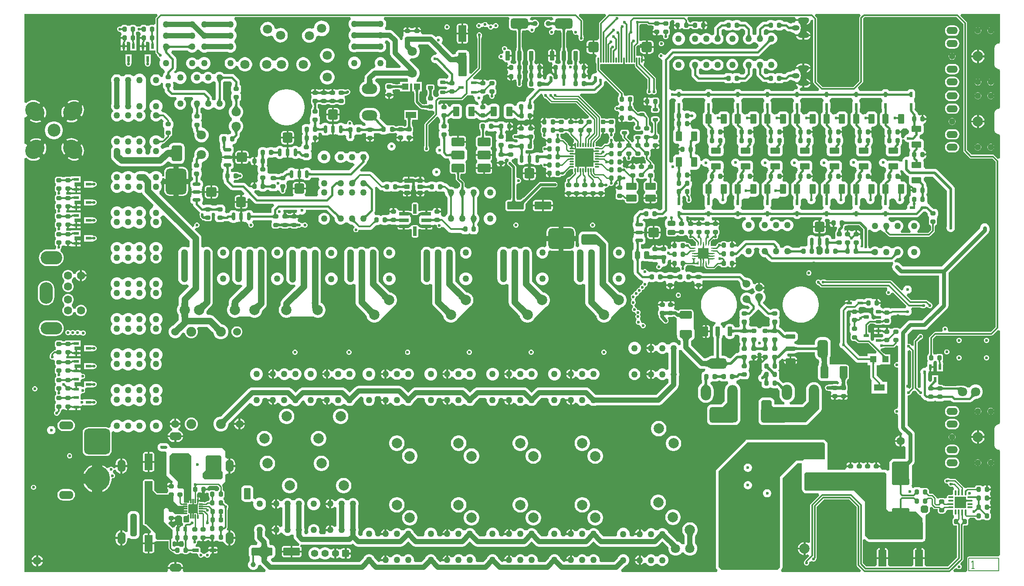
<source format=gtl>
G04*
G04 #@! TF.GenerationSoftware,Altium Limited,Altium Designer,24.4.1 (13)*
G04*
G04 Layer_Physical_Order=1*
G04 Layer_Color=255*
%FSLAX26Y26*%
%MOIN*%
G70*
G04*
G04 #@! TF.SameCoordinates,3F108B2F-3CCF-4823-96B3-378CED877835*
G04*
G04*
G04 #@! TF.FilePolarity,Positive*
G04*
G01*
G75*
%ADD10C,0.011811*%
%ADD11C,0.007874*%
%ADD12C,0.015748*%
%ADD13C,0.005906*%
%ADD15C,0.009842*%
%ADD20C,0.019685*%
G04:AMPARAMS|DCode=23|XSize=31.496mil|YSize=37.402mil|CornerRadius=5.197mil|HoleSize=0mil|Usage=FLASHONLY|Rotation=180.000|XOffset=0mil|YOffset=0mil|HoleType=Round|Shape=RoundedRectangle|*
%AMROUNDEDRECTD23*
21,1,0.031496,0.027008,0,0,180.0*
21,1,0.021102,0.037402,0,0,180.0*
1,1,0.010394,-0.010551,0.013504*
1,1,0.010394,0.010551,0.013504*
1,1,0.010394,0.010551,-0.013504*
1,1,0.010394,-0.010551,-0.013504*
%
%ADD23ROUNDEDRECTD23*%
G04:AMPARAMS|DCode=24|XSize=31.496mil|YSize=37.402mil|CornerRadius=5.197mil|HoleSize=0mil|Usage=FLASHONLY|Rotation=270.000|XOffset=0mil|YOffset=0mil|HoleType=Round|Shape=RoundedRectangle|*
%AMROUNDEDRECTD24*
21,1,0.031496,0.027008,0,0,270.0*
21,1,0.021102,0.037402,0,0,270.0*
1,1,0.010394,-0.013504,-0.010551*
1,1,0.010394,-0.013504,0.010551*
1,1,0.010394,0.013504,0.010551*
1,1,0.010394,0.013504,-0.010551*
%
%ADD24ROUNDEDRECTD24*%
G04:AMPARAMS|DCode=25|XSize=74.803mil|YSize=35.039mil|CornerRadius=8.76mil|HoleSize=0mil|Usage=FLASHONLY|Rotation=0.000|XOffset=0mil|YOffset=0mil|HoleType=Round|Shape=RoundedRectangle|*
%AMROUNDEDRECTD25*
21,1,0.074803,0.017520,0,0,0.0*
21,1,0.057283,0.035039,0,0,0.0*
1,1,0.017520,0.028642,-0.008760*
1,1,0.017520,-0.028642,-0.008760*
1,1,0.017520,-0.028642,0.008760*
1,1,0.017520,0.028642,0.008760*
%
%ADD25ROUNDEDRECTD25*%
G04:AMPARAMS|DCode=26|XSize=133.858mil|YSize=78.74mil|CornerRadius=19.685mil|HoleSize=0mil|Usage=FLASHONLY|Rotation=270.000|XOffset=0mil|YOffset=0mil|HoleType=Round|Shape=RoundedRectangle|*
%AMROUNDEDRECTD26*
21,1,0.133858,0.039370,0,0,270.0*
21,1,0.094488,0.078740,0,0,270.0*
1,1,0.039370,-0.019685,-0.047244*
1,1,0.039370,-0.019685,0.047244*
1,1,0.039370,0.019685,0.047244*
1,1,0.039370,0.019685,-0.047244*
%
%ADD26ROUNDEDRECTD26*%
G04:AMPARAMS|DCode=27|XSize=74.803mil|YSize=35.039mil|CornerRadius=8.76mil|HoleSize=0mil|Usage=FLASHONLY|Rotation=270.000|XOffset=0mil|YOffset=0mil|HoleType=Round|Shape=RoundedRectangle|*
%AMROUNDEDRECTD27*
21,1,0.074803,0.017520,0,0,270.0*
21,1,0.057283,0.035039,0,0,270.0*
1,1,0.017520,-0.008760,-0.028642*
1,1,0.017520,-0.008760,0.028642*
1,1,0.017520,0.008760,0.028642*
1,1,0.017520,0.008760,-0.028642*
%
%ADD27ROUNDEDRECTD27*%
G04:AMPARAMS|DCode=28|XSize=133.858mil|YSize=78.74mil|CornerRadius=19.685mil|HoleSize=0mil|Usage=FLASHONLY|Rotation=180.000|XOffset=0mil|YOffset=0mil|HoleType=Round|Shape=RoundedRectangle|*
%AMROUNDEDRECTD28*
21,1,0.133858,0.039370,0,0,180.0*
21,1,0.094488,0.078740,0,0,180.0*
1,1,0.039370,-0.047244,0.019685*
1,1,0.039370,0.047244,0.019685*
1,1,0.039370,0.047244,-0.019685*
1,1,0.039370,-0.047244,-0.019685*
%
%ADD28ROUNDEDRECTD28*%
G04:AMPARAMS|DCode=29|XSize=196.85mil|YSize=118.11mil|CornerRadius=17.716mil|HoleSize=0mil|Usage=FLASHONLY|Rotation=180.000|XOffset=0mil|YOffset=0mil|HoleType=Round|Shape=RoundedRectangle|*
%AMROUNDEDRECTD29*
21,1,0.196850,0.082677,0,0,180.0*
21,1,0.161417,0.118110,0,0,180.0*
1,1,0.035433,-0.080709,0.041339*
1,1,0.035433,0.080709,0.041339*
1,1,0.035433,0.080709,-0.041339*
1,1,0.035433,-0.080709,-0.041339*
%
%ADD29ROUNDEDRECTD29*%
G04:AMPARAMS|DCode=30|XSize=41.732mil|YSize=19.685mil|CornerRadius=1.968mil|HoleSize=0mil|Usage=FLASHONLY|Rotation=0.000|XOffset=0mil|YOffset=0mil|HoleType=Round|Shape=RoundedRectangle|*
%AMROUNDEDRECTD30*
21,1,0.041732,0.015748,0,0,0.0*
21,1,0.037795,0.019685,0,0,0.0*
1,1,0.003937,0.018898,-0.007874*
1,1,0.003937,-0.018898,-0.007874*
1,1,0.003937,-0.018898,0.007874*
1,1,0.003937,0.018898,0.007874*
%
%ADD30ROUNDEDRECTD30*%
%ADD31R,0.051181X0.051181*%
%ADD32R,0.078740X0.051181*%
G04:AMPARAMS|DCode=33|XSize=56.693mil|YSize=23.622mil|CornerRadius=3.898mil|HoleSize=0mil|Usage=FLASHONLY|Rotation=180.000|XOffset=0mil|YOffset=0mil|HoleType=Round|Shape=RoundedRectangle|*
%AMROUNDEDRECTD33*
21,1,0.056693,0.015827,0,0,180.0*
21,1,0.048898,0.023622,0,0,180.0*
1,1,0.007795,-0.024449,0.007913*
1,1,0.007795,0.024449,0.007913*
1,1,0.007795,0.024449,-0.007913*
1,1,0.007795,-0.024449,-0.007913*
%
%ADD33ROUNDEDRECTD33*%
G04:AMPARAMS|DCode=34|XSize=78.74mil|YSize=74.803mil|CornerRadius=12.342mil|HoleSize=0mil|Usage=FLASHONLY|Rotation=0.000|XOffset=0mil|YOffset=0mil|HoleType=Round|Shape=RoundedRectangle|*
%AMROUNDEDRECTD34*
21,1,0.078740,0.050118,0,0,0.0*
21,1,0.054055,0.074803,0,0,0.0*
1,1,0.024685,0.027028,-0.025059*
1,1,0.024685,-0.027028,-0.025059*
1,1,0.024685,-0.027028,0.025059*
1,1,0.024685,0.027028,0.025059*
%
%ADD34ROUNDEDRECTD34*%
G04:AMPARAMS|DCode=35|XSize=56.693mil|YSize=23.622mil|CornerRadius=3.898mil|HoleSize=0mil|Usage=FLASHONLY|Rotation=270.000|XOffset=0mil|YOffset=0mil|HoleType=Round|Shape=RoundedRectangle|*
%AMROUNDEDRECTD35*
21,1,0.056693,0.015827,0,0,270.0*
21,1,0.048898,0.023622,0,0,270.0*
1,1,0.007795,-0.007913,-0.024449*
1,1,0.007795,-0.007913,0.024449*
1,1,0.007795,0.007913,0.024449*
1,1,0.007795,0.007913,-0.024449*
%
%ADD35ROUNDEDRECTD35*%
G04:AMPARAMS|DCode=36|XSize=78.74mil|YSize=74.803mil|CornerRadius=12.342mil|HoleSize=0mil|Usage=FLASHONLY|Rotation=90.000|XOffset=0mil|YOffset=0mil|HoleType=Round|Shape=RoundedRectangle|*
%AMROUNDEDRECTD36*
21,1,0.078740,0.050118,0,0,90.0*
21,1,0.054055,0.074803,0,0,90.0*
1,1,0.024685,0.025059,0.027028*
1,1,0.024685,0.025059,-0.027028*
1,1,0.024685,-0.025059,-0.027028*
1,1,0.024685,-0.025059,0.027028*
%
%ADD36ROUNDEDRECTD36*%
G04:AMPARAMS|DCode=37|XSize=39.37mil|YSize=59.055mil|CornerRadius=6.496mil|HoleSize=0mil|Usage=FLASHONLY|Rotation=180.000|XOffset=0mil|YOffset=0mil|HoleType=Round|Shape=RoundedRectangle|*
%AMROUNDEDRECTD37*
21,1,0.039370,0.046063,0,0,180.0*
21,1,0.026378,0.059055,0,0,180.0*
1,1,0.012992,-0.013189,0.023032*
1,1,0.012992,0.013189,0.023032*
1,1,0.012992,0.013189,-0.023032*
1,1,0.012992,-0.013189,-0.023032*
%
%ADD37ROUNDEDRECTD37*%
G04:AMPARAMS|DCode=38|XSize=51.181mil|YSize=131.89mil|CornerRadius=5.118mil|HoleSize=0mil|Usage=FLASHONLY|Rotation=270.000|XOffset=0mil|YOffset=0mil|HoleType=Round|Shape=RoundedRectangle|*
%AMROUNDEDRECTD38*
21,1,0.051181,0.121654,0,0,270.0*
21,1,0.040945,0.131890,0,0,270.0*
1,1,0.010236,-0.060827,-0.020473*
1,1,0.010236,-0.060827,0.020473*
1,1,0.010236,0.060827,0.020473*
1,1,0.010236,0.060827,-0.020473*
%
%ADD38ROUNDEDRECTD38*%
G04:AMPARAMS|DCode=39|XSize=59.055mil|YSize=94.488mil|CornerRadius=10.335mil|HoleSize=0mil|Usage=FLASHONLY|Rotation=90.000|XOffset=0mil|YOffset=0mil|HoleType=Round|Shape=RoundedRectangle|*
%AMROUNDEDRECTD39*
21,1,0.059055,0.073819,0,0,90.0*
21,1,0.038386,0.094488,0,0,90.0*
1,1,0.020669,0.036910,0.019193*
1,1,0.020669,0.036910,-0.019193*
1,1,0.020669,-0.036910,-0.019193*
1,1,0.020669,-0.036910,0.019193*
%
%ADD39ROUNDEDRECTD39*%
G04:AMPARAMS|DCode=40|XSize=59.055mil|YSize=94.488mil|CornerRadius=10.335mil|HoleSize=0mil|Usage=FLASHONLY|Rotation=180.000|XOffset=0mil|YOffset=0mil|HoleType=Round|Shape=RoundedRectangle|*
%AMROUNDEDRECTD40*
21,1,0.059055,0.073819,0,0,180.0*
21,1,0.038386,0.094488,0,0,180.0*
1,1,0.020669,-0.019193,0.036910*
1,1,0.020669,0.019193,0.036910*
1,1,0.020669,0.019193,-0.036910*
1,1,0.020669,-0.019193,-0.036910*
%
%ADD40ROUNDEDRECTD40*%
G04:AMPARAMS|DCode=41|XSize=65mil|YSize=100mil|CornerRadius=6.5mil|HoleSize=0mil|Usage=FLASHONLY|Rotation=270.000|XOffset=0mil|YOffset=0mil|HoleType=Round|Shape=RoundedRectangle|*
%AMROUNDEDRECTD41*
21,1,0.065000,0.087000,0,0,270.0*
21,1,0.052000,0.100000,0,0,270.0*
1,1,0.013000,-0.043500,-0.026000*
1,1,0.013000,-0.043500,0.026000*
1,1,0.013000,0.043500,0.026000*
1,1,0.013000,0.043500,-0.026000*
%
%ADD41ROUNDEDRECTD41*%
G04:AMPARAMS|DCode=42|XSize=23.622mil|YSize=43.307mil|CornerRadius=7.795mil|HoleSize=0mil|Usage=FLASHONLY|Rotation=270.000|XOffset=0mil|YOffset=0mil|HoleType=Round|Shape=RoundedRectangle|*
%AMROUNDEDRECTD42*
21,1,0.023622,0.027716,0,0,270.0*
21,1,0.008031,0.043307,0,0,270.0*
1,1,0.015591,-0.013858,-0.004016*
1,1,0.015591,-0.013858,0.004016*
1,1,0.015591,0.013858,0.004016*
1,1,0.015591,0.013858,-0.004016*
%
%ADD42ROUNDEDRECTD42*%
G04:AMPARAMS|DCode=43|XSize=78.74mil|YSize=78.74mil|CornerRadius=13.78mil|HoleSize=0mil|Usage=FLASHONLY|Rotation=180.000|XOffset=0mil|YOffset=0mil|HoleType=Round|Shape=RoundedRectangle|*
%AMROUNDEDRECTD43*
21,1,0.078740,0.051181,0,0,180.0*
21,1,0.051181,0.078740,0,0,180.0*
1,1,0.027559,-0.025591,0.025591*
1,1,0.027559,0.025591,0.025591*
1,1,0.027559,0.025591,-0.025591*
1,1,0.027559,-0.025591,-0.025591*
%
%ADD43ROUNDEDRECTD43*%
G04:AMPARAMS|DCode=44|XSize=11.811mil|YSize=39.37mil|CornerRadius=2.067mil|HoleSize=0mil|Usage=FLASHONLY|Rotation=180.000|XOffset=0mil|YOffset=0mil|HoleType=Round|Shape=RoundedRectangle|*
%AMROUNDEDRECTD44*
21,1,0.011811,0.035236,0,0,180.0*
21,1,0.007677,0.039370,0,0,180.0*
1,1,0.004134,-0.003839,0.017618*
1,1,0.004134,0.003839,0.017618*
1,1,0.004134,0.003839,-0.017618*
1,1,0.004134,-0.003839,-0.017618*
%
%ADD44ROUNDEDRECTD44*%
G04:AMPARAMS|DCode=45|XSize=39.37mil|YSize=59.055mil|CornerRadius=6.496mil|HoleSize=0mil|Usage=FLASHONLY|Rotation=270.000|XOffset=0mil|YOffset=0mil|HoleType=Round|Shape=RoundedRectangle|*
%AMROUNDEDRECTD45*
21,1,0.039370,0.046063,0,0,270.0*
21,1,0.026378,0.059055,0,0,270.0*
1,1,0.012992,-0.023032,-0.013189*
1,1,0.012992,-0.023032,0.013189*
1,1,0.012992,0.023032,0.013189*
1,1,0.012992,0.023032,-0.013189*
%
%ADD45ROUNDEDRECTD45*%
G04:AMPARAMS|DCode=46|XSize=31.496mil|YSize=10.236mil|CornerRadius=1.28mil|HoleSize=0mil|Usage=FLASHONLY|Rotation=0.000|XOffset=0mil|YOffset=0mil|HoleType=Round|Shape=RoundedRectangle|*
%AMROUNDEDRECTD46*
21,1,0.031496,0.007677,0,0,0.0*
21,1,0.028937,0.010236,0,0,0.0*
1,1,0.002559,0.014469,-0.003839*
1,1,0.002559,-0.014469,-0.003839*
1,1,0.002559,-0.014469,0.003839*
1,1,0.002559,0.014469,0.003839*
%
%ADD46ROUNDEDRECTD46*%
G04:AMPARAMS|DCode=47|XSize=33.071mil|YSize=10.236mil|CornerRadius=1.28mil|HoleSize=0mil|Usage=FLASHONLY|Rotation=0.000|XOffset=0mil|YOffset=0mil|HoleType=Round|Shape=RoundedRectangle|*
%AMROUNDEDRECTD47*
21,1,0.033071,0.007677,0,0,0.0*
21,1,0.030512,0.010236,0,0,0.0*
1,1,0.002559,0.015256,-0.003839*
1,1,0.002559,-0.015256,-0.003839*
1,1,0.002559,-0.015256,0.003839*
1,1,0.002559,0.015256,0.003839*
%
%ADD47ROUNDEDRECTD47*%
G04:AMPARAMS|DCode=49|XSize=31.496mil|YSize=10.236mil|CornerRadius=1.28mil|HoleSize=0mil|Usage=FLASHONLY|Rotation=90.000|XOffset=0mil|YOffset=0mil|HoleType=Round|Shape=RoundedRectangle|*
%AMROUNDEDRECTD49*
21,1,0.031496,0.007677,0,0,90.0*
21,1,0.028937,0.010236,0,0,90.0*
1,1,0.002559,0.003839,0.014469*
1,1,0.002559,0.003839,-0.014469*
1,1,0.002559,-0.003839,-0.014469*
1,1,0.002559,-0.003839,0.014469*
%
%ADD49ROUNDEDRECTD49*%
G04:AMPARAMS|DCode=50|XSize=33.071mil|YSize=10.236mil|CornerRadius=1.28mil|HoleSize=0mil|Usage=FLASHONLY|Rotation=90.000|XOffset=0mil|YOffset=0mil|HoleType=Round|Shape=RoundedRectangle|*
%AMROUNDEDRECTD50*
21,1,0.033071,0.007677,0,0,90.0*
21,1,0.030512,0.010236,0,0,90.0*
1,1,0.002559,0.003839,0.015256*
1,1,0.002559,0.003839,-0.015256*
1,1,0.002559,-0.003839,-0.015256*
1,1,0.002559,-0.003839,0.015256*
%
%ADD50ROUNDEDRECTD50*%
G04:AMPARAMS|DCode=51|XSize=47.638mil|YSize=28.346mil|CornerRadius=2.835mil|HoleSize=0mil|Usage=FLASHONLY|Rotation=180.000|XOffset=0mil|YOffset=0mil|HoleType=Round|Shape=RoundedRectangle|*
%AMROUNDEDRECTD51*
21,1,0.047638,0.022677,0,0,180.0*
21,1,0.041969,0.028346,0,0,180.0*
1,1,0.005669,-0.020984,0.011339*
1,1,0.005669,0.020984,0.011339*
1,1,0.005669,0.020984,-0.011339*
1,1,0.005669,-0.020984,-0.011339*
%
%ADD51ROUNDEDRECTD51*%
G04:AMPARAMS|DCode=52|XSize=118.11mil|YSize=137.795mil|CornerRadius=11.811mil|HoleSize=0mil|Usage=FLASHONLY|Rotation=180.000|XOffset=0mil|YOffset=0mil|HoleType=Round|Shape=RoundedRectangle|*
%AMROUNDEDRECTD52*
21,1,0.118110,0.114173,0,0,180.0*
21,1,0.094488,0.137795,0,0,180.0*
1,1,0.023622,-0.047244,0.057087*
1,1,0.023622,0.047244,0.057087*
1,1,0.023622,0.047244,-0.057087*
1,1,0.023622,-0.047244,-0.057087*
%
%ADD52ROUNDEDRECTD52*%
G04:AMPARAMS|DCode=53|XSize=127.953mil|YSize=62.992mil|CornerRadius=9.449mil|HoleSize=0mil|Usage=FLASHONLY|Rotation=90.000|XOffset=0mil|YOffset=0mil|HoleType=Round|Shape=RoundedRectangle|*
%AMROUNDEDRECTD53*
21,1,0.127953,0.044094,0,0,90.0*
21,1,0.109055,0.062992,0,0,90.0*
1,1,0.018898,0.022047,0.054528*
1,1,0.018898,0.022047,-0.054528*
1,1,0.018898,-0.022047,-0.054528*
1,1,0.018898,-0.022047,0.054528*
%
%ADD53ROUNDEDRECTD53*%
G04:AMPARAMS|DCode=54|XSize=27.559mil|YSize=36.614mil|CornerRadius=4.547mil|HoleSize=0mil|Usage=FLASHONLY|Rotation=0.000|XOffset=0mil|YOffset=0mil|HoleType=Round|Shape=RoundedRectangle|*
%AMROUNDEDRECTD54*
21,1,0.027559,0.027520,0,0,0.0*
21,1,0.018465,0.036614,0,0,0.0*
1,1,0.009094,0.009232,-0.013760*
1,1,0.009094,-0.009232,-0.013760*
1,1,0.009094,-0.009232,0.013760*
1,1,0.009094,0.009232,0.013760*
%
%ADD54ROUNDEDRECTD54*%
%ADD55R,0.023622X0.043307*%
%ADD56R,0.043307X0.023622*%
G04:AMPARAMS|DCode=57|XSize=23.622mil|YSize=39.37mil|CornerRadius=3.543mil|HoleSize=0mil|Usage=FLASHONLY|Rotation=270.000|XOffset=0mil|YOffset=0mil|HoleType=Round|Shape=RoundedRectangle|*
%AMROUNDEDRECTD57*
21,1,0.023622,0.032283,0,0,270.0*
21,1,0.016535,0.039370,0,0,270.0*
1,1,0.007087,-0.016142,-0.008268*
1,1,0.007087,-0.016142,0.008268*
1,1,0.007087,0.016142,0.008268*
1,1,0.007087,0.016142,-0.008268*
%
%ADD57ROUNDEDRECTD57*%
G04:AMPARAMS|DCode=58|XSize=70.866mil|YSize=27.559mil|CornerRadius=1.929mil|HoleSize=0mil|Usage=FLASHONLY|Rotation=270.000|XOffset=0mil|YOffset=0mil|HoleType=Round|Shape=RoundedRectangle|*
%AMROUNDEDRECTD58*
21,1,0.070866,0.023701,0,0,270.0*
21,1,0.067008,0.027559,0,0,270.0*
1,1,0.003858,-0.011851,-0.033504*
1,1,0.003858,-0.011851,0.033504*
1,1,0.003858,0.011851,0.033504*
1,1,0.003858,0.011851,-0.033504*
%
%ADD58ROUNDEDRECTD58*%
G04:AMPARAMS|DCode=59|XSize=70.866mil|YSize=27.559mil|CornerRadius=1.929mil|HoleSize=0mil|Usage=FLASHONLY|Rotation=180.000|XOffset=0mil|YOffset=0mil|HoleType=Round|Shape=RoundedRectangle|*
%AMROUNDEDRECTD59*
21,1,0.070866,0.023701,0,0,180.0*
21,1,0.067008,0.027559,0,0,180.0*
1,1,0.003858,-0.033504,0.011851*
1,1,0.003858,0.033504,0.011851*
1,1,0.003858,0.033504,-0.011851*
1,1,0.003858,-0.033504,-0.011851*
%
%ADD59ROUNDEDRECTD59*%
%ADD60R,0.088583X0.088583*%
%ADD61O,0.012598X0.040551*%
%ADD62O,0.040551X0.012598*%
G04:AMPARAMS|DCode=63|XSize=78.74mil|YSize=55.118mil|CornerRadius=8.268mil|HoleSize=0mil|Usage=FLASHONLY|Rotation=0.000|XOffset=0mil|YOffset=0mil|HoleType=Round|Shape=RoundedRectangle|*
%AMROUNDEDRECTD63*
21,1,0.078740,0.038583,0,0,0.0*
21,1,0.062205,0.055118,0,0,0.0*
1,1,0.016535,0.031102,-0.019291*
1,1,0.016535,-0.031102,-0.019291*
1,1,0.016535,-0.031102,0.019291*
1,1,0.016535,0.031102,0.019291*
%
%ADD63ROUNDEDRECTD63*%
G04:AMPARAMS|DCode=64|XSize=69.055mil|YSize=31.89mil|CornerRadius=2.232mil|HoleSize=0mil|Usage=FLASHONLY|Rotation=0.000|XOffset=0mil|YOffset=0mil|HoleType=Round|Shape=RoundedRectangle|*
%AMROUNDEDRECTD64*
21,1,0.069055,0.027425,0,0,0.0*
21,1,0.064591,0.031890,0,0,0.0*
1,1,0.004465,0.032295,-0.013713*
1,1,0.004465,-0.032295,-0.013713*
1,1,0.004465,-0.032295,0.013713*
1,1,0.004465,0.032295,0.013713*
%
%ADD64ROUNDEDRECTD64*%
G04:AMPARAMS|DCode=65|XSize=37.559mil|YSize=31.89mil|CornerRadius=2.232mil|HoleSize=0mil|Usage=FLASHONLY|Rotation=0.000|XOffset=0mil|YOffset=0mil|HoleType=Round|Shape=RoundedRectangle|*
%AMROUNDEDRECTD65*
21,1,0.037559,0.027425,0,0,0.0*
21,1,0.033094,0.031890,0,0,0.0*
1,1,0.004465,0.016547,-0.013713*
1,1,0.004465,-0.016547,-0.013713*
1,1,0.004465,-0.016547,0.013713*
1,1,0.004465,0.016547,0.013713*
%
%ADD65ROUNDEDRECTD65*%
%ADD66O,0.086614X0.041339*%
%ADD67O,0.059055X0.039370*%
%ADD68R,0.139764X0.139764*%
%ADD69O,0.035433X0.010236*%
%ADD70O,0.010236X0.035433*%
G04:AMPARAMS|DCode=71|XSize=31.496mil|YSize=31.496mil|CornerRadius=4.724mil|HoleSize=0mil|Usage=FLASHONLY|Rotation=90.000|XOffset=0mil|YOffset=0mil|HoleType=Round|Shape=RoundedRectangle|*
%AMROUNDEDRECTD71*
21,1,0.031496,0.022047,0,0,90.0*
21,1,0.022047,0.031496,0,0,90.0*
1,1,0.009449,0.011024,0.011024*
1,1,0.009449,0.011024,-0.011024*
1,1,0.009449,-0.011024,-0.011024*
1,1,0.009449,-0.011024,0.011024*
%
%ADD71ROUNDEDRECTD71*%
G04:AMPARAMS|DCode=72|XSize=196.85mil|YSize=157.48mil|CornerRadius=25.984mil|HoleSize=0mil|Usage=FLASHONLY|Rotation=0.000|XOffset=0mil|YOffset=0mil|HoleType=Round|Shape=RoundedRectangle|*
%AMROUNDEDRECTD72*
21,1,0.196850,0.105512,0,0,0.0*
21,1,0.144882,0.157480,0,0,0.0*
1,1,0.051968,0.072441,-0.052756*
1,1,0.051968,-0.072441,-0.052756*
1,1,0.051968,-0.072441,0.052756*
1,1,0.051968,0.072441,0.052756*
%
%ADD72ROUNDEDRECTD72*%
G04:AMPARAMS|DCode=73|XSize=118.11mil|YSize=78.74mil|CornerRadius=12.992mil|HoleSize=0mil|Usage=FLASHONLY|Rotation=0.000|XOffset=0mil|YOffset=0mil|HoleType=Round|Shape=RoundedRectangle|*
%AMROUNDEDRECTD73*
21,1,0.118110,0.052756,0,0,0.0*
21,1,0.092126,0.078740,0,0,0.0*
1,1,0.025984,0.046063,-0.026378*
1,1,0.025984,-0.046063,-0.026378*
1,1,0.025984,-0.046063,0.026378*
1,1,0.025984,0.046063,0.026378*
%
%ADD73ROUNDEDRECTD73*%
G04:AMPARAMS|DCode=74|XSize=47.244mil|YSize=75.197mil|CornerRadius=8.268mil|HoleSize=0mil|Usage=FLASHONLY|Rotation=270.000|XOffset=0mil|YOffset=0mil|HoleType=Round|Shape=RoundedRectangle|*
%AMROUNDEDRECTD74*
21,1,0.047244,0.058661,0,0,270.0*
21,1,0.030709,0.075197,0,0,270.0*
1,1,0.016535,-0.029331,-0.015354*
1,1,0.016535,-0.029331,0.015354*
1,1,0.016535,0.029331,0.015354*
1,1,0.016535,0.029331,-0.015354*
%
%ADD74ROUNDEDRECTD74*%
%ADD75R,0.009842X0.027559*%
%ADD76R,0.027559X0.009842*%
%ADD77R,0.078740X0.078740*%
G04:AMPARAMS|DCode=78|XSize=118.11mil|YSize=78.74mil|CornerRadius=12.992mil|HoleSize=0mil|Usage=FLASHONLY|Rotation=90.000|XOffset=0mil|YOffset=0mil|HoleType=Round|Shape=RoundedRectangle|*
%AMROUNDEDRECTD78*
21,1,0.118110,0.052756,0,0,90.0*
21,1,0.092126,0.078740,0,0,90.0*
1,1,0.025984,0.026378,0.046063*
1,1,0.025984,0.026378,-0.046063*
1,1,0.025984,-0.026378,-0.046063*
1,1,0.025984,-0.026378,0.046063*
%
%ADD78ROUNDEDRECTD78*%
G04:AMPARAMS|DCode=79|XSize=196.85mil|YSize=157.48mil|CornerRadius=25.984mil|HoleSize=0mil|Usage=FLASHONLY|Rotation=90.000|XOffset=0mil|YOffset=0mil|HoleType=Round|Shape=RoundedRectangle|*
%AMROUNDEDRECTD79*
21,1,0.196850,0.105512,0,0,90.0*
21,1,0.144882,0.157480,0,0,90.0*
1,1,0.051968,0.052756,0.072441*
1,1,0.051968,0.052756,-0.072441*
1,1,0.051968,-0.052756,-0.072441*
1,1,0.051968,-0.052756,0.072441*
%
%ADD79ROUNDEDRECTD79*%
G04:AMPARAMS|DCode=80|XSize=41.732mil|YSize=19.685mil|CornerRadius=1.968mil|HoleSize=0mil|Usage=FLASHONLY|Rotation=90.000|XOffset=0mil|YOffset=0mil|HoleType=Round|Shape=RoundedRectangle|*
%AMROUNDEDRECTD80*
21,1,0.041732,0.015748,0,0,90.0*
21,1,0.037795,0.019685,0,0,90.0*
1,1,0.003937,0.007874,0.018898*
1,1,0.003937,0.007874,-0.018898*
1,1,0.003937,-0.007874,-0.018898*
1,1,0.003937,-0.007874,0.018898*
%
%ADD80ROUNDEDRECTD80*%
G04:AMPARAMS|DCode=81|XSize=47.244mil|YSize=75.197mil|CornerRadius=8.268mil|HoleSize=0mil|Usage=FLASHONLY|Rotation=0.000|XOffset=0mil|YOffset=0mil|HoleType=Round|Shape=RoundedRectangle|*
%AMROUNDEDRECTD81*
21,1,0.047244,0.058661,0,0,0.0*
21,1,0.030709,0.075197,0,0,0.0*
1,1,0.016535,0.015354,-0.029331*
1,1,0.016535,-0.015354,-0.029331*
1,1,0.016535,-0.015354,0.029331*
1,1,0.016535,0.015354,0.029331*
%
%ADD81ROUNDEDRECTD81*%
G04:AMPARAMS|DCode=82|XSize=127.953mil|YSize=62.992mil|CornerRadius=9.449mil|HoleSize=0mil|Usage=FLASHONLY|Rotation=0.000|XOffset=0mil|YOffset=0mil|HoleType=Round|Shape=RoundedRectangle|*
%AMROUNDEDRECTD82*
21,1,0.127953,0.044094,0,0,0.0*
21,1,0.109055,0.062992,0,0,0.0*
1,1,0.018898,0.054528,-0.022047*
1,1,0.018898,-0.054528,-0.022047*
1,1,0.018898,-0.054528,0.022047*
1,1,0.018898,0.054528,0.022047*
%
%ADD82ROUNDEDRECTD82*%
%ADD83C,0.039370*%
%ADD84R,0.039370X0.039370*%
%ADD85C,0.078740*%
%ADD86C,0.070866*%
%ADD87C,0.059055*%
%ADD88C,0.049528*%
%ADD89O,0.078740X0.118110*%
%ADD90C,0.060000*%
%ADD91C,0.074803*%
%ADD92C,0.236220*%
%ADD93O,0.118110X0.078740*%
%ADD94O,0.062992X0.094488*%
%ADD95O,0.094488X0.062992*%
%ADD96C,0.062992*%
%ADD101C,0.196850*%
G04:AMPARAMS|DCode=102|XSize=196.85mil|YSize=196.85mil|CornerRadius=29.528mil|HoleSize=0mil|Usage=FLASHONLY|Rotation=90.000|XOffset=0mil|YOffset=0mil|HoleType=Round|Shape=RoundedRectangle|*
%AMROUNDEDRECTD102*
21,1,0.196850,0.137795,0,0,90.0*
21,1,0.137795,0.196850,0,0,90.0*
1,1,0.059055,0.068898,0.068898*
1,1,0.059055,0.068898,-0.068898*
1,1,0.059055,-0.068898,-0.068898*
1,1,0.059055,-0.068898,0.068898*
%
%ADD102ROUNDEDRECTD102*%
%ADD103O,0.110236X0.062992*%
G04:AMPARAMS|DCode=104|XSize=55.118mil|YSize=55.118mil|CornerRadius=9.646mil|HoleSize=0mil|Usage=FLASHONLY|Rotation=0.000|XOffset=0mil|YOffset=0mil|HoleType=Round|Shape=RoundedRectangle|*
%AMROUNDEDRECTD104*
21,1,0.055118,0.035827,0,0,0.0*
21,1,0.035827,0.055118,0,0,0.0*
1,1,0.019291,0.017913,-0.017913*
1,1,0.019291,-0.017913,-0.017913*
1,1,0.019291,-0.017913,0.017913*
1,1,0.019291,0.017913,0.017913*
%
%ADD104ROUNDEDRECTD104*%
%ADD105C,0.055118*%
%ADD106C,0.051181*%
%ADD107O,0.086614X0.055118*%
G04:AMPARAMS|DCode=108|XSize=157.48mil|YSize=125.984mil|CornerRadius=0mil|HoleSize=0mil|Usage=FLASHONLY|Rotation=135.000|XOffset=0mil|YOffset=0mil|HoleType=Round|Shape=Round|*
%AMOVALD108*
21,1,0.031496,0.125984,0.000000,0.000000,135.0*
1,1,0.125984,0.011136,-0.011136*
1,1,0.125984,-0.011136,0.011136*
%
%ADD108OVALD108*%

%ADD109C,0.098425*%
G04:AMPARAMS|DCode=110|XSize=157.48mil|YSize=125.984mil|CornerRadius=0mil|HoleSize=0mil|Usage=FLASHONLY|Rotation=225.000|XOffset=0mil|YOffset=0mil|HoleType=Round|Shape=Round|*
%AMOVALD110*
21,1,0.031496,0.125984,0.000000,0.000000,225.0*
1,1,0.125984,0.011136,0.011136*
1,1,0.125984,-0.011136,-0.011136*
%
%ADD110OVALD110*%

%ADD111C,0.031496*%
%ADD112C,0.039370*%
%ADD113C,0.027559*%
%ADD114C,0.023622*%
%ADD115C,0.014173*%
%ADD116C,0.051181*%
%ADD117C,0.013780*%
%ADD118C,0.062992*%
%ADD119O,0.102362X0.165354*%
%ADD120O,0.165354X0.102362*%
%ADD121O,0.165354X0.094488*%
%ADD122C,0.023622*%
G36*
X6406290Y4267758D02*
X6400499Y4261966D01*
X6397453Y4257408D01*
X6396384Y4252032D01*
Y3769599D01*
X6348511Y3721727D01*
X6116204D01*
X6071979Y3765951D01*
Y4246204D01*
X6070910Y4251581D01*
X6067864Y4256139D01*
X6056245Y4267758D01*
X6062272Y4282307D01*
X6136326D01*
X6136590Y4281495D01*
X6304356D01*
X6304620Y4282307D01*
X6400264D01*
X6406290Y4267758D01*
D02*
G37*
G36*
X1028186Y4266559D02*
X1016640Y4255013D01*
X1013595Y4250455D01*
X1012525Y4245079D01*
Y4207817D01*
X1009696Y4204696D01*
X996777Y4197027D01*
X995197Y4197341D01*
X974095D01*
X967458Y4196021D01*
X961833Y4192262D01*
X961505Y4191772D01*
X960703Y4191479D01*
X944809D01*
X944007Y4191772D01*
X943679Y4192262D01*
X938053Y4196021D01*
X931417Y4197341D01*
X910315D01*
X903679Y4196021D01*
X898053Y4192262D01*
X894390Y4186781D01*
X894261Y4186806D01*
X893906Y4186735D01*
X893546Y4186785D01*
X891612Y4186279D01*
X890189Y4185996D01*
X889742Y4186181D01*
X881911D01*
X880803Y4185722D01*
X869717Y4186346D01*
X861077Y4191856D01*
X860805Y4192262D01*
X855180Y4196021D01*
X848543Y4197341D01*
X827441D01*
X820805Y4196021D01*
X815179Y4192262D01*
X814852Y4191772D01*
X814049Y4191479D01*
X798156D01*
X797353Y4191772D01*
X797026Y4192262D01*
X791400Y4196021D01*
X784764Y4197341D01*
X763662D01*
X757025Y4196021D01*
X751400Y4192262D01*
X747737Y4186781D01*
X747608Y4186806D01*
X747252Y4186735D01*
X746893Y4186785D01*
X744958Y4186279D01*
X743535Y4185996D01*
X743089Y4186181D01*
X735258D01*
X728023Y4183184D01*
X722485Y4177647D01*
X719488Y4170412D01*
Y4162581D01*
X722485Y4155346D01*
X728023Y4149808D01*
X735258Y4146811D01*
X743089D01*
X749939Y4136486D01*
X750538Y4134575D01*
X751400Y4131161D01*
X751400Y4124781D01*
X750755Y4123384D01*
X747641Y4118723D01*
X746321Y4112087D01*
Y4105473D01*
X774213D01*
Y4091693D01*
X746321D01*
Y4085079D01*
X746602Y4083662D01*
X745079Y4067914D01*
X745079Y4067913D01*
Y4041339D01*
X792323D01*
Y4067913D01*
X792863Y4068476D01*
X810786Y4068959D01*
X811295Y4068817D01*
X819882Y4060268D01*
Y4000985D01*
X867126D01*
Y4067913D01*
X867126D01*
X865603Y4083662D01*
X865885Y4085079D01*
Y4112087D01*
X864565Y4118723D01*
X860806Y4124349D01*
Y4139681D01*
X861189Y4141208D01*
X869717Y4146646D01*
X880803Y4147270D01*
X881911Y4146811D01*
X889742D01*
X896593Y4136486D01*
X897192Y4134575D01*
X898053Y4131161D01*
X898053Y4124781D01*
X897409Y4123384D01*
X894294Y4118723D01*
X892974Y4112087D01*
Y4105473D01*
X920866D01*
Y4091693D01*
X892974D01*
Y4085079D01*
X893256Y4083662D01*
X891732Y4067914D01*
X891732Y4067913D01*
Y4041339D01*
X938976D01*
Y4067913D01*
X939516Y4068476D01*
X957439Y4068959D01*
X957948Y4068817D01*
X966536Y4060268D01*
Y4000985D01*
X1012525D01*
Y3988189D01*
X1013595Y3982812D01*
X1016640Y3978255D01*
X1020770Y3974125D01*
X1020760Y3974082D01*
X1020797Y3973850D01*
X1020751Y3973619D01*
X1021165Y3971536D01*
X1021499Y3969442D01*
X1021622Y3969242D01*
X1021668Y3969011D01*
X1022847Y3967246D01*
X1023957Y3965438D01*
X1025346Y3963937D01*
X1025577Y3963651D01*
X1025763Y3963392D01*
X1025809Y3963320D01*
X1025887Y3963021D01*
X1026277Y3961061D01*
X1026478Y3960760D01*
X1026570Y3960409D01*
X1027777Y3958816D01*
X1028887Y3957154D01*
X1029188Y3956953D01*
X1029407Y3956664D01*
X1031132Y3955654D01*
X1032340Y3954847D01*
X1032524Y3954401D01*
X1038062Y3948863D01*
X1042950Y3946838D01*
X1045675Y3943288D01*
X1047189Y3939843D01*
X1050242Y3930118D01*
X1046250Y3923204D01*
X1042953Y3910898D01*
Y3898157D01*
X1046250Y3885851D01*
X1052620Y3874818D01*
X1061629Y3865809D01*
X1072662Y3859439D01*
X1073638Y3859178D01*
X1075878Y3856895D01*
X1082000Y3841121D01*
X1081053Y3833927D01*
Y3832855D01*
X1080911Y3832226D01*
X1080882Y3831060D01*
X1077407Y3828738D01*
X1071907Y3820507D01*
X1069976Y3810799D01*
Y3802256D01*
X1054228Y3798036D01*
X1051316Y3803080D01*
X1043040Y3811355D01*
X1032905Y3817207D01*
X1021600Y3820236D01*
X1009896D01*
X998592Y3817207D01*
X988456Y3811355D01*
X980180Y3803080D01*
X974329Y3792944D01*
X971299Y3781639D01*
Y3769936D01*
X974329Y3758631D01*
X980180Y3748495D01*
X988456Y3740220D01*
X998592Y3734368D01*
X1009896Y3731339D01*
X1021600D01*
X1032905Y3734368D01*
X1043040Y3740220D01*
X1051316Y3748495D01*
X1055736Y3756151D01*
X1070674Y3750528D01*
X1069976Y3747019D01*
Y3725917D01*
X1071907Y3716208D01*
X1077407Y3707978D01*
X1080882Y3705656D01*
X1080911Y3704490D01*
X1081053Y3703861D01*
Y3697633D01*
X1082000Y3690439D01*
X1084777Y3683735D01*
X1089194Y3677978D01*
X1115150Y3652021D01*
X1120907Y3647604D01*
X1127611Y3644827D01*
X1134806Y3643880D01*
X1167950D01*
X1172449Y3633947D01*
X1173146Y3628132D01*
X1166204Y3621190D01*
X1160352Y3611054D01*
X1157323Y3599749D01*
Y3588046D01*
X1160352Y3576741D01*
X1166204Y3566606D01*
X1174480Y3558330D01*
X1184615Y3552478D01*
X1195920Y3549449D01*
X1207624D01*
X1218928Y3552478D01*
X1229064Y3558330D01*
X1237340Y3566606D01*
X1243191Y3576741D01*
X1246221Y3588046D01*
Y3599749D01*
X1243191Y3611054D01*
X1237340Y3621190D01*
X1230398Y3628132D01*
X1231094Y3633947D01*
X1235594Y3643880D01*
X1293934D01*
X1298434Y3633947D01*
X1299130Y3628132D01*
X1292188Y3621190D01*
X1286336Y3611054D01*
X1283307Y3599749D01*
Y3588046D01*
X1286336Y3576741D01*
X1292188Y3566606D01*
X1294984Y3563809D01*
X1295931Y3562326D01*
X1297267Y3560931D01*
X1297990Y3560070D01*
X1298543Y3559306D01*
X1298954Y3558636D01*
X1299251Y3558054D01*
X1299460Y3557541D01*
X1299607Y3557070D01*
X1299707Y3556608D01*
X1299770Y3556115D01*
X1299829Y3554719D01*
X1299959Y3554183D01*
Y3530048D01*
X1299818Y3529419D01*
X1299789Y3528253D01*
X1296313Y3525931D01*
X1290814Y3517701D01*
X1288883Y3507992D01*
Y3486890D01*
X1290814Y3477181D01*
X1295069Y3465551D01*
X1290814Y3453921D01*
X1288883Y3444213D01*
Y3423110D01*
X1290814Y3413402D01*
X1296313Y3405171D01*
X1299788Y3402849D01*
X1299818Y3401684D01*
X1299959Y3401054D01*
Y3390630D01*
X1300906Y3383436D01*
X1303683Y3376732D01*
X1306330Y3373282D01*
X1307520Y3371363D01*
X1308854Y3369934D01*
X1309443Y3369200D01*
X1309557Y3369030D01*
X1309528Y3367892D01*
X1308071Y3362453D01*
Y3347941D01*
X1311827Y3333922D01*
X1319084Y3321354D01*
X1329346Y3311091D01*
X1341914Y3303835D01*
X1355933Y3300079D01*
X1370445D01*
X1384464Y3303835D01*
X1397032Y3311091D01*
X1407294Y3321354D01*
X1414551Y3333922D01*
X1418307Y3347941D01*
Y3362453D01*
X1414551Y3376472D01*
X1407294Y3389040D01*
X1397032Y3399302D01*
X1384464Y3406559D01*
X1378490Y3408159D01*
X1370142Y3411333D01*
X1366629Y3423110D01*
Y3444213D01*
X1364698Y3453921D01*
X1360443Y3465551D01*
X1364698Y3477182D01*
X1366629Y3486890D01*
Y3507992D01*
X1364698Y3517701D01*
X1359199Y3525931D01*
X1355724Y3528253D01*
X1355695Y3529419D01*
X1355553Y3530048D01*
Y3554183D01*
X1355683Y3554719D01*
X1355742Y3556116D01*
X1355805Y3556608D01*
X1355906Y3557070D01*
X1356052Y3557541D01*
X1356262Y3558054D01*
X1356558Y3558636D01*
X1356969Y3559306D01*
X1357523Y3560070D01*
X1358244Y3560930D01*
X1359581Y3562326D01*
X1360528Y3563809D01*
X1361609Y3564890D01*
X1371063Y3565833D01*
X1380518Y3564890D01*
X1387078Y3558330D01*
X1397214Y3552478D01*
X1408518Y3549449D01*
X1420222D01*
X1431527Y3552478D01*
X1441662Y3558330D01*
X1448223Y3564890D01*
X1457677Y3565833D01*
X1467132Y3564890D01*
X1473692Y3558330D01*
X1483828Y3552478D01*
X1495133Y3549449D01*
X1506836D01*
X1518141Y3552478D01*
X1528277Y3558330D01*
X1536552Y3566606D01*
X1542404Y3576741D01*
X1545433Y3588046D01*
Y3599749D01*
X1542404Y3611054D01*
X1536552Y3621190D01*
X1533756Y3623986D01*
X1532810Y3625470D01*
X1531473Y3626865D01*
X1530751Y3627726D01*
X1530198Y3628490D01*
X1529786Y3629160D01*
X1529490Y3629742D01*
X1529281Y3630254D01*
X1529134Y3630726D01*
X1529033Y3631188D01*
X1528970Y3631680D01*
X1528911Y3633076D01*
X1528781Y3633612D01*
Y3754183D01*
X1528911Y3754719D01*
X1528970Y3756116D01*
X1529033Y3756608D01*
X1529134Y3757070D01*
X1529281Y3757541D01*
X1529490Y3758054D01*
X1529786Y3758636D01*
X1530198Y3759306D01*
X1530751Y3760070D01*
X1531473Y3760930D01*
X1532686Y3762196D01*
X1533951Y3763409D01*
X1534812Y3764131D01*
X1535576Y3764684D01*
X1536246Y3765096D01*
X1536828Y3765392D01*
X1537341Y3765602D01*
X1537812Y3765748D01*
X1538274Y3765849D01*
X1538767Y3765912D01*
X1540163Y3765971D01*
X1540699Y3766101D01*
X1585424D01*
X1597348Y3754177D01*
X1596510Y3737545D01*
X1591011Y3729315D01*
X1589080Y3719606D01*
Y3698504D01*
X1591011Y3688796D01*
X1595266Y3677165D01*
X1591011Y3665535D01*
X1589080Y3655827D01*
Y3634724D01*
X1591011Y3625016D01*
X1596510Y3616786D01*
X1599985Y3614463D01*
X1600014Y3613298D01*
X1600156Y3612669D01*
Y3589802D01*
X1600044Y3589377D01*
X1599945Y3587726D01*
X1599827Y3587062D01*
X1599552Y3586115D01*
X1599053Y3584864D01*
X1598273Y3583316D01*
X1597169Y3581492D01*
X1595871Y3579645D01*
X1591498Y3574460D01*
X1588794Y3571693D01*
X1587782Y3570140D01*
X1583847Y3566205D01*
X1576591Y3553637D01*
X1572835Y3539619D01*
Y3525106D01*
X1576591Y3511088D01*
X1583847Y3498519D01*
X1594110Y3488257D01*
X1597232Y3486454D01*
Y3468270D01*
X1594110Y3466468D01*
X1583847Y3456205D01*
X1576591Y3443637D01*
X1572835Y3429619D01*
Y3415106D01*
X1576591Y3401088D01*
X1583847Y3388519D01*
X1587782Y3384584D01*
X1588794Y3383031D01*
X1591680Y3380077D01*
X1592260Y3379425D01*
X1590498Y3370224D01*
X1588785Y3366809D01*
X1587096Y3364738D01*
X1585509Y3363400D01*
X1584948Y3363048D01*
X1584838Y3362994D01*
X1578559Y3361745D01*
X1566929Y3357490D01*
X1555299Y3361745D01*
X1545591Y3363677D01*
X1524488D01*
X1514780Y3361745D01*
X1506549Y3356246D01*
X1501050Y3348016D01*
X1499119Y3338307D01*
Y3311299D01*
X1501050Y3301591D01*
X1503132Y3298474D01*
X1503389Y3297703D01*
X1504517Y3296402D01*
X1506549Y3293360D01*
X1506940Y3293099D01*
X1506959Y3292968D01*
X1507052Y3291827D01*
X1507101Y3289870D01*
X1507243Y3289242D01*
Y3271124D01*
X1507095Y3270357D01*
X1507151Y3261668D01*
X1507208Y3261386D01*
X1507162Y3261103D01*
X1507243Y3258779D01*
Y3254573D01*
X1507440Y3253077D01*
X1507607Y3248233D01*
X1507743Y3247656D01*
X1507681Y3247066D01*
X1508070Y3242886D01*
X1508336Y3241992D01*
X1508325Y3241059D01*
X1508826Y3238381D01*
X1509923Y3235641D01*
X1510749Y3232805D01*
X1511360Y3231630D01*
X1511700Y3231207D01*
X1511738Y3231112D01*
X1511951Y3230894D01*
X1513479Y3228989D01*
X1513929Y3228361D01*
X1514361Y3226192D01*
X1519459Y3218561D01*
X1519573Y3218391D01*
X1520732Y3215349D01*
X1522446Y3199485D01*
X1522298Y3199072D01*
X1521778Y3198294D01*
X1520559Y3192165D01*
Y3191142D01*
X1561025D01*
X1586946D01*
Y3195724D01*
X1587600Y3195414D01*
X1588585Y3195137D01*
X1589902Y3194893D01*
X1591551Y3194681D01*
X1598488Y3194241D01*
X1601083Y3194202D01*
X1600270Y3198294D01*
X1599750Y3199072D01*
X1599601Y3199485D01*
X1601315Y3215349D01*
X1602474Y3218391D01*
X1602588Y3218561D01*
X1607687Y3226192D01*
X1609517Y3235393D01*
Y3251220D01*
X1607687Y3260422D01*
X1602475Y3268222D01*
X1599542Y3270182D01*
X1604319Y3285930D01*
X1609370D01*
X1619079Y3287861D01*
X1627309Y3293360D01*
X1632808Y3301591D01*
X1634739Y3311299D01*
Y3320586D01*
X1637594Y3323970D01*
X1640128Y3326597D01*
X1640495Y3327169D01*
X1647608Y3334282D01*
X1652025Y3340039D01*
X1654802Y3346743D01*
X1655750Y3353937D01*
Y3364923D01*
X1655861Y3365348D01*
X1655961Y3366999D01*
X1656079Y3367663D01*
X1656353Y3368610D01*
X1656852Y3369860D01*
X1657633Y3371409D01*
X1658737Y3373233D01*
X1660034Y3375079D01*
X1664408Y3380264D01*
X1667111Y3383031D01*
X1668123Y3384584D01*
X1672058Y3388519D01*
X1679315Y3401088D01*
X1683071Y3415106D01*
Y3429619D01*
X1679315Y3443637D01*
X1672058Y3456205D01*
X1661796Y3466468D01*
X1658674Y3468270D01*
Y3486454D01*
X1661796Y3488257D01*
X1672058Y3498519D01*
X1679315Y3511088D01*
X1683071Y3525106D01*
Y3539619D01*
X1679315Y3553637D01*
X1672058Y3566205D01*
X1668123Y3570140D01*
X1667111Y3571693D01*
X1664225Y3574647D01*
X1662020Y3577129D01*
X1660193Y3579420D01*
X1658737Y3581491D01*
X1657633Y3583316D01*
X1656853Y3584864D01*
X1656353Y3586115D01*
X1656079Y3587062D01*
X1655961Y3587726D01*
X1655861Y3589377D01*
X1655750Y3589802D01*
Y3612669D01*
X1655891Y3613298D01*
X1655920Y3614463D01*
X1659396Y3616786D01*
X1664895Y3625016D01*
X1666826Y3634724D01*
Y3655827D01*
X1664895Y3665535D01*
X1660640Y3677165D01*
X1664895Y3688796D01*
X1666826Y3698504D01*
Y3719606D01*
X1664895Y3729315D01*
X1659396Y3737545D01*
X1655920Y3739867D01*
X1655891Y3741033D01*
X1655750Y3741662D01*
Y3762883D01*
X1654802Y3770077D01*
X1652025Y3776781D01*
X1647608Y3782538D01*
X1616593Y3813553D01*
X1610836Y3817970D01*
X1604132Y3820747D01*
X1596938Y3821695D01*
X1540699D01*
X1540163Y3821825D01*
X1538766Y3821883D01*
X1538274Y3821947D01*
X1537812Y3822047D01*
X1537341Y3822194D01*
X1536828Y3822403D01*
X1536246Y3822699D01*
X1535576Y3823111D01*
X1534812Y3823664D01*
X1533952Y3824386D01*
X1532556Y3825723D01*
X1531073Y3826669D01*
X1528277Y3829466D01*
X1518141Y3835317D01*
X1506836Y3838347D01*
X1495133D01*
X1483828Y3835317D01*
X1473692Y3829466D01*
X1467132Y3822905D01*
X1457677Y3821962D01*
X1448223Y3822905D01*
X1441662Y3829466D01*
X1431527Y3835317D01*
X1420222Y3838347D01*
X1408518D01*
X1397214Y3835317D01*
X1387078Y3829466D01*
X1380518Y3822905D01*
X1371063Y3821962D01*
X1361609Y3822905D01*
X1355048Y3829466D01*
X1344913Y3835317D01*
X1333608Y3838347D01*
X1321904D01*
X1310600Y3835317D01*
X1300464Y3829466D01*
X1292188Y3821190D01*
X1286336Y3811054D01*
X1283307Y3799749D01*
Y3788046D01*
X1286336Y3776741D01*
X1292188Y3766606D01*
X1300464Y3758330D01*
X1310600Y3752478D01*
X1321904Y3749449D01*
X1333608D01*
X1344913Y3752478D01*
X1355048Y3758330D01*
X1361609Y3764890D01*
X1371063Y3765833D01*
X1380518Y3764890D01*
X1387078Y3758330D01*
X1397214Y3752478D01*
X1408518Y3749449D01*
X1420222D01*
X1431527Y3752478D01*
X1441662Y3758330D01*
X1448223Y3764890D01*
X1457677Y3765833D01*
X1467132Y3764890D01*
X1468213Y3763809D01*
X1469159Y3762326D01*
X1470496Y3760931D01*
X1471218Y3760070D01*
X1471771Y3759306D01*
X1472183Y3758636D01*
X1472479Y3758054D01*
X1472688Y3757541D01*
X1472835Y3757070D01*
X1472936Y3756608D01*
X1472999Y3756115D01*
X1473057Y3754719D01*
X1473188Y3754183D01*
Y3633612D01*
X1473057Y3633076D01*
X1472999Y3631680D01*
X1472936Y3631188D01*
X1472835Y3630726D01*
X1472688Y3630255D01*
X1472479Y3629741D01*
X1472183Y3629160D01*
X1471771Y3628490D01*
X1471218Y3627726D01*
X1470496Y3626865D01*
X1469159Y3625470D01*
X1468213Y3623986D01*
X1467132Y3622905D01*
X1457677Y3621962D01*
X1448223Y3622905D01*
X1447142Y3623986D01*
X1446196Y3625470D01*
X1444859Y3626865D01*
X1444137Y3627726D01*
X1443583Y3628490D01*
X1443172Y3629160D01*
X1442876Y3629742D01*
X1442666Y3630254D01*
X1442520Y3630726D01*
X1442419Y3631188D01*
X1442356Y3631680D01*
X1442297Y3633076D01*
X1442167Y3633612D01*
Y3639764D01*
X1441220Y3646958D01*
X1438443Y3653662D01*
X1434025Y3659419D01*
X1402112Y3691332D01*
X1396355Y3695749D01*
X1389651Y3698526D01*
X1382457Y3699474D01*
X1153550D01*
X1144678Y3714542D01*
X1145792Y3716208D01*
X1147723Y3725917D01*
Y3747019D01*
X1145792Y3756728D01*
X1145445Y3757676D01*
X1145462Y3757950D01*
X1147249Y3760065D01*
X1151521Y3761179D01*
X1167550Y3759692D01*
X1172062Y3755179D01*
X1183096Y3748809D01*
X1195402Y3745512D01*
X1208142D01*
X1220448Y3748809D01*
X1231481Y3755179D01*
X1240490Y3764188D01*
X1246860Y3775222D01*
X1250158Y3787528D01*
Y3800268D01*
X1246860Y3812574D01*
X1240490Y3823607D01*
X1231481Y3832616D01*
X1220448Y3838986D01*
X1208142Y3842284D01*
X1195402D01*
X1183096Y3838986D01*
X1172062Y3832616D01*
X1170100Y3830654D01*
X1165535Y3829884D01*
X1151992Y3834817D01*
X1151601Y3837368D01*
X1163492Y3849259D01*
X1167910Y3855016D01*
X1170687Y3861720D01*
X1171634Y3868914D01*
Y3935237D01*
X1170687Y3942432D01*
X1167910Y3949136D01*
X1163492Y3954893D01*
X1131783Y3986602D01*
X1131487Y3987133D01*
X1137941Y4002715D01*
X1251624D01*
X1252160Y4002585D01*
X1253557Y4002526D01*
X1254049Y4002463D01*
X1254511Y4002362D01*
X1254982Y4002216D01*
X1255495Y4002006D01*
X1256077Y4001710D01*
X1256747Y4001298D01*
X1257511Y4000745D01*
X1258371Y4000024D01*
X1259767Y3998686D01*
X1261250Y3997740D01*
X1264046Y3994944D01*
X1274182Y3989092D01*
X1285487Y3986063D01*
X1297190D01*
X1308495Y3989092D01*
X1318631Y3994944D01*
X1326907Y4003220D01*
X1329632Y4007941D01*
X1330454Y4008255D01*
X1346121D01*
X1346943Y4007941D01*
X1349668Y4003220D01*
X1357944Y3994944D01*
X1368080Y3989092D01*
X1379385Y3986063D01*
X1391088D01*
X1402393Y3989092D01*
X1405355Y3990802D01*
X1565118D01*
X1568080Y3989092D01*
X1579385Y3986063D01*
X1591088D01*
X1602393Y3989092D01*
X1612529Y3994944D01*
X1620804Y4003220D01*
X1626656Y4013355D01*
X1629685Y4024660D01*
Y4036364D01*
X1626656Y4047668D01*
X1620804Y4057804D01*
X1617126Y4061482D01*
X1615448Y4074514D01*
X1617774Y4081236D01*
X1623955Y4087416D01*
X1630325Y4098450D01*
X1633622Y4110756D01*
Y4123496D01*
X1630325Y4135802D01*
X1623955Y4146836D01*
X1620656Y4150134D01*
X1616706Y4160433D01*
X1620656Y4170732D01*
X1623955Y4174030D01*
X1630325Y4185064D01*
X1633622Y4197370D01*
Y4210110D01*
X1630325Y4222416D01*
X1623955Y4233450D01*
X1615548Y4241856D01*
X1615698Y4244623D01*
X1620209Y4257604D01*
X2502366D01*
X2506585Y4241856D01*
X2505582Y4241277D01*
X2497306Y4233001D01*
X2491454Y4222865D01*
X2488425Y4211560D01*
Y4199857D01*
X2491454Y4188552D01*
X2497306Y4178417D01*
X2503866Y4171856D01*
X2504810Y4162402D01*
X2503866Y4152947D01*
X2497306Y4146387D01*
X2491454Y4136251D01*
X2488425Y4124946D01*
Y4113243D01*
X2491454Y4101938D01*
X2497306Y4091802D01*
X2503866Y4085242D01*
X2504810Y4075787D01*
X2503866Y4066333D01*
X2497306Y4059773D01*
X2491454Y4049637D01*
X2488425Y4038332D01*
Y4026629D01*
X2491454Y4015324D01*
X2497306Y4005188D01*
X2505582Y3996912D01*
X2515717Y3991061D01*
X2527022Y3988032D01*
X2538726D01*
X2550031Y3991061D01*
X2552992Y3992771D01*
X2712756D01*
X2715717Y3991061D01*
X2727022Y3988032D01*
X2738726D01*
X2750031Y3991061D01*
X2760166Y3996912D01*
X2768442Y4005188D01*
X2774294Y4015324D01*
X2777323Y4026629D01*
Y4038332D01*
X2774294Y4049637D01*
X2768442Y4059773D01*
X2764578Y4063637D01*
X2770817Y4079385D01*
X2787485D01*
X2805763Y4061107D01*
Y3983268D01*
X2807116Y3972990D01*
X2811083Y3963413D01*
X2817393Y3955189D01*
X2889780Y3882802D01*
X2883753Y3868253D01*
X2779654D01*
X2776898Y3870945D01*
X2771211Y3884001D01*
X2774294Y3889340D01*
X2777323Y3900644D01*
Y3912348D01*
X2774294Y3923653D01*
X2768442Y3933788D01*
X2760166Y3942064D01*
X2750031Y3947916D01*
X2738726Y3950945D01*
X2727022D01*
X2715717Y3947916D01*
X2705582Y3942064D01*
X2697306Y3933788D01*
X2691454Y3923653D01*
X2688425Y3912348D01*
Y3900644D01*
X2691454Y3889340D01*
X2694537Y3884001D01*
X2688844Y3870702D01*
X2686196Y3868043D01*
X2677518Y3866900D01*
X2667941Y3862933D01*
X2659716Y3856622D01*
X2622512Y3819418D01*
X2616201Y3811194D01*
X2612234Y3801616D01*
X2610881Y3791339D01*
Y3788115D01*
X2610840Y3787933D01*
X2610656Y3779936D01*
X2610162Y3773516D01*
X2609403Y3768307D01*
X2608486Y3764408D01*
X2608146Y3763458D01*
X2603762Y3761115D01*
X2603597Y3761082D01*
X2603180Y3760804D01*
X2602205Y3760282D01*
X2601434Y3760030D01*
X2600939Y3759606D01*
X2597938Y3758001D01*
X2588945Y3750622D01*
X2581566Y3741629D01*
X2576082Y3731370D01*
X2572705Y3720238D01*
X2571565Y3708661D01*
X2572705Y3697085D01*
X2576082Y3685953D01*
X2581566Y3675693D01*
X2588945Y3666701D01*
X2597938Y3659321D01*
X2608197Y3653838D01*
X2619329Y3650461D01*
X2630906Y3649321D01*
X2670276D01*
X2681852Y3650461D01*
X2692984Y3653838D01*
X2703244Y3659321D01*
X2712236Y3666701D01*
X2719616Y3675693D01*
X2725099Y3685953D01*
X2728476Y3697085D01*
X2729617Y3708661D01*
X2728476Y3720238D01*
X2725099Y3731370D01*
X2719616Y3741629D01*
X2712236Y3750622D01*
X2703244Y3758001D01*
X2700242Y3759606D01*
X2699748Y3760030D01*
X2698977Y3760282D01*
X2698001Y3760804D01*
X2697585Y3761082D01*
X2697419Y3761115D01*
X2696038Y3761853D01*
X2693447Y3778037D01*
X2704244Y3788834D01*
X2926170D01*
X2926379Y3788789D01*
X2930012Y3788742D01*
X2932787Y3788624D01*
X2937834Y3788133D01*
X2939197Y3787900D01*
X2940215Y3787660D01*
X2940335Y3787622D01*
X2943519Y3784438D01*
X2944071Y3765935D01*
X2941418Y3762795D01*
X2883858D01*
Y3747387D01*
X2883582Y3747313D01*
X2881669Y3746994D01*
X2879155Y3746773D01*
X2875788Y3746684D01*
X2873648Y3746199D01*
X2871496Y3745771D01*
X2871362Y3745682D01*
X2871205Y3745646D01*
X2869413Y3744380D01*
X2867589Y3743161D01*
X2867499Y3743027D01*
X2867368Y3742934D01*
X2867325Y3742867D01*
X2847305D01*
X2847183Y3743054D01*
X2847120Y3743097D01*
X2847077Y3743161D01*
X2845186Y3744425D01*
X2843309Y3745713D01*
X2843234Y3745729D01*
X2843171Y3745771D01*
X2840940Y3746215D01*
X2838713Y3746687D01*
X2835480Y3746727D01*
X2830029Y3747041D01*
X2828130Y3747266D01*
X2826579Y3747534D01*
X2825802Y3747724D01*
X2820337Y3751375D01*
X2813701Y3752695D01*
X2786693D01*
X2780057Y3751375D01*
X2774431Y3747616D01*
X2770672Y3741990D01*
X2769352Y3735354D01*
Y3714252D01*
X2770672Y3707616D01*
X2774431Y3701990D01*
X2774921Y3701663D01*
X2775214Y3700860D01*
Y3684967D01*
X2774921Y3684164D01*
X2774431Y3683837D01*
X2770672Y3678211D01*
X2769352Y3671575D01*
Y3667913D01*
X2800198D01*
X2831042D01*
Y3671575D01*
X2829722Y3678211D01*
X2825963Y3683837D01*
X2825473Y3684164D01*
X2825180Y3684967D01*
Y3700860D01*
X2825473Y3701663D01*
X2825802Y3701883D01*
X2826579Y3702072D01*
X2827879Y3702297D01*
X2835588Y3702880D01*
X2838712Y3702919D01*
X2840938Y3703391D01*
X2843171Y3703835D01*
X2843234Y3703878D01*
X2843309Y3703893D01*
X2845184Y3705180D01*
X2847077Y3706445D01*
X2847120Y3706509D01*
X2847183Y3706552D01*
X2847305Y3706740D01*
X2867325D01*
X2867368Y3706672D01*
X2867499Y3706579D01*
X2867589Y3706445D01*
X2869413Y3705227D01*
X2871205Y3703960D01*
X2871362Y3703924D01*
X2871496Y3703835D01*
X2873648Y3703407D01*
X2875788Y3702923D01*
X2879155Y3702834D01*
X2881669Y3702612D01*
X2883582Y3702293D01*
X2883858Y3702219D01*
Y3687992D01*
X2958661D01*
Y3746214D01*
X2966325Y3751873D01*
X2974410Y3745341D01*
Y3687992D01*
X2989244D01*
X2989298Y3687792D01*
X2989619Y3685855D01*
X2989841Y3683318D01*
X2989930Y3679923D01*
X2990415Y3677782D01*
X2990843Y3675630D01*
X2990932Y3675497D01*
X2990967Y3675340D01*
X2992234Y3673548D01*
X2993453Y3671723D01*
X2993586Y3671634D01*
X2993679Y3671503D01*
X2993747Y3671460D01*
Y3608268D01*
X2995122Y3601355D01*
X2999038Y3595495D01*
X3036440Y3558093D01*
X3042300Y3554178D01*
X3049213Y3552803D01*
X3067065D01*
X3067187Y3552615D01*
X3067250Y3552572D01*
X3067293Y3552508D01*
X3069185Y3551244D01*
X3071061Y3549956D01*
X3071136Y3549941D01*
X3071200Y3549898D01*
X3073430Y3549454D01*
X3075658Y3548982D01*
X3078890Y3548942D01*
X3084341Y3548629D01*
X3086240Y3548404D01*
X3087791Y3548135D01*
X3088568Y3547945D01*
X3094033Y3544294D01*
X3100669Y3542974D01*
X3127677D01*
X3130635Y3543562D01*
X3142246Y3537147D01*
X3145666Y3534066D01*
X3145917Y3518148D01*
X3074711Y3446942D01*
X3071666Y3442384D01*
X3070596Y3437008D01*
Y3274206D01*
X3070559Y3274183D01*
X3070421Y3273993D01*
X3070225Y3273862D01*
X3069046Y3272097D01*
X3067800Y3270379D01*
X3067745Y3270151D01*
X3067615Y3269955D01*
X3067200Y3267874D01*
X3066707Y3265810D01*
X3066628Y3263766D01*
X3066589Y3263401D01*
X3066537Y3263085D01*
X3066519Y3263003D01*
X3066363Y3262737D01*
X3065252Y3261075D01*
X3065182Y3260719D01*
X3064998Y3260405D01*
X3064725Y3258426D01*
X3064336Y3256466D01*
X3064406Y3256110D01*
X3064357Y3255751D01*
X3064863Y3253817D01*
X3065146Y3252394D01*
X3064961Y3251947D01*
Y3244116D01*
X3067957Y3236881D01*
X3073495Y3231343D01*
X3080730Y3228347D01*
X3088561D01*
X3095796Y3231343D01*
X3101334Y3236881D01*
X3104331Y3244116D01*
Y3251947D01*
X3104146Y3252394D01*
X3104429Y3253816D01*
X3104935Y3255751D01*
X3104885Y3256110D01*
X3104956Y3256466D01*
X3104566Y3258426D01*
X3104293Y3260405D01*
X3104110Y3260719D01*
X3104039Y3261075D01*
X3102929Y3262737D01*
X3102773Y3263003D01*
X3102773Y3263004D01*
X3102754Y3263085D01*
X3102726Y3263256D01*
X3102608Y3264686D01*
X3102591Y3265570D01*
X3102114Y3267758D01*
X3101677Y3269955D01*
X3101614Y3270050D01*
X3101589Y3270161D01*
X3100311Y3272000D01*
X3099066Y3273862D01*
X3098972Y3273925D01*
X3098907Y3274019D01*
X3098695Y3274155D01*
Y3431188D01*
X3163607Y3496100D01*
X3171386Y3494759D01*
X3179987Y3490209D01*
X3181286Y3483677D01*
X3186786Y3475447D01*
X3189541Y3473606D01*
X3189581Y3471968D01*
X3189723Y3471337D01*
Y3454261D01*
X3189581Y3453631D01*
X3189552Y3452466D01*
X3186077Y3450144D01*
X3180577Y3441913D01*
X3178646Y3432205D01*
Y3411102D01*
X3180577Y3401394D01*
X3184833Y3389764D01*
X3180577Y3378133D01*
X3178646Y3368425D01*
Y3347323D01*
X3180577Y3337614D01*
X3186077Y3329384D01*
X3189552Y3327062D01*
X3189581Y3325896D01*
X3189723Y3325267D01*
Y3271278D01*
X3181877D01*
X3173867Y3269131D01*
X3166685Y3264985D01*
X3160820Y3259121D01*
X3156674Y3251939D01*
X3154528Y3243928D01*
Y3235635D01*
X3156674Y3227625D01*
X3160820Y3220443D01*
X3166685Y3214579D01*
X3173867Y3210432D01*
X3181877Y3208286D01*
X3190170D01*
X3192559Y3208926D01*
X3193447Y3206781D01*
X3197864Y3201024D01*
X3215788Y3183101D01*
X3221545Y3178683D01*
X3228249Y3175906D01*
X3235443Y3174959D01*
X3255523D01*
X3256186Y3169920D01*
X3258824Y3163550D01*
X3263022Y3158081D01*
X3263607Y3157631D01*
X3267191Y3146140D01*
X3265815Y3137946D01*
X3264448Y3135901D01*
X3263027Y3128756D01*
Y3076756D01*
X3264448Y3069611D01*
X3268495Y3063554D01*
X3274552Y3059507D01*
X3281697Y3058086D01*
X3305106D01*
X3305215Y3056834D01*
X3305285Y3054189D01*
X3305769Y3052047D01*
X3306197Y3049894D01*
X3306286Y3049762D01*
X3306321Y3049606D01*
X3307589Y3047812D01*
X3308808Y3045988D01*
X3308941Y3045899D01*
X3309033Y3045768D01*
X3309140Y3045700D01*
Y3020276D01*
X3309140Y3020276D01*
X3310363Y3014131D01*
X3313843Y3008922D01*
X3342211Y2980554D01*
Y2961135D01*
X3342091Y2960971D01*
X3341878Y2960829D01*
X3340942Y2959427D01*
X3339591Y2959065D01*
X3328558Y2952695D01*
X3322377Y2946514D01*
X3315656Y2944188D01*
X3302624Y2945866D01*
X3298946Y2949544D01*
X3288810Y2955396D01*
X3277505Y2958425D01*
X3273515D01*
X3271760Y2958807D01*
X3269552Y2958846D01*
X3268126Y2958956D01*
X3266938Y2959125D01*
X3265980Y2959332D01*
X3265237Y2959553D01*
X3264685Y2959768D01*
X3264287Y2959964D01*
X3264001Y2960140D01*
X3263781Y2960304D01*
X3262884Y2961120D01*
X3262415Y2961403D01*
X3245021Y2978796D01*
X3239429Y2983087D01*
X3232916Y2985785D01*
X3225927Y2986705D01*
X3220827D01*
X3217860Y2991145D01*
X3209630Y2996645D01*
X3199921Y2998576D01*
X3178819D01*
X3169111Y2996645D01*
X3157480Y2992389D01*
X3145850Y2996645D01*
X3136142Y2998576D01*
X3115039D01*
X3105331Y2996645D01*
X3097101Y2991145D01*
X3094778Y2987670D01*
X3093613Y2987641D01*
X3092984Y2987499D01*
X3083098D01*
X3068267Y2993234D01*
Y3000057D01*
X3037402D01*
Y3006947D01*
X3030512D01*
Y3034978D01*
X3020854D01*
X3015375Y3033888D01*
X3010730Y3030784D01*
X3010383Y3030265D01*
X3007385Y3029426D01*
X2995883D01*
X2992885Y3030265D01*
X2992538Y3030784D01*
X2987893Y3033888D01*
X2982413Y3034978D01*
X2957008D01*
Y3006947D01*
X2950118D01*
Y3000057D01*
X2903505D01*
Y2993234D01*
X2888589Y2987499D01*
X2879457D01*
X2878828Y2987641D01*
X2877662Y2987670D01*
X2875340Y2991145D01*
X2867110Y2996645D01*
X2857402Y2998576D01*
X2836299D01*
X2826591Y2996645D01*
X2814961Y2992389D01*
X2803330Y2996645D01*
X2793622Y2998576D01*
X2772520D01*
X2762811Y2996645D01*
X2754581Y2991145D01*
X2748435Y2990540D01*
X2672637Y3066338D01*
X2667045Y3070629D01*
X2660532Y3073327D01*
X2653543Y3074247D01*
X2583438D01*
X2576915Y3089995D01*
X2621033Y3134113D01*
X2625451Y3139870D01*
X2628228Y3146574D01*
X2628749Y3150535D01*
X2636946Y3158731D01*
X2642798Y3168867D01*
X2645827Y3180172D01*
Y3191875D01*
X2642798Y3203180D01*
X2636946Y3213316D01*
X2628670Y3221591D01*
X2618535Y3227443D01*
X2607230Y3230472D01*
X2595526D01*
X2584221Y3227443D01*
X2574086Y3221591D01*
X2567526Y3215031D01*
X2558071Y3214088D01*
X2548616Y3215031D01*
X2542056Y3221591D01*
X2531920Y3227443D01*
X2520616Y3230472D01*
X2508912D01*
X2497607Y3227443D01*
X2487472Y3221591D01*
X2480911Y3215031D01*
X2471457Y3214088D01*
X2462002Y3215031D01*
X2455442Y3221591D01*
X2445306Y3227443D01*
X2434001Y3230472D01*
X2422298D01*
X2410993Y3227443D01*
X2400858Y3221591D01*
X2392582Y3213316D01*
X2386730Y3203180D01*
X2383701Y3191875D01*
Y3180172D01*
X2386730Y3168867D01*
X2392582Y3158731D01*
X2400858Y3150456D01*
X2410993Y3144604D01*
X2422298Y3141575D01*
X2434001D01*
X2445306Y3144604D01*
X2455442Y3150456D01*
X2462002Y3157016D01*
X2471457Y3157959D01*
X2480911Y3157016D01*
X2487472Y3150456D01*
X2497607Y3144604D01*
X2508912Y3141575D01*
X2520615D01*
X2534427Y3129068D01*
X2534959Y3126660D01*
X2492788Y3084490D01*
X2201568D01*
X2200403Y3090343D01*
X2195191Y3098144D01*
X2187390Y3103356D01*
X2178189Y3105186D01*
X2162362D01*
X2153161Y3103356D01*
X2145530Y3098257D01*
X2145360Y3098144D01*
X2142318Y3096985D01*
X2126454Y3095270D01*
X2126041Y3095419D01*
X2125263Y3095939D01*
X2119134Y3097158D01*
X2118111D01*
Y3056693D01*
Y3016228D01*
X2119134D01*
X2125263Y3017447D01*
X2126041Y3017967D01*
X2126454Y3018115D01*
X2142318Y3016401D01*
X2145360Y3015242D01*
X2145530Y3015128D01*
X2153161Y3010030D01*
X2162362Y3008200D01*
X2178189D01*
X2187390Y3010030D01*
X2195191Y3015242D01*
X2200403Y3023043D01*
X2201568Y3028896D01*
X2259907D01*
X2266597Y3013316D01*
X2260746Y3003180D01*
X2257717Y2991875D01*
Y2980172D01*
X2260746Y2968867D01*
X2266597Y2958731D01*
X2272477Y2952852D01*
X2272456Y2952695D01*
X2263447Y2943686D01*
X2257077Y2932653D01*
X2253780Y2920347D01*
Y2907606D01*
X2255860Y2899844D01*
X2249454Y2888010D01*
X2245361Y2884096D01*
X2158462D01*
X2153685Y2899844D01*
X2153693Y2899850D01*
X2159032Y2907839D01*
X2160906Y2917263D01*
Y2937401D01*
X2111222D01*
X2061535D01*
Y2917263D01*
X2063409Y2907839D01*
X2068748Y2899850D01*
X2068756Y2899844D01*
X2063979Y2884096D01*
X1797931D01*
X1766645Y2915382D01*
X1773168Y2931130D01*
X1778270D01*
X1784906Y2932450D01*
X1803008Y2930532D01*
X1811238Y2925033D01*
X1820947Y2923102D01*
X1842049D01*
X1851758Y2925033D01*
X1859988Y2930532D01*
X1862310Y2934007D01*
X1863476Y2934037D01*
X1864105Y2934178D01*
X1877715D01*
X1878304Y2934041D01*
X1879947Y2933988D01*
X1880662Y2933913D01*
X1880681Y2933910D01*
X1880879Y2933733D01*
X1881943Y2932140D01*
X1884765Y2930254D01*
X1886010Y2929140D01*
X1886901Y2928827D01*
X1890173Y2926640D01*
X1899882Y2924709D01*
X1926890D01*
X1936598Y2926640D01*
X1944829Y2932140D01*
X1947012Y2933142D01*
X1948131Y2933555D01*
X1950398Y2932771D01*
X1958342Y2928209D01*
X1958596Y2928054D01*
X1962557Y2925059D01*
X1962853Y2923740D01*
X1963284Y2921573D01*
X1963365Y2921451D01*
X1963397Y2921309D01*
X1964667Y2919503D01*
X1965894Y2917666D01*
X1966015Y2917585D01*
X1966099Y2917465D01*
X1966718Y2917073D01*
X1967564Y2915030D01*
X1973101Y2909493D01*
X1980336Y2906496D01*
X1988168D01*
X1995403Y2909493D01*
X2000940Y2915030D01*
X2001786Y2917073D01*
X2002405Y2917465D01*
X2002489Y2917585D01*
X2002610Y2917666D01*
X2003836Y2919501D01*
X2005107Y2921309D01*
X2005139Y2921451D01*
X2005220Y2921573D01*
X2005651Y2923739D01*
X2006133Y2925894D01*
X2006199Y2928653D01*
X2006366Y2930822D01*
X2006622Y2932666D01*
X2006943Y2934175D01*
X2007292Y2935338D01*
X2007628Y2936162D01*
X2007904Y2936669D01*
X2008081Y2936916D01*
X2008145Y2936983D01*
X2008839Y2937526D01*
X2009027Y2937745D01*
X2010018Y2938407D01*
X2011485Y2940602D01*
X2011903Y2941089D01*
X2011993Y2941363D01*
X2013777Y2944033D01*
X2015097Y2950669D01*
Y2971772D01*
X2013777Y2978408D01*
X2015695Y2996510D01*
X2021194Y3004740D01*
X2022699Y3005315D01*
X2038179Y3009407D01*
X2044252Y3008200D01*
X2060079D01*
X2069280Y3010030D01*
X2076911Y3015128D01*
X2077081Y3015242D01*
X2080124Y3016401D01*
X2095987Y3018115D01*
X2096400Y3017967D01*
X2097178Y3017447D01*
X2103307Y3016228D01*
X2104332D01*
Y3056693D01*
Y3097158D01*
X2103307D01*
X2097178Y3095939D01*
X2096400Y3095419D01*
X2095987Y3095270D01*
X2080124Y3096985D01*
X2077081Y3098144D01*
X2076911Y3098257D01*
X2069280Y3103356D01*
X2060079Y3105186D01*
X2044252D01*
X2035051Y3103356D01*
X2027250Y3098144D01*
X2022038Y3090343D01*
X2020873Y3084490D01*
X2015945D01*
X2008751Y3083543D01*
X2002046Y3080766D01*
X1996290Y3076348D01*
X1986826Y3066885D01*
X1986336Y3066584D01*
X1980864Y3061512D01*
X1980122Y3060921D01*
X1970748D01*
X1961040Y3058989D01*
X1957848Y3056857D01*
X1957018Y3056573D01*
X1949582Y3054332D01*
X1938267Y3057284D01*
X1936598Y3058399D01*
X1926890Y3060330D01*
X1899882D01*
X1890174Y3058399D01*
X1872034Y3063576D01*
X1868130Y3070289D01*
X1868635Y3071670D01*
X1870566Y3081378D01*
Y3102480D01*
X1868635Y3112189D01*
X1863136Y3120419D01*
X1865487Y3132888D01*
X1867418Y3142597D01*
Y3169605D01*
X1866927Y3172075D01*
X1868879Y3175265D01*
X1879593Y3184390D01*
X1884726Y3183369D01*
X1905829D01*
X1915537Y3185300D01*
X1917759Y3186785D01*
X1920699Y3187123D01*
X1934931Y3184199D01*
X1937344Y3182773D01*
X1938668Y3180791D01*
X1946469Y3175579D01*
X1955670Y3173749D01*
X1971497D01*
X1980698Y3175579D01*
X1988329Y3180678D01*
X1988499Y3180791D01*
X1991542Y3181950D01*
X2007405Y3183665D01*
X2007818Y3183516D01*
X2008596Y3182996D01*
X2014725Y3181777D01*
X2015749D01*
Y3222242D01*
Y3262707D01*
X2014725D01*
X2008596Y3261488D01*
X2007818Y3260968D01*
X2007405Y3260820D01*
X1991542Y3262534D01*
X1988499Y3263693D01*
X1988329Y3263807D01*
X1980698Y3268905D01*
X1971497Y3270736D01*
X1955670D01*
X1946469Y3268905D01*
X1938668Y3263693D01*
X1937344Y3261712D01*
X1934931Y3260285D01*
X1920699Y3257361D01*
X1917759Y3257700D01*
X1915537Y3259184D01*
X1905829Y3261115D01*
X1884726D01*
X1875018Y3259184D01*
X1863388Y3254929D01*
X1851757Y3259184D01*
X1842049Y3261115D01*
X1820947D01*
X1811238Y3259184D01*
X1803008Y3253685D01*
X1797508Y3245455D01*
X1795577Y3235746D01*
Y3208738D01*
X1797058Y3201297D01*
X1793483Y3192275D01*
X1791249Y3188526D01*
X1786883Y3185305D01*
X1784906Y3185626D01*
X1778270Y3186946D01*
X1774609D01*
Y3156102D01*
Y3125256D01*
X1778270D01*
X1784906Y3126576D01*
X1786249Y3126794D01*
X1797182Y3115860D01*
X1794751Y3112189D01*
X1792820Y3102480D01*
Y3081378D01*
X1794751Y3071670D01*
X1799006Y3060039D01*
X1794751Y3048409D01*
X1792820Y3038701D01*
Y3017598D01*
X1794727Y3008011D01*
X1794749Y3007883D01*
X1794145Y3004150D01*
X1789767Y2994468D01*
X1786940Y2992012D01*
X1784492Y2991582D01*
X1778270Y2992820D01*
X1774609D01*
Y2961975D01*
X1760829D01*
Y2992820D01*
X1757167D01*
X1750531Y2991500D01*
X1744905Y2987741D01*
X1741146Y2982115D01*
X1739826Y2975479D01*
Y2964472D01*
X1724078Y2957949D01*
X1701348Y2980679D01*
X1695591Y2985096D01*
X1688887Y2987873D01*
X1681693Y2988820D01*
X1615487D01*
X1609083Y2997040D01*
X1612174Y3006026D01*
X1616320Y3012068D01*
X1635354D01*
X1641991Y3013388D01*
X1644660Y3015172D01*
X1644935Y3015263D01*
X1645421Y3015681D01*
X1647616Y3017148D01*
X1648278Y3018138D01*
X1648497Y3018327D01*
X1649040Y3019020D01*
X1649108Y3019084D01*
X1649354Y3019261D01*
X1649862Y3019537D01*
X1650686Y3019873D01*
X1651849Y3020223D01*
X1653358Y3020543D01*
X1655202Y3020799D01*
X1657371Y3020966D01*
X1660129Y3021032D01*
X1662284Y3021514D01*
X1664451Y3021945D01*
X1664572Y3022026D01*
X1664714Y3022058D01*
X1666521Y3023328D01*
X1668358Y3024556D01*
X1668439Y3024677D01*
X1668558Y3024760D01*
X1668950Y3025379D01*
X1670993Y3026225D01*
X1676531Y3031763D01*
X1679528Y3038998D01*
Y3046829D01*
X1676531Y3054064D01*
X1670993Y3059602D01*
X1668950Y3060448D01*
X1668558Y3061066D01*
X1668439Y3061150D01*
X1668358Y3061271D01*
X1666523Y3062497D01*
X1664715Y3063769D01*
X1664572Y3063801D01*
X1664451Y3063882D01*
X1662285Y3064312D01*
X1660129Y3064795D01*
X1657371Y3064860D01*
X1655202Y3065027D01*
X1653358Y3065284D01*
X1651849Y3065604D01*
X1650686Y3065953D01*
X1649862Y3066290D01*
X1649354Y3066566D01*
X1649108Y3066742D01*
X1649040Y3066807D01*
X1648497Y3067500D01*
X1648278Y3067689D01*
X1647616Y3068679D01*
X1645421Y3070146D01*
X1644935Y3070564D01*
X1644660Y3070655D01*
X1641991Y3072438D01*
X1635354Y3073758D01*
X1614252D01*
X1607616Y3072438D01*
X1604339Y3071907D01*
X1594223Y3073578D01*
X1588971Y3077479D01*
X1588962Y3077847D01*
X1588820Y3078475D01*
Y3093905D01*
X1594674Y3095069D01*
X1602475Y3100281D01*
X1607687Y3108082D01*
X1609517Y3117283D01*
Y3133110D01*
X1607687Y3142311D01*
X1602588Y3149942D01*
X1602474Y3150113D01*
X1601315Y3153155D01*
X1599601Y3169018D01*
X1599750Y3169431D01*
X1600270Y3170209D01*
X1601055Y3174157D01*
X1588585Y3173366D01*
X1587600Y3173090D01*
X1586946Y3172780D01*
Y3177362D01*
X1561025D01*
X1520559D01*
Y3176338D01*
X1521778Y3170209D01*
X1522298Y3169431D01*
X1522446Y3169018D01*
X1520732Y3153155D01*
X1519573Y3150113D01*
X1519459Y3149942D01*
X1514361Y3142311D01*
X1512530Y3133110D01*
Y3117283D01*
X1514361Y3108082D01*
X1519573Y3100281D01*
X1527373Y3095069D01*
X1533227Y3093905D01*
Y3078475D01*
X1533085Y3077847D01*
X1533036Y3075890D01*
X1532943Y3074749D01*
X1532924Y3074617D01*
X1532534Y3074356D01*
X1530501Y3071314D01*
X1529373Y3070014D01*
X1529117Y3069242D01*
X1527034Y3066126D01*
X1525103Y3056417D01*
Y3029409D01*
X1527034Y3019701D01*
X1529117Y3016585D01*
X1529373Y3015813D01*
X1530501Y3014512D01*
X1532534Y3011471D01*
X1532924Y3011210D01*
X1532943Y3011078D01*
X1533036Y3009937D01*
X1533085Y3007980D01*
X1533227Y3007352D01*
Y3001969D01*
X1534174Y2994774D01*
X1536951Y2988070D01*
X1541368Y2982313D01*
X1582313Y2941368D01*
X1588070Y2936951D01*
X1594774Y2934174D01*
X1601968Y2933227D01*
X1670179D01*
X1693255Y2910151D01*
X1686370Y2894765D01*
X1674214D01*
Y2850000D01*
X1717008D01*
Y2864126D01*
X1732395Y2871011D01*
X1766762Y2836644D01*
X1772519Y2832227D01*
X1779223Y2829450D01*
X1786417Y2828502D01*
X1912054D01*
X1918081Y2813953D01*
X1907206Y2803078D01*
X1902788Y2797321D01*
X1900012Y2790617D01*
X1899064Y2783423D01*
Y2763471D01*
X1898929Y2762900D01*
X1898780Y2758717D01*
X1898520Y2758696D01*
X1896562Y2758647D01*
X1895934Y2758505D01*
X1757670D01*
X1756506Y2764359D01*
X1751293Y2772160D01*
X1743493Y2777372D01*
X1734291Y2779202D01*
X1718465D01*
X1709263Y2777372D01*
X1701632Y2772273D01*
X1701462Y2772159D01*
X1698420Y2771000D01*
X1682556Y2769286D01*
X1682143Y2769435D01*
X1681365Y2769954D01*
X1675236Y2771174D01*
X1674212D01*
Y2730710D01*
Y2690244D01*
X1675236D01*
X1681365Y2691463D01*
X1682143Y2691983D01*
X1682556Y2692131D01*
X1698420Y2690417D01*
X1701462Y2689258D01*
X1701632Y2689144D01*
X1709263Y2684046D01*
X1711882Y2683525D01*
X1722441Y2669270D01*
Y2661439D01*
X1725438Y2654204D01*
X1730975Y2648666D01*
X1738210Y2645669D01*
X1746042D01*
X1753277Y2648666D01*
X1758814Y2654204D01*
X1761811Y2661439D01*
Y2669270D01*
X1758814Y2676505D01*
X1753884Y2684865D01*
X1756506Y2697058D01*
X1757670Y2702912D01*
X1895934D01*
X1896562Y2702770D01*
X1896931Y2702761D01*
X1900831Y2697509D01*
X1902503Y2687393D01*
X1901971Y2684116D01*
X1900651Y2677480D01*
Y2656378D01*
X1901971Y2649742D01*
X1905730Y2644116D01*
X1911356Y2640357D01*
X1917992Y2639037D01*
X1945000D01*
X1951636Y2640357D01*
X1957101Y2644008D01*
X1957878Y2644198D01*
X1959178Y2644423D01*
X1966888Y2645006D01*
X1967224Y2645010D01*
X1967670Y2645005D01*
X1973120Y2644692D01*
X1975020Y2644466D01*
X1976571Y2644198D01*
X1977348Y2644008D01*
X1982813Y2640357D01*
X1989449Y2639037D01*
X2016457D01*
X2023093Y2640357D01*
X2028557Y2644008D01*
X2029334Y2644198D01*
X2030634Y2644423D01*
X2038344Y2645006D01*
X2038386Y2645006D01*
X2038536Y2645005D01*
X2043986Y2644692D01*
X2045886Y2644466D01*
X2047437Y2644198D01*
X2048214Y2644008D01*
X2053679Y2640357D01*
X2060315Y2639037D01*
X2087323D01*
X2093959Y2640357D01*
X2096285Y2641911D01*
X2096311Y2641918D01*
X2096414Y2641997D01*
X2099539Y2644085D01*
X2100071Y2644221D01*
X2101226Y2644431D01*
X2108458Y2645007D01*
X2111379Y2645045D01*
X2113603Y2645518D01*
X2115829Y2645961D01*
X2115896Y2646006D01*
X2115975Y2646022D01*
X2117846Y2647309D01*
X2119736Y2648571D01*
X2119781Y2648638D01*
X2119847Y2648684D01*
X2120301Y2649383D01*
X2122371Y2650241D01*
X2122940Y2650809D01*
X2134990Y2652936D01*
X2142524Y2649912D01*
X2144361Y2648076D01*
X2151596Y2645079D01*
X2159427D01*
X2166663Y2648076D01*
X2172200Y2653613D01*
X2175197Y2660848D01*
Y2668680D01*
X2172200Y2675915D01*
X2166663Y2681452D01*
X2159427Y2684449D01*
X2151596D01*
X2144361Y2681452D01*
X2143793Y2680884D01*
X2131743Y2678756D01*
X2124208Y2681780D01*
X2122371Y2683617D01*
X2120301Y2684474D01*
X2119847Y2685174D01*
X2119781Y2685220D01*
X2119736Y2685287D01*
X2117850Y2686547D01*
X2115975Y2687836D01*
X2115896Y2687852D01*
X2115829Y2687897D01*
X2113604Y2688340D01*
X2111379Y2688813D01*
X2108343Y2688853D01*
X2107101Y2688928D01*
X2098932Y2701416D01*
X2098180Y2703559D01*
X2098623Y2706275D01*
X2099095Y2707568D01*
X2099585Y2707896D01*
X2103344Y2713521D01*
X2104664Y2720157D01*
Y2720565D01*
X2099670Y2720167D01*
X2097502Y2719774D01*
X2095622Y2719293D01*
X2094031Y2718725D01*
X2092727Y2718070D01*
X2091711Y2717327D01*
X2090983Y2716497D01*
Y2723819D01*
X2073820D01*
Y2730709D01*
X2066931D01*
Y2758601D01*
X2060315D01*
X2053679Y2757281D01*
X2048053Y2753522D01*
X2047135Y2752148D01*
X2044477Y2751377D01*
X2032295D01*
X2029637Y2752148D01*
X2028719Y2753522D01*
X2023093Y2757281D01*
X2016457Y2758601D01*
X2013257D01*
X2013454Y2757181D01*
X2013967Y2754767D01*
X2014626Y2752573D01*
X2015431Y2750601D01*
X2016383Y2748849D01*
X2017481Y2747319D01*
X2018726Y2746009D01*
X2020117Y2744920D01*
X1985789D01*
X1987180Y2746009D01*
X1988424Y2747319D01*
X1989523Y2748849D01*
X1990475Y2750601D01*
X1991280Y2752573D01*
X1991939Y2754767D01*
X1992451Y2757181D01*
X1992817Y2759816D01*
X1993037Y2762671D01*
X1993110Y2765748D01*
X1995973D01*
X1989660Y2772929D01*
X1991323Y2781537D01*
X1992027Y2782018D01*
X2092314D01*
X2096211Y2774604D01*
X2092801Y2765234D01*
X2085914Y2758601D01*
X2080710D01*
Y2737599D01*
X2090983D01*
Y2744920D01*
X2091711Y2744090D01*
X2092727Y2743347D01*
X2094031Y2742692D01*
X2095622Y2742124D01*
X2097502Y2741643D01*
X2099670Y2741250D01*
X2102126Y2740944D01*
X2106456Y2740682D01*
X2110114Y2744011D01*
X2119255Y2748626D01*
X2119976Y2748209D01*
X2127987Y2746063D01*
X2136280D01*
X2144290Y2748209D01*
X2151472Y2752356D01*
X2157336Y2758220D01*
X2161483Y2765402D01*
X2163629Y2773413D01*
Y2781706D01*
X2163869Y2782018D01*
X2320797D01*
X2380412Y2722404D01*
X2380699Y2721932D01*
X2381644Y2720904D01*
X2381948Y2720511D01*
X2382204Y2720112D01*
X2382433Y2719677D01*
X2382648Y2719166D01*
X2382850Y2718544D01*
X2383032Y2717780D01*
X2383182Y2716848D01*
X2383280Y2715730D01*
X2383321Y2713798D01*
X2383701Y2712079D01*
Y2708125D01*
X2386730Y2696820D01*
X2392582Y2686684D01*
X2400858Y2678409D01*
X2410993Y2672557D01*
X2422298Y2669528D01*
X2434001D01*
X2445306Y2672557D01*
X2455442Y2678409D01*
X2462002Y2684969D01*
X2471457Y2685912D01*
X2480911Y2684969D01*
X2487472Y2678409D01*
X2497607Y2672557D01*
X2508912Y2669528D01*
X2510070D01*
X2510715Y2669328D01*
X2513068Y2669084D01*
X2514730Y2668825D01*
X2516161Y2668520D01*
X2517363Y2668186D01*
X2518346Y2667842D01*
X2519124Y2667505D01*
X2519716Y2667193D01*
X2520154Y2666915D01*
X2520471Y2666673D01*
X2521377Y2665845D01*
X2521858Y2665554D01*
X2534347Y2653066D01*
X2533141Y2647003D01*
X2527603Y2641466D01*
X2524606Y2634231D01*
Y2626399D01*
X2527603Y2619164D01*
X2533141Y2613627D01*
X2540376Y2610630D01*
X2548207D01*
X2555442Y2613627D01*
X2560980Y2619164D01*
X2563977Y2626399D01*
X2566866Y2628933D01*
X2570088Y2628509D01*
X2653771D01*
X2660760Y2629429D01*
X2667272Y2632127D01*
X2672865Y2636418D01*
X2697379Y2660932D01*
X2697908Y2661259D01*
X2702742Y2665767D01*
X2713451D01*
X2723160Y2667698D01*
X2734790Y2671954D01*
X2746420Y2667698D01*
X2756128Y2665767D01*
X2777231D01*
X2786939Y2667698D01*
X2795169Y2673198D01*
X2809412Y2671242D01*
X2819120Y2669311D01*
X2846128D01*
X2848153Y2669713D01*
X2855640Y2664285D01*
X2910813D01*
Y2656411D01*
X2918687D01*
Y2630553D01*
X2944317D01*
X2949678Y2631619D01*
X2954223Y2634656D01*
X2955387Y2636397D01*
X2968856Y2634669D01*
X2971135Y2633778D01*
Y2583972D01*
X2972201Y2578610D01*
X2975238Y2574066D01*
X2979783Y2571029D01*
X2985144Y2569962D01*
X3008845D01*
X3014206Y2571029D01*
X3018751Y2574066D01*
X3021788Y2578610D01*
X3022854Y2583972D01*
Y2633778D01*
X3025133Y2634669D01*
X3038602Y2636397D01*
X3039766Y2634656D01*
X3044311Y2631619D01*
X3049672Y2630553D01*
X3075302D01*
Y2656412D01*
X3083176D01*
Y2664286D01*
X3135419D01*
X3145465Y2670077D01*
X3145894Y2670129D01*
X3149821Y2669348D01*
X3164370Y2665923D01*
Y2658092D01*
X3167367Y2650857D01*
X3172905Y2645320D01*
X3180140Y2642323D01*
X3187971D01*
X3195206Y2645320D01*
X3200743Y2650857D01*
X3217402Y2649923D01*
X3252560Y2614765D01*
X3258152Y2610473D01*
X3264665Y2607776D01*
X3271653Y2606856D01*
X3350039D01*
X3353006Y2602416D01*
X3361236Y2596916D01*
X3370945Y2594985D01*
X3392047D01*
X3401756Y2596916D01*
X3409986Y2602416D01*
X3416786D01*
X3425016Y2596916D01*
X3434724Y2594985D01*
X3455827D01*
X3465535Y2596916D01*
X3473766Y2602416D01*
X3479265Y2610646D01*
X3481196Y2620354D01*
Y2647362D01*
X3479265Y2657071D01*
X3473766Y2665301D01*
X3475055Y2680684D01*
X3475123Y2680764D01*
X3476657Y2682352D01*
X3477628Y2683862D01*
X3480450Y2686684D01*
X3486301Y2696820D01*
X3489331Y2708125D01*
Y2719828D01*
X3486301Y2731133D01*
X3480450Y2741269D01*
X3477628Y2744090D01*
X3476657Y2745601D01*
X3475123Y2747189D01*
X3474193Y2748275D01*
X3473473Y2749235D01*
X3472941Y2750060D01*
X3472573Y2750740D01*
X3472334Y2751284D01*
X3472191Y2751705D01*
X3472113Y2752029D01*
X3472074Y2752301D01*
X3472017Y2753513D01*
X3471884Y2754044D01*
Y2873908D01*
X3472017Y2874440D01*
X3472074Y2875651D01*
X3472113Y2875923D01*
X3472191Y2876248D01*
X3472334Y2876669D01*
X3472573Y2877213D01*
X3472941Y2877894D01*
X3473472Y2878717D01*
X3474193Y2879678D01*
X3475123Y2880764D01*
X3476657Y2882352D01*
X3477628Y2883862D01*
X3480450Y2886684D01*
X3486301Y2896820D01*
X3489331Y2908125D01*
Y2919828D01*
X3486301Y2931133D01*
X3480450Y2941269D01*
X3472174Y2949544D01*
X3462038Y2955396D01*
X3450734Y2958425D01*
X3439030D01*
X3427725Y2955396D01*
X3417590Y2949544D01*
X3413912Y2945866D01*
X3400880Y2944188D01*
X3394158Y2946514D01*
X3387977Y2952695D01*
X3376944Y2959065D01*
X3375594Y2959427D01*
X3374657Y2960829D01*
X3374444Y2960971D01*
X3374324Y2961135D01*
Y2987204D01*
X3374324Y2987205D01*
X3373102Y2993349D01*
X3369621Y2998559D01*
X3369621Y2998559D01*
X3341253Y3026927D01*
Y3045700D01*
X3341361Y3045768D01*
X3341453Y3045899D01*
X3341586Y3045988D01*
X3342806Y3047813D01*
X3344073Y3049606D01*
X3344108Y3049762D01*
X3344197Y3049894D01*
X3344625Y3052047D01*
X3345109Y3054189D01*
X3345178Y3056834D01*
X3345288Y3058086D01*
X3368697D01*
X3375841Y3059507D01*
X3381898Y3063554D01*
X3385945Y3069611D01*
X3387367Y3076756D01*
Y3128756D01*
X3385945Y3135901D01*
X3384579Y3137946D01*
X3383203Y3146140D01*
X3386787Y3157631D01*
X3387372Y3158081D01*
X3391569Y3163550D01*
X3394208Y3169920D01*
X3395108Y3176756D01*
Y3228756D01*
X3394208Y3235591D01*
X3391569Y3241961D01*
X3387372Y3247431D01*
X3386787Y3247881D01*
X3383203Y3259372D01*
X3384579Y3267566D01*
X3385945Y3269611D01*
X3387367Y3276756D01*
Y3295866D01*
X3325197D01*
Y3302756D01*
X3318307D01*
Y3347426D01*
X3281697D01*
X3274552Y3346005D01*
X3271825Y3344182D01*
X3266178Y3345331D01*
X3260889Y3347872D01*
X3256393Y3351369D01*
Y3368425D01*
X3254462Y3378134D01*
X3250206Y3389764D01*
X3254462Y3401394D01*
X3256393Y3411102D01*
Y3432205D01*
X3254462Y3441913D01*
X3248963Y3450144D01*
X3245487Y3452466D01*
X3245458Y3453631D01*
X3245316Y3454261D01*
Y3471326D01*
X3245458Y3471954D01*
X3245475Y3472643D01*
X3249671Y3475447D01*
X3251242Y3477798D01*
X3255551Y3478365D01*
X3262256Y3481142D01*
X3268012Y3485560D01*
X3269462Y3487010D01*
X3276324Y3486560D01*
X3282163Y3482079D01*
X3288963Y3479263D01*
X3296260Y3478302D01*
X3326968D01*
X3334266Y3479263D01*
X3341066Y3482079D01*
X3346905Y3486560D01*
X3351385Y3492399D01*
X3354202Y3499199D01*
X3355162Y3506496D01*
Y3565157D01*
X3354202Y3572454D01*
X3351385Y3579254D01*
X3346905Y3585093D01*
X3341066Y3589574D01*
X3334266Y3592391D01*
X3326968Y3593351D01*
X3296260D01*
X3288963Y3592391D01*
X3282163Y3589574D01*
X3276324Y3585093D01*
X3271843Y3579254D01*
X3269947Y3574675D01*
X3266713Y3571383D01*
X3264822Y3570508D01*
X3252884Y3576390D01*
X3248654Y3580377D01*
X3247753Y3584904D01*
X3243994Y3590530D01*
X3238369Y3594289D01*
X3231732Y3595609D01*
X3225118D01*
Y3594321D01*
X3226496D01*
X3226047Y3593816D01*
X3225646Y3593225D01*
X3225291Y3592550D01*
X3225118Y3592120D01*
Y3587522D01*
X3225610Y3586307D01*
X3226260Y3585233D01*
X3227028Y3584398D01*
X3227913Y3583801D01*
X3228917Y3583443D01*
X3230039Y3583324D01*
X3225118D01*
Y3567715D01*
X3211339D01*
Y3583324D01*
X3206417D01*
X3207539Y3583443D01*
X3208543Y3583801D01*
X3209429Y3584398D01*
X3210197Y3585233D01*
X3210847Y3586307D01*
X3211339Y3587522D01*
Y3592120D01*
X3211165Y3592550D01*
X3210811Y3593225D01*
X3210410Y3593816D01*
X3209961Y3594321D01*
X3211339D01*
Y3595609D01*
X3204724D01*
X3198088Y3594289D01*
X3192463Y3590530D01*
X3190231Y3587189D01*
X3180671Y3587674D01*
X3174483Y3589809D01*
Y3607599D01*
X3176184Y3607833D01*
X3176497Y3608016D01*
X3176852Y3608087D01*
X3178513Y3609197D01*
X3180239Y3610207D01*
X3180458Y3610496D01*
X3180759Y3610697D01*
X3181869Y3612359D01*
X3183076Y3613952D01*
X3183168Y3614303D01*
X3183369Y3614604D01*
X3183759Y3616565D01*
X3183837Y3616863D01*
X3183883Y3616936D01*
X3183983Y3617075D01*
X3184910Y3618169D01*
X3185525Y3618807D01*
X3186736Y3620695D01*
X3187459Y3621777D01*
X3353738D01*
X3359114Y3622847D01*
X3363672Y3625892D01*
X3395838Y3658058D01*
X3411417Y3658465D01*
X3416984Y3658465D01*
X3441633D01*
X3444078Y3656896D01*
X3452964Y3642717D01*
X3452756Y3641942D01*
Y3633649D01*
X3454902Y3625638D01*
X3459049Y3618456D01*
X3464913Y3612592D01*
X3472095Y3608446D01*
X3476434Y3607283D01*
X3483119Y3595531D01*
X3484406Y3590933D01*
X3482554Y3586606D01*
X3465993Y3584332D01*
X3465409Y3585093D01*
X3459570Y3589574D01*
X3452770Y3592391D01*
X3445472Y3593351D01*
X3414764D01*
X3407467Y3592391D01*
X3400667Y3589574D01*
X3394828Y3585093D01*
X3390347Y3579254D01*
X3387531Y3572454D01*
X3386570Y3565157D01*
Y3506496D01*
X3387531Y3499199D01*
X3390347Y3492399D01*
X3394828Y3486560D01*
X3400667Y3482079D01*
X3407467Y3479263D01*
X3414764Y3478302D01*
X3445472D01*
X3452770Y3479263D01*
X3459570Y3482079D01*
X3465409Y3486560D01*
X3470072Y3486865D01*
X3471671Y3485266D01*
X3477428Y3480849D01*
X3482470Y3478760D01*
X3484026Y3476431D01*
X3492256Y3470932D01*
X3501965Y3469001D01*
X3528973D01*
X3538681Y3470932D01*
X3546912Y3476431D01*
X3548455Y3478740D01*
X3553544Y3480849D01*
X3559301Y3485266D01*
X3561414Y3487379D01*
X3564907Y3487151D01*
X3570745Y3482670D01*
X3577545Y3479853D01*
X3584843Y3478893D01*
X3615551D01*
X3622848Y3479853D01*
X3629648Y3482670D01*
X3635487Y3487151D01*
X3639968Y3492990D01*
X3642784Y3499789D01*
X3643745Y3507087D01*
Y3565748D01*
X3642784Y3573045D01*
X3639968Y3579845D01*
X3635487Y3585684D01*
X3629648Y3590165D01*
X3622848Y3592981D01*
X3615551Y3593942D01*
X3584843D01*
X3577545Y3592981D01*
X3570745Y3590165D01*
X3564906Y3585684D01*
X3561560Y3581323D01*
X3555141Y3581448D01*
X3545282Y3584437D01*
X3544994Y3585888D01*
X3541235Y3591514D01*
X3535609Y3595273D01*
X3528973Y3596593D01*
X3522359D01*
Y3590051D01*
X3523605Y3590062D01*
X3523162Y3589555D01*
X3522765Y3588962D01*
X3522415Y3588285D01*
X3522381Y3588199D01*
X3522749Y3587291D01*
X3523398Y3586217D01*
X3524166Y3585382D01*
X3525052Y3584785D01*
X3526056Y3584428D01*
X3527178Y3584308D01*
X3522359D01*
Y3568701D01*
X3508580D01*
Y3584308D01*
X3503556D01*
X3504678Y3584428D01*
X3505682Y3584785D01*
X3506568Y3585382D01*
X3507335Y3586217D01*
X3507985Y3587291D01*
X3508312Y3588099D01*
X3508290Y3588154D01*
X3507931Y3588827D01*
X3507525Y3589416D01*
X3507070Y3589919D01*
X3508580Y3589932D01*
Y3596593D01*
X3507376D01*
X3503156Y3612341D01*
X3503591Y3612592D01*
X3509455Y3618456D01*
X3513602Y3625638D01*
X3515748Y3633649D01*
Y3641942D01*
X3515208Y3643958D01*
X3523031Y3657279D01*
X3526154Y3659706D01*
X3528693D01*
X3535329Y3661026D01*
X3540955Y3664785D01*
X3542153Y3666577D01*
X3546039Y3667575D01*
X3553706D01*
X3557129Y3665662D01*
X3566532Y3659717D01*
X3566873Y3658474D01*
X3567234Y3656170D01*
Y3648339D01*
X3570231Y3641104D01*
X3575768Y3635566D01*
X3583003Y3632569D01*
X3590834D01*
X3598070Y3635566D01*
X3603607Y3641104D01*
X3606604Y3648339D01*
Y3656170D01*
X3606347Y3656791D01*
X3606625Y3658292D01*
X3607106Y3660227D01*
X3607052Y3660590D01*
X3607118Y3660950D01*
X3607059Y3661230D01*
X3612380Y3664785D01*
X3616139Y3670411D01*
X3617459Y3677047D01*
Y3698150D01*
X3616139Y3704786D01*
X3612380Y3710412D01*
X3611890Y3710739D01*
X3611597Y3711541D01*
Y3727435D01*
X3611890Y3728237D01*
X3612380Y3728565D01*
X3616139Y3734191D01*
X3617459Y3740827D01*
Y3761929D01*
X3616139Y3768565D01*
X3612380Y3774191D01*
X3606754Y3777950D01*
X3600118Y3779270D01*
X3573110D01*
X3566474Y3777950D01*
X3560848Y3774191D01*
X3559651Y3772399D01*
X3555765Y3771402D01*
X3546039D01*
X3542153Y3772399D01*
X3540955Y3774191D01*
X3535329Y3777950D01*
X3528693Y3779270D01*
X3522079D01*
Y3751378D01*
X3508299D01*
Y3779270D01*
X3501685D01*
X3495049Y3777950D01*
X3494094Y3777312D01*
X3478346Y3780512D01*
X3474707Y3780512D01*
X3444972D01*
X3438946Y3795061D01*
X3499108Y3855223D01*
X3502153Y3859781D01*
X3503223Y3865157D01*
Y4095872D01*
X3503260Y4095896D01*
X3503398Y4096086D01*
X3503594Y4096217D01*
X3504773Y4097982D01*
X3506019Y4099699D01*
X3506074Y4099928D01*
X3506204Y4100124D01*
X3506618Y4102205D01*
X3507112Y4104269D01*
X3507191Y4106312D01*
X3507230Y4106678D01*
X3507281Y4106992D01*
X3507300Y4107076D01*
X3507456Y4107342D01*
X3508567Y4109004D01*
X3508637Y4109360D01*
X3508821Y4109673D01*
X3509093Y4111653D01*
X3509483Y4113613D01*
X3509412Y4113968D01*
X3509462Y4114328D01*
X3508956Y4116262D01*
X3508673Y4117685D01*
X3508858Y4118132D01*
Y4125963D01*
X3505861Y4133198D01*
X3500324Y4138735D01*
X3493089Y4141732D01*
X3485258D01*
X3478023Y4138735D01*
X3472485Y4133198D01*
X3469488Y4125963D01*
Y4118132D01*
X3469673Y4117685D01*
X3469390Y4116262D01*
X3468884Y4114328D01*
X3468934Y4113968D01*
X3468863Y4113613D01*
X3469253Y4111653D01*
X3469526Y4109673D01*
X3469709Y4109360D01*
X3469780Y4109004D01*
X3470890Y4107342D01*
X3471046Y4107076D01*
X3471065Y4106992D01*
X3471093Y4106823D01*
X3471211Y4105393D01*
X3471227Y4104508D01*
X3471705Y4102320D01*
X3472142Y4100124D01*
X3472205Y4100029D01*
X3472229Y4099918D01*
X3473508Y4098079D01*
X3474752Y4096217D01*
X3474847Y4096154D01*
X3474912Y4096060D01*
X3475124Y4095924D01*
Y3870977D01*
X3427551Y3823404D01*
X3411803Y3829927D01*
X3411803Y3960945D01*
X3411669Y3961620D01*
Y3976102D01*
X3410667Y3983708D01*
X3407732Y3990795D01*
X3403062Y3996881D01*
X3396976Y4001551D01*
X3389889Y4004486D01*
X3382284Y4005488D01*
X3338189D01*
X3330584Y4004486D01*
X3323497Y4001551D01*
X3317411Y3996881D01*
X3312741Y3990795D01*
X3309805Y3983708D01*
X3308804Y3976102D01*
Y3975650D01*
X3308165Y3975389D01*
X3305191Y3974591D01*
X3300996Y3973894D01*
X3295666Y3973425D01*
X3288781Y3973245D01*
X3288608Y3973205D01*
X3286133D01*
X3199677Y4059662D01*
X3202369Y4062354D01*
X3206515Y4069536D01*
X3208662Y4077546D01*
Y4085840D01*
X3206515Y4093850D01*
X3202369Y4101032D01*
X3196505Y4106896D01*
X3189323Y4111043D01*
X3181312Y4113189D01*
X3173019D01*
X3165008Y4111043D01*
X3157827Y4106896D01*
X3155135Y4104204D01*
X3144055Y4115284D01*
X3135831Y4121594D01*
X3126254Y4125561D01*
X3115976Y4126914D01*
X3053817D01*
X3052811Y4127429D01*
X3041672Y4140433D01*
Y4144096D01*
X3010827D01*
Y4150985D01*
X3003938D01*
Y4166592D01*
X2999016D01*
X3000138Y4166711D01*
X3001142Y4167069D01*
X3002028Y4167666D01*
X3002795Y4168501D01*
X3003445Y4169575D01*
X3003938Y4170791D01*
Y4175387D01*
X3003764Y4175817D01*
X3003410Y4176493D01*
X3003008Y4177083D01*
X3002559Y4177589D01*
X3003938D01*
Y4178877D01*
X2997323D01*
X2990687Y4177556D01*
X2985061Y4173797D01*
X2984143Y4172423D01*
X2981485Y4171652D01*
X2969303D01*
X2966645Y4172423D01*
X2965727Y4173797D01*
X2960101Y4177556D01*
X2953465Y4178877D01*
X2946850D01*
Y4177589D01*
X2948228D01*
X2947780Y4177083D01*
X2947378Y4176493D01*
X2947024Y4175817D01*
X2946850Y4175386D01*
Y4170792D01*
X2947343Y4169575D01*
X2947992Y4168501D01*
X2948760Y4167666D01*
X2949646Y4167069D01*
X2950650Y4166711D01*
X2951772Y4166592D01*
X2946850D01*
Y4150984D01*
X2939960D01*
Y4144095D01*
X2909116D01*
Y4140433D01*
X2910436Y4133797D01*
X2908518Y4115695D01*
X2903019Y4107464D01*
X2901087Y4097756D01*
Y4093558D01*
X2900251Y4087205D01*
Y4083746D01*
X2884503Y4082714D01*
X2883829Y4087833D01*
X2879862Y4097410D01*
X2873551Y4105635D01*
X2832013Y4147173D01*
X2823789Y4153484D01*
X2814211Y4157451D01*
X2803934Y4158804D01*
X2770816D01*
X2764578Y4174552D01*
X2768442Y4178417D01*
X2774294Y4188552D01*
X2777323Y4199857D01*
Y4211560D01*
X2774294Y4222865D01*
X2768442Y4233001D01*
X2760166Y4241277D01*
X2759163Y4241856D01*
X2763382Y4257604D01*
X3711687D01*
X3717948Y4247426D01*
X3719944Y4241856D01*
X3717346Y4235584D01*
X3716264Y4227362D01*
Y4187992D01*
X3717346Y4179770D01*
X3720520Y4172108D01*
X3725568Y4165529D01*
X3732148Y4160480D01*
X3739809Y4157307D01*
X3748032Y4156224D01*
X3772737D01*
X3772763Y4156127D01*
X3773084Y4154190D01*
X3773306Y4151653D01*
X3773395Y4148258D01*
X3773879Y4146118D01*
X3774307Y4143965D01*
X3774396Y4143832D01*
X3774432Y4143676D01*
X3775698Y4141883D01*
X3776918Y4140058D01*
X3777051Y4139969D01*
X3777143Y4139838D01*
X3777212Y4139795D01*
Y4027282D01*
X3777041Y4027172D01*
X3776991Y4027099D01*
X3776918Y4027050D01*
X3775661Y4025169D01*
X3774375Y4023303D01*
X3774356Y4023216D01*
X3774307Y4023143D01*
X3773866Y4020922D01*
X3773392Y4018708D01*
X3773345Y4015449D01*
X3772981Y4009940D01*
X3772724Y4008044D01*
X3772417Y4006482D01*
X3772125Y4005423D01*
X3772104Y4005366D01*
X3771685Y4005087D01*
X3769741Y4002177D01*
X3769543Y4001925D01*
X3769522Y4001850D01*
X3767138Y3998282D01*
X3765542Y3990256D01*
Y3932972D01*
X3767138Y3924946D01*
X3769522Y3921379D01*
X3769543Y3921303D01*
X3769741Y3921051D01*
X3771685Y3918142D01*
X3772104Y3917862D01*
X3772125Y3917805D01*
X3772417Y3916746D01*
X3772668Y3915469D01*
X3773090Y3910617D01*
X3768063Y3902968D01*
X3766448Y3902195D01*
X3750682Y3898804D01*
X3748683Y3900139D01*
X3742047Y3901459D01*
X3731693D01*
X3726916Y3917207D01*
X3728315Y3918142D01*
X3732862Y3924946D01*
X3734458Y3932972D01*
Y3954725D01*
X3704726D01*
Y3968504D01*
X3734458D01*
Y3990256D01*
X3732862Y3998282D01*
X3728315Y4005087D01*
X3721511Y4009633D01*
X3713484Y4011230D01*
X3712505D01*
X3701772Y4012817D01*
Y4020648D01*
X3698775Y4027883D01*
X3693238Y4033421D01*
X3686002Y4036418D01*
X3678171D01*
X3670936Y4033421D01*
X3665399Y4027883D01*
X3662402Y4020648D01*
Y4012817D01*
X3665399Y4005582D01*
X3670936Y4000044D01*
X3673129Y3999136D01*
X3672931Y3983198D01*
X3660412Y3974409D01*
X3652581D01*
X3645346Y3971413D01*
X3639808Y3965875D01*
X3636811Y3958640D01*
Y3950809D01*
X3639808Y3943574D01*
X3645346Y3938036D01*
X3652581Y3935039D01*
X3660412D01*
X3660803Y3934984D01*
X3676127Y3926284D01*
X3676395Y3925912D01*
X3676587Y3924946D01*
X3681134Y3918142D01*
X3687938Y3913595D01*
X3695965Y3911999D01*
X3703712D01*
X3708683Y3896380D01*
X3704924Y3890754D01*
X3703604Y3884118D01*
Y3877502D01*
X3731497D01*
Y3863723D01*
X3703604D01*
Y3857110D01*
X3704924Y3850474D01*
X3707458Y3846682D01*
X3708683Y3844273D01*
Y3830026D01*
X3707458Y3827618D01*
X3704924Y3823825D01*
X3703604Y3817189D01*
Y3810575D01*
X3731497D01*
Y3803686D01*
X3738386D01*
Y3772840D01*
X3742047D01*
X3748683Y3774160D01*
X3754309Y3777919D01*
X3754637Y3778409D01*
X3755439Y3778702D01*
X3771333D01*
X3772135Y3778409D01*
X3772355Y3778080D01*
X3772545Y3777303D01*
X3772769Y3776003D01*
X3773353Y3768294D01*
X3773392Y3765169D01*
X3773863Y3762944D01*
X3774307Y3760711D01*
X3774350Y3760648D01*
X3774366Y3760573D01*
X3775652Y3758698D01*
X3776918Y3756804D01*
X3776981Y3756762D01*
X3777025Y3756699D01*
X3777212Y3756577D01*
Y3748972D01*
X3775591Y3745057D01*
Y3737226D01*
X3778587Y3729991D01*
X3784125Y3724454D01*
X3791360Y3721457D01*
X3799191D01*
X3806426Y3724454D01*
X3811964Y3729991D01*
X3814961Y3737226D01*
Y3745057D01*
X3813339Y3748972D01*
Y3756577D01*
X3813526Y3756699D01*
X3813570Y3756762D01*
X3813633Y3756804D01*
X3814898Y3758696D01*
X3816185Y3760573D01*
X3816201Y3760648D01*
X3816244Y3760711D01*
X3816688Y3762942D01*
X3817160Y3765169D01*
X3817200Y3768402D01*
X3817513Y3773852D01*
X3817738Y3775752D01*
X3818006Y3777303D01*
X3818196Y3778080D01*
X3821848Y3783545D01*
X3823168Y3790181D01*
Y3817189D01*
X3821848Y3823825D01*
X3818196Y3829290D01*
X3818006Y3830067D01*
X3817782Y3831367D01*
X3817322Y3837450D01*
X3817513Y3840782D01*
X3817738Y3842681D01*
X3818006Y3844232D01*
X3818196Y3845009D01*
X3821848Y3850474D01*
X3823168Y3857110D01*
Y3884118D01*
X3821848Y3890754D01*
X3818196Y3896219D01*
X3818006Y3896996D01*
X3817782Y3898296D01*
X3817199Y3906006D01*
X3817190Y3906673D01*
X3817206Y3907779D01*
X3817570Y3913289D01*
X3817827Y3915184D01*
X3818134Y3916746D01*
X3818426Y3917806D01*
X3818448Y3917862D01*
X3818866Y3918142D01*
X3820810Y3921051D01*
X3821008Y3921303D01*
X3821029Y3921379D01*
X3823413Y3924946D01*
X3825009Y3932972D01*
Y3990256D01*
X3823413Y3998282D01*
X3821029Y4001850D01*
X3821008Y4001925D01*
X3820810Y4002177D01*
X3818866Y4005087D01*
X3818448Y4005366D01*
X3818426Y4005423D01*
X3818134Y4006482D01*
X3817883Y4007760D01*
X3817204Y4015574D01*
X3817159Y4018708D01*
X3816686Y4020922D01*
X3816244Y4023143D01*
X3816195Y4023216D01*
X3816176Y4023303D01*
X3814891Y4025168D01*
X3813633Y4027050D01*
X3813560Y4027099D01*
X3813510Y4027172D01*
X3813339Y4027282D01*
Y4139795D01*
X3813408Y4139838D01*
X3813500Y4139969D01*
X3813633Y4140058D01*
X3814853Y4141883D01*
X3816119Y4143676D01*
X3816155Y4143832D01*
X3816244Y4143965D01*
X3816672Y4146118D01*
X3817156Y4148258D01*
X3817245Y4151653D01*
X3817468Y4154190D01*
X3817789Y4156127D01*
X3817814Y4156224D01*
X3842520D01*
X3850742Y4157307D01*
X3858403Y4160480D01*
X3859276Y4160127D01*
X3873878Y4152505D01*
X3876028Y4147314D01*
X3881566Y4141777D01*
X3888801Y4138780D01*
X3896632D01*
X3903867Y4141777D01*
X3909405Y4147314D01*
X3912402Y4154549D01*
Y4160433D01*
X3912402Y4162380D01*
X3922380Y4177216D01*
X3926527Y4178328D01*
X3933709Y4182474D01*
X3939573Y4188338D01*
X3943720Y4195520D01*
X3945866Y4203531D01*
Y4211824D01*
X3943720Y4219834D01*
X3939573Y4227016D01*
X3933709Y4232880D01*
X3926527Y4237027D01*
X3918517Y4239173D01*
X3910224D01*
X3902213Y4237027D01*
X3895721Y4233279D01*
X3895547Y4233204D01*
X3895309Y4233041D01*
X3895031Y4232880D01*
X3894934Y4232783D01*
X3894455Y4232454D01*
X3893677Y4232029D01*
X3892852Y4231670D01*
X3891783Y4231940D01*
X3884142Y4235236D01*
X3877035Y4239319D01*
X3876114Y4242995D01*
X3886932Y4257604D01*
X4044170D01*
X4054988Y4242995D01*
X4054068Y4239319D01*
X4046965Y4235238D01*
X4039316Y4231939D01*
X4038250Y4231670D01*
X4037426Y4232029D01*
X4036647Y4232454D01*
X4036168Y4232783D01*
X4036071Y4232880D01*
X4035794Y4233041D01*
X4035556Y4233204D01*
X4035381Y4233279D01*
X4028889Y4237027D01*
X4020879Y4239173D01*
X4012586D01*
X4004575Y4237027D01*
X3997393Y4232880D01*
X3991529Y4227016D01*
X3987383Y4219834D01*
X3985236Y4211824D01*
Y4203531D01*
X3987383Y4195520D01*
X3991529Y4188338D01*
X3997393Y4182474D01*
X4004575Y4178328D01*
X4012586Y4176181D01*
X4020879D01*
X4028889Y4178328D01*
X4035381Y4182076D01*
X4035556Y4182150D01*
X4035713Y4182258D01*
X4037131Y4181937D01*
X4043652Y4180106D01*
X4045254Y4179278D01*
X4046989Y4178126D01*
X4049936Y4175623D01*
X4050166Y4175380D01*
X4038013Y4162992D01*
X4030778Y4159995D01*
X4025241Y4154458D01*
X4022244Y4147222D01*
Y4139391D01*
X4025241Y4132156D01*
X4030778Y4126619D01*
X4038014Y4123622D01*
X4045845D01*
X4053080Y4126619D01*
X4058617Y4132156D01*
X4061614Y4139391D01*
Y4147222D01*
X4060452Y4150027D01*
X4071438Y4159404D01*
X4073265Y4160246D01*
X4080361Y4157307D01*
X4088583Y4156224D01*
X4113288D01*
X4113314Y4156127D01*
X4113635Y4154190D01*
X4113857Y4151653D01*
X4113946Y4148258D01*
X4114430Y4146118D01*
X4114859Y4143965D01*
X4114948Y4143832D01*
X4114983Y4143676D01*
X4116250Y4141883D01*
X4117469Y4140058D01*
X4117602Y4139969D01*
X4117694Y4139838D01*
X4117763Y4139795D01*
Y4027282D01*
X4117593Y4027172D01*
X4117542Y4027099D01*
X4117469Y4027050D01*
X4116212Y4025169D01*
X4114926Y4023303D01*
X4114908Y4023216D01*
X4114859Y4023143D01*
X4114417Y4020922D01*
X4113943Y4018708D01*
X4113896Y4015449D01*
X4113532Y4009940D01*
X4113275Y4008044D01*
X4112968Y4006482D01*
X4112676Y4005423D01*
X4112655Y4005366D01*
X4112236Y4005087D01*
X4110292Y4002177D01*
X4110094Y4001925D01*
X4110073Y4001850D01*
X4107690Y3998282D01*
X4106093Y3990256D01*
Y3932972D01*
X4107690Y3924946D01*
X4110073Y3921379D01*
X4110094Y3921303D01*
X4110292Y3921051D01*
X4112236Y3918142D01*
X4112655Y3917862D01*
X4112676Y3917805D01*
X4112968Y3916746D01*
X4113220Y3915469D01*
X4113641Y3910617D01*
X4108614Y3902968D01*
X4107000Y3902195D01*
X4091233Y3898804D01*
X4089235Y3900139D01*
X4082598Y3901459D01*
X4072245D01*
X4067468Y3917207D01*
X4068866Y3918142D01*
X4073413Y3924946D01*
X4075009Y3932972D01*
Y3954725D01*
X4045276D01*
X4015542D01*
Y3932972D01*
X4017138Y3924946D01*
X4021685Y3918142D01*
X4028489Y3913595D01*
X4036516Y3911999D01*
X4044263D01*
X4049234Y3896380D01*
X4045475Y3890754D01*
X4044155Y3884118D01*
Y3877502D01*
X4072046D01*
Y3863723D01*
X4044155D01*
Y3857110D01*
X4045475Y3850474D01*
X4048009Y3846682D01*
X4049234Y3844273D01*
Y3840115D01*
X4047464Y3836251D01*
X4037346Y3826598D01*
X4036513D01*
X4034449Y3826870D01*
X4032384Y3826598D01*
X4030302D01*
X4028291Y3826059D01*
X4026227Y3825788D01*
X4024303Y3824991D01*
X4022292Y3824452D01*
X4020488Y3823411D01*
X4018565Y3822614D01*
X4016913Y3821347D01*
X4015110Y3820305D01*
X4013637Y3818833D01*
X4011986Y3817566D01*
X4010718Y3815914D01*
X4009246Y3814441D01*
X4008205Y3812638D01*
X4006937Y3810986D01*
X4006140Y3809063D01*
X4005099Y3807259D01*
X4004560Y3805248D01*
X4003764Y3803324D01*
X4003492Y3801260D01*
X4002953Y3799249D01*
Y3797167D01*
X4002681Y3795102D01*
Y3784730D01*
X3989178Y3778762D01*
X3988112Y3778484D01*
X3987772Y3778488D01*
X3983077Y3782305D01*
X3982161Y3783370D01*
X3976794Y3792967D01*
X3976723Y3793474D01*
X3976710Y3794554D01*
X3976819Y3795102D01*
Y3801718D01*
X3948927D01*
Y3815497D01*
X3976819D01*
Y3822110D01*
X3975499Y3828746D01*
X3971740Y3834372D01*
Y3844848D01*
X3975499Y3850474D01*
X3976819Y3857110D01*
Y3863724D01*
X3948926D01*
Y3870614D01*
X3942037D01*
Y3901459D01*
X3938375D01*
X3931739Y3900139D01*
X3926113Y3896380D01*
X3912470Y3903523D01*
X3912456Y3903541D01*
X3909417Y3918142D01*
X3911172Y3920767D01*
X3911479Y3921147D01*
X3911481Y3921155D01*
X3911486Y3921160D01*
X3911526Y3921297D01*
X3913964Y3924946D01*
X3915561Y3932972D01*
Y3990256D01*
X3913964Y3998282D01*
X3909417Y4005087D01*
X3902613Y4009633D01*
X3894587Y4011230D01*
X3877067D01*
X3869041Y4009633D01*
X3862236Y4005087D01*
X3857690Y3998282D01*
X3856093Y3990256D01*
Y3932972D01*
X3857056Y3928134D01*
X3857039Y3927687D01*
X3857265Y3927078D01*
X3857385Y3926478D01*
X3857436Y3926005D01*
X3857504Y3925880D01*
X3857690Y3924946D01*
X3858521Y3923702D01*
X3858677Y3923283D01*
X3859661Y3921686D01*
X3860352Y3920360D01*
X3860983Y3918915D01*
X3861548Y3917341D01*
X3862044Y3915630D01*
X3862465Y3913770D01*
X3862779Y3911909D01*
X3863210Y3907147D01*
X3863228Y3906307D01*
X3863222Y3905897D01*
X3862909Y3900447D01*
X3862684Y3898547D01*
X3862416Y3896996D01*
X3862226Y3896219D01*
X3858575Y3890754D01*
X3857255Y3884118D01*
Y3857110D01*
X3858575Y3850474D01*
X3862226Y3845009D01*
X3862416Y3844233D01*
X3862641Y3842932D01*
X3862940Y3838974D01*
X3862909Y3838439D01*
X3862684Y3836539D01*
X3862416Y3834988D01*
X3862226Y3834211D01*
X3858575Y3828746D01*
X3857255Y3822110D01*
Y3795102D01*
X3858575Y3788466D01*
X3862226Y3783001D01*
X3862416Y3782225D01*
X3862641Y3780925D01*
X3862940Y3776966D01*
X3862909Y3776431D01*
X3862684Y3774532D01*
X3862416Y3772980D01*
X3862226Y3772203D01*
X3858575Y3766738D01*
X3857255Y3760102D01*
Y3733094D01*
X3858575Y3726458D01*
X3862334Y3720832D01*
X3867959Y3717073D01*
X3874596Y3715753D01*
X3895698D01*
X3902334Y3717073D01*
X3902974Y3717006D01*
X3911808Y3703872D01*
X3854754Y3646818D01*
X3850337Y3641061D01*
X3847560Y3634357D01*
X3846613Y3627163D01*
Y3617227D01*
X3830889Y3608793D01*
X3821181Y3610724D01*
X3800079D01*
X3790370Y3608793D01*
X3782140Y3603293D01*
X3776640Y3595063D01*
X3774709Y3585354D01*
Y3581795D01*
X3758961Y3578663D01*
X3758472Y3579845D01*
X3753991Y3585684D01*
X3748152Y3590165D01*
X3741352Y3592981D01*
X3734055Y3593942D01*
X3703347D01*
X3696049Y3592981D01*
X3689249Y3590165D01*
X3683410Y3585684D01*
X3678930Y3579845D01*
X3676113Y3573045D01*
X3675153Y3565748D01*
Y3507087D01*
X3676113Y3499789D01*
X3678930Y3492990D01*
X3683410Y3487151D01*
X3689249Y3482670D01*
X3696049Y3479853D01*
X3703347Y3478893D01*
X3734055D01*
X3741352Y3479853D01*
X3748152Y3482670D01*
X3753991Y3487151D01*
X3761627Y3487651D01*
X3765096Y3484182D01*
X3770853Y3479764D01*
X3777557Y3476987D01*
X3779413Y3476743D01*
X3782318Y3472394D01*
X3790549Y3466895D01*
X3800257Y3464964D01*
X3821360D01*
X3831068Y3466895D01*
X3839298Y3472394D01*
X3857401Y3474312D01*
X3864037Y3472992D01*
X3867698D01*
Y3503837D01*
X3874588D01*
Y3510727D01*
X3890196D01*
Y3515648D01*
X3890315Y3514526D01*
X3890673Y3513522D01*
X3891269Y3512636D01*
X3892105Y3511869D01*
X3893178Y3511219D01*
X3894394Y3510727D01*
X3898992D01*
X3899421Y3510900D01*
X3900097Y3511254D01*
X3900687Y3511656D01*
X3901193Y3512105D01*
Y3510727D01*
X3902480D01*
Y3517341D01*
X3901160Y3523977D01*
X3902900Y3540408D01*
X3908399Y3548638D01*
X3910330Y3558346D01*
Y3585354D01*
X3908399Y3595063D01*
X3906317Y3598179D01*
X3906060Y3598951D01*
X3904932Y3600251D01*
X3902899Y3603293D01*
X3904541Y3617984D01*
X3959556Y3672999D01*
X3962747D01*
X3975394Y3662380D01*
Y3654549D01*
X3978390Y3647314D01*
X3983928Y3641776D01*
X3984375Y3641591D01*
X3985256Y3640273D01*
X3986375Y3638457D01*
X3986557Y3638326D01*
X3986682Y3638139D01*
X3988455Y3636954D01*
X3990183Y3635705D01*
X3990402Y3635653D01*
X3990588Y3635528D01*
X3992680Y3635112D01*
X3994755Y3634620D01*
X3994797Y3634618D01*
X3994811Y3634609D01*
X3995030Y3634449D01*
X3995324Y3634203D01*
X3995929Y3633631D01*
X3997778Y3632469D01*
X3999594Y3631256D01*
X3999762Y3631222D01*
X3999907Y3631131D01*
X4002058Y3630766D01*
X4004202Y3630339D01*
X4004370Y3630373D01*
X4004539Y3630344D01*
X4004711Y3630383D01*
X4017155Y3617938D01*
X4017156Y3617938D01*
X4031916Y3603177D01*
X4036149Y3600349D01*
X4041141Y3599356D01*
X4226281D01*
X4327491Y3498147D01*
X4321464Y3483598D01*
X4315827D01*
X4309190Y3482278D01*
X4304343Y3479039D01*
X4303565Y3478519D01*
X4292104Y3478519D01*
X4291325Y3479039D01*
X4286479Y3482278D01*
X4279842Y3483598D01*
X4273227D01*
Y3455705D01*
X4259447D01*
Y3483598D01*
X4252834D01*
X4246198Y3482278D01*
X4240573Y3478519D01*
X4236813Y3472893D01*
X4236473Y3471182D01*
X4220417D01*
X4220076Y3472893D01*
X4216317Y3478519D01*
X4210691Y3482278D01*
X4204055Y3483598D01*
X4197440D01*
Y3455705D01*
X4183660D01*
Y3483598D01*
X4177047D01*
X4170411Y3482278D01*
X4164785Y3478519D01*
X4161026Y3472893D01*
X4160686Y3471182D01*
X4144629D01*
X4144289Y3472893D01*
X4140530Y3478519D01*
X4134904Y3482278D01*
X4128268Y3483598D01*
X4101260D01*
X4094624Y3482278D01*
X4092359Y3480765D01*
X4086651Y3479073D01*
X4073994Y3482062D01*
X4068368Y3485821D01*
X4061732Y3487141D01*
X4040630D01*
X4033994Y3485821D01*
X4028368Y3482062D01*
X4028040Y3481572D01*
X4027238Y3481279D01*
X4011344D01*
X4010542Y3481572D01*
X4010215Y3482062D01*
X4004589Y3485821D01*
X3997953Y3487141D01*
X3994292D01*
Y3486413D01*
X3995777Y3486363D01*
X3995308Y3485867D01*
X3994888Y3485286D01*
X3994517Y3484618D01*
X3994292Y3484089D01*
Y3478881D01*
X3994777Y3477653D01*
X3995425Y3476557D01*
X3996189Y3475704D01*
X3997071Y3475095D01*
X3998071Y3474730D01*
X3999189Y3474608D01*
X3994292D01*
Y3456297D01*
X3987402D01*
Y3449407D01*
X3959509D01*
Y3442792D01*
X3960829Y3436156D01*
X3962202Y3434101D01*
X3964588Y3430158D01*
Y3417473D01*
X3962202Y3413530D01*
X3960829Y3411475D01*
X3959509Y3404839D01*
Y3377831D01*
X3960829Y3371195D01*
X3964588Y3365569D01*
X3967452Y3363656D01*
X3967443Y3363606D01*
X3966990Y3361669D01*
X3967050Y3361302D01*
X3966988Y3360935D01*
X3967430Y3358995D01*
X3967696Y3357379D01*
X3967323Y3356478D01*
Y3348647D01*
X3970320Y3341412D01*
X3975857Y3335874D01*
X3983092Y3332877D01*
X3983382D01*
X3993620Y3327402D01*
X3997895Y3318719D01*
Y3318499D01*
X3999182D01*
Y3319879D01*
X3999688Y3319430D01*
X4000279Y3319028D01*
X4000954Y3318674D01*
X4001387Y3318499D01*
X4005978D01*
X4007197Y3318993D01*
X4008271Y3319642D01*
X4009106Y3320410D01*
X4009702Y3321296D01*
X4010060Y3322300D01*
X4010180Y3323422D01*
Y3318499D01*
X4025788D01*
Y3304720D01*
X4010180D01*
Y3299800D01*
X4010060Y3300922D01*
X4009702Y3301926D01*
X4009106Y3302812D01*
X4008271Y3303579D01*
X4007197Y3304229D01*
X4005985Y3304720D01*
X4001380D01*
X4000954Y3304548D01*
X4000279Y3304194D01*
X3999688Y3303792D01*
X3999182Y3303343D01*
Y3304720D01*
X3997895D01*
Y3298107D01*
X3999215Y3291471D01*
X4002974Y3285845D01*
X4002222Y3282567D01*
X3994663Y3269288D01*
X3986832D01*
X3979597Y3266291D01*
X3974059Y3260754D01*
X3971063Y3253519D01*
Y3245687D01*
X3974059Y3238452D01*
X3979386Y3233126D01*
X3979363Y3231918D01*
X3975956Y3217378D01*
X3963447D01*
X3962845Y3217506D01*
X3960156Y3217546D01*
X3958202Y3217636D01*
X3954316Y3218036D01*
X3953226Y3218223D01*
X3952241Y3218448D01*
X3951591Y3218639D01*
X3951306Y3218746D01*
X3950744Y3219079D01*
X3949835Y3219401D01*
X3948217Y3220482D01*
X3947183Y3220688D01*
X3946922Y3220838D01*
X3945479Y3221027D01*
X3944927Y3221136D01*
X3943361Y3221690D01*
X3942398Y3221639D01*
X3939016Y3222312D01*
X3923189D01*
X3913987Y3220482D01*
X3906357Y3215383D01*
X3906186Y3215270D01*
X3903144Y3214111D01*
X3887281Y3212396D01*
X3886868Y3212545D01*
X3886090Y3213065D01*
X3879961Y3214284D01*
X3878936D01*
Y3173819D01*
Y3147896D01*
X3883519D01*
X3883209Y3147243D01*
X3882932Y3146257D01*
X3882688Y3144940D01*
X3882476Y3143291D01*
X3882036Y3136354D01*
X3881998Y3133759D01*
X3886090Y3134573D01*
X3886868Y3135093D01*
X3887281Y3135242D01*
X3903144Y3133527D01*
X3906186Y3132368D01*
X3906357Y3132254D01*
X3913987Y3127156D01*
X3923189Y3125325D01*
X3939016D01*
X3948217Y3127156D01*
X3956018Y3132368D01*
X3970171Y3127194D01*
X3971063Y3126539D01*
Y3120687D01*
X3974059Y3113452D01*
X3979597Y3107915D01*
X3986832Y3104918D01*
X3994663D01*
X4002111Y3091529D01*
X4002974Y3087377D01*
X3999215Y3081751D01*
X3997895Y3075115D01*
Y3068499D01*
X3999182D01*
Y3069879D01*
X3999688Y3069430D01*
X4000279Y3069028D01*
X4000954Y3068674D01*
X4001387Y3068499D01*
X4005978D01*
X4007197Y3068993D01*
X4008271Y3069642D01*
X4009106Y3070410D01*
X4009702Y3071296D01*
X4010060Y3072300D01*
X4010180Y3073422D01*
Y3068499D01*
X4025788D01*
Y3061610D01*
X4032677D01*
Y3030766D01*
X4036338D01*
X4042974Y3032086D01*
X4048600Y3035845D01*
X4048928Y3036335D01*
X4049730Y3036628D01*
X4065624D01*
X4066426Y3036335D01*
X4066754Y3035845D01*
X4072380Y3032086D01*
X4079016Y3030766D01*
X4100118D01*
X4106754Y3032086D01*
X4112380Y3035845D01*
X4116043Y3041327D01*
X4116172Y3041301D01*
X4116527Y3041372D01*
X4116887Y3041322D01*
X4118821Y3041828D01*
X4120244Y3042111D01*
X4120691Y3041926D01*
X4128522D01*
X4135757Y3044923D01*
X4138706Y3047872D01*
X4138821Y3047874D01*
X4140818Y3048746D01*
X4142842Y3049560D01*
X4142967Y3049683D01*
X4143127Y3049753D01*
X4144640Y3051323D01*
X4146197Y3052850D01*
X4146266Y3053011D01*
X4146387Y3053137D01*
X4147185Y3055168D01*
X4148039Y3057173D01*
X4148131Y3057615D01*
X4148139Y3057641D01*
X4148167Y3057716D01*
X4148227Y3057849D01*
X4148331Y3058044D01*
X4148489Y3058298D01*
X4148620Y3058486D01*
X4149472Y3059514D01*
X4149997Y3060062D01*
X4150562Y3060951D01*
X4151307Y3061695D01*
X4151812Y3062913D01*
X4152520Y3064026D01*
X4152703Y3065063D01*
X4153106Y3066036D01*
X4153106Y3067355D01*
X4153335Y3068653D01*
X4153283Y3068886D01*
X4174208Y3089811D01*
X4174485Y3089750D01*
X4176432Y3090102D01*
X4178398Y3090331D01*
X4178733Y3090517D01*
X4179109Y3090585D01*
X4180774Y3091655D01*
X4182502Y3092619D01*
X4182740Y3092919D01*
X4183062Y3093126D01*
X4184843Y3094845D01*
X4186241Y3096086D01*
X4186290Y3096125D01*
X4206220D01*
Y3073622D01*
X4207534Y3067017D01*
X4209699Y3063776D01*
X4181482Y3035559D01*
X4181311Y3035598D01*
X4181142Y3035569D01*
X4180974Y3035603D01*
X4178830Y3035176D01*
X4176678Y3034811D01*
X4176533Y3034719D01*
X4176365Y3034686D01*
X4174550Y3033473D01*
X4172700Y3032311D01*
X4172095Y3031739D01*
X4171801Y3031492D01*
X4171583Y3031333D01*
X4171568Y3031323D01*
X4171526Y3031322D01*
X4169451Y3030829D01*
X4167360Y3030413D01*
X4167173Y3030289D01*
X4166954Y3030237D01*
X4165226Y3028988D01*
X4163453Y3027803D01*
X4163328Y3027616D01*
X4163146Y3027485D01*
X4162027Y3025669D01*
X4161146Y3024350D01*
X4160699Y3024165D01*
X4155162Y3018628D01*
X4152165Y3011393D01*
Y3003562D01*
X4152350Y3003115D01*
X4152067Y3001692D01*
X4151561Y2999758D01*
X4151611Y2999398D01*
X4151540Y2999043D01*
X4151566Y2998914D01*
X4146084Y2995251D01*
X4142325Y2989625D01*
X4141005Y2982989D01*
Y2961887D01*
X4142325Y2955250D01*
X4146084Y2949625D01*
X4146574Y2949297D01*
X4146867Y2948495D01*
Y2932601D01*
X4146574Y2931799D01*
X4146084Y2931471D01*
X4142325Y2925845D01*
X4141005Y2919209D01*
Y2915548D01*
X4171850D01*
Y2908658D01*
X4178739D01*
Y2893051D01*
X4183661D01*
X4182539Y2892931D01*
X4181535Y2892573D01*
X4180649Y2891977D01*
X4179882Y2891142D01*
X4179232Y2890068D01*
X4178739Y2888852D01*
Y2884255D01*
X4178913Y2883825D01*
X4179267Y2883149D01*
X4179669Y2882559D01*
X4180118Y2882053D01*
X4178739D01*
Y2880766D01*
X4185354D01*
X4191990Y2882086D01*
X4197616Y2885845D01*
X4208092D01*
X4213718Y2882086D01*
X4220354Y2880766D01*
X4226968D01*
Y2882053D01*
X4225590D01*
X4226039Y2882559D01*
X4226441Y2883149D01*
X4226795Y2883825D01*
X4226968Y2884253D01*
Y2888853D01*
X4226476Y2890068D01*
X4225827Y2891142D01*
X4225059Y2891977D01*
X4224173Y2892573D01*
X4223169Y2892931D01*
X4222047Y2893051D01*
X4226968D01*
Y2908658D01*
X4240748D01*
Y2893051D01*
X4245669D01*
X4244547Y2892931D01*
X4243543Y2892573D01*
X4242657Y2891977D01*
X4241890Y2891142D01*
X4241240Y2890068D01*
X4240748Y2888852D01*
Y2884255D01*
X4240921Y2883825D01*
X4241275Y2883149D01*
X4241677Y2882559D01*
X4242126Y2882053D01*
X4240748D01*
Y2880766D01*
X4247362D01*
X4253998Y2882086D01*
X4259624Y2885845D01*
X4270100D01*
X4275726Y2882086D01*
X4282362Y2880766D01*
X4288976D01*
Y2882053D01*
X4287598D01*
X4288047Y2882559D01*
X4288449Y2883149D01*
X4288803Y2883825D01*
X4288976Y2884254D01*
Y2888853D01*
X4288484Y2890068D01*
X4287834Y2891142D01*
X4287067Y2891977D01*
X4286181Y2892573D01*
X4285177Y2892931D01*
X4284055Y2893051D01*
X4288976D01*
Y2908658D01*
X4302756D01*
Y2893051D01*
X4307677D01*
X4306555Y2892931D01*
X4305551Y2892573D01*
X4304665Y2891977D01*
X4303898Y2891142D01*
X4303248Y2890068D01*
X4302756Y2888852D01*
Y2884255D01*
X4302929Y2883825D01*
X4303283Y2883149D01*
X4303685Y2882559D01*
X4304134Y2882053D01*
X4302756D01*
Y2880766D01*
X4309370D01*
X4316006Y2882086D01*
X4321632Y2885845D01*
X4332108D01*
X4337734Y2882086D01*
X4344370Y2880766D01*
X4350984D01*
Y2882053D01*
X4349606D01*
X4350055Y2882559D01*
X4350457Y2883149D01*
X4350811Y2883825D01*
X4350984Y2884254D01*
Y2888853D01*
X4350492Y2890068D01*
X4349842Y2891142D01*
X4349075Y2891977D01*
X4348189Y2892573D01*
X4347185Y2892931D01*
X4346063Y2893051D01*
X4350984D01*
Y2908658D01*
X4364764D01*
Y2893051D01*
X4369685D01*
X4368563Y2892931D01*
X4367559Y2892573D01*
X4366673Y2891977D01*
X4365905Y2891142D01*
X4365256Y2890068D01*
X4364764Y2888852D01*
Y2884255D01*
X4364937Y2883825D01*
X4365291Y2883149D01*
X4365693Y2882559D01*
X4366142Y2882053D01*
X4364764D01*
Y2880766D01*
X4371378D01*
X4378014Y2882086D01*
X4383640Y2885845D01*
X4394116D01*
X4399742Y2882086D01*
X4406378Y2880766D01*
X4412992D01*
Y2882053D01*
X4411614D01*
X4412063Y2882559D01*
X4412464Y2883149D01*
X4412819Y2883825D01*
X4412992Y2884255D01*
Y2888852D01*
X4412500Y2890068D01*
X4411850Y2891142D01*
X4411083Y2891977D01*
X4410197Y2892573D01*
X4409193Y2892931D01*
X4408071Y2893051D01*
X4412992D01*
Y2908658D01*
X4419882D01*
Y2915548D01*
X4450727D01*
Y2919209D01*
X4449407Y2925845D01*
X4445648Y2931471D01*
X4450720Y2945526D01*
X4459012Y2952359D01*
X4462570D01*
X4469806Y2955356D01*
X4475343Y2960893D01*
X4484534Y2967259D01*
X4493223Y2966040D01*
X4493919Y2965751D01*
X4501750D01*
X4508985Y2968748D01*
X4514523Y2974285D01*
X4517520Y2981521D01*
Y2989352D01*
X4524161Y2995480D01*
X4525656Y2996251D01*
X4532188Y2999012D01*
X4532975Y2999227D01*
X4538065D01*
X4538867Y2998934D01*
X4539195Y2998443D01*
X4544820Y2994684D01*
X4547219Y2994207D01*
X4548504Y2978991D01*
X4541868Y2977671D01*
X4536242Y2973912D01*
X4532483Y2968287D01*
X4531163Y2961650D01*
Y2957989D01*
X4531891D01*
X4531940Y2959475D01*
X4532436Y2959006D01*
X4533018Y2958586D01*
X4533686Y2958215D01*
X4534217Y2957989D01*
X4539421D01*
X4540651Y2958475D01*
X4541747Y2959122D01*
X4542600Y2959887D01*
X4543209Y2960769D01*
X4543574Y2961769D01*
X4543696Y2962887D01*
Y2957989D01*
X4562009D01*
Y2944210D01*
X4543696D01*
Y2939312D01*
X4543574Y2940429D01*
X4543209Y2941429D01*
X4542600Y2942311D01*
X4541747Y2943076D01*
X4540651Y2943723D01*
X4539420Y2944210D01*
X4533484D01*
X4533180Y2944094D01*
X4532499Y2943757D01*
X4531902Y2943375D01*
X4531389Y2942949D01*
X4531431Y2944210D01*
X4531163D01*
Y2940548D01*
X4532483Y2933912D01*
X4536242Y2928286D01*
X4536732Y2927959D01*
X4537025Y2927156D01*
Y2911263D01*
X4536732Y2910460D01*
X4536242Y2910133D01*
X4532483Y2904507D01*
X4531163Y2897871D01*
Y2876768D01*
X4532483Y2870132D01*
X4536242Y2864506D01*
X4541868Y2860747D01*
X4548504Y2859427D01*
X4575512D01*
X4577613Y2859845D01*
X4582674Y2860650D01*
X4595859Y2858214D01*
X4597725Y2856967D01*
X4599569Y2855687D01*
X4599676Y2855664D01*
X4599766Y2855603D01*
X4601181Y2855322D01*
Y2853343D01*
X4602739Y2845509D01*
X4607177Y2838867D01*
X4613819Y2834430D01*
X4621653Y2832871D01*
X4683858D01*
X4691692Y2834430D01*
X4698334Y2838867D01*
X4702772Y2845509D01*
X4704330Y2853343D01*
Y2891926D01*
X4702772Y2899760D01*
X4698334Y2906402D01*
X4693902Y2909364D01*
X4692693Y2917910D01*
X4693902Y2926457D01*
X4698334Y2929419D01*
X4702772Y2936060D01*
X4704330Y2943894D01*
Y2982477D01*
X4702772Y2990311D01*
X4698334Y2996953D01*
X4691693Y3001391D01*
X4686761Y3015930D01*
X4690083Y3021941D01*
X4705855Y3024149D01*
X4710175Y3021262D01*
X4716811Y3019942D01*
X4743819D01*
X4750455Y3021262D01*
X4753872Y3023546D01*
X4770272Y3020976D01*
X4772215Y3017478D01*
X4771052Y3014024D01*
X4764522Y3002855D01*
X4763850Y3002259D01*
X4759488Y3001391D01*
X4752846Y2996953D01*
X4748409Y2990311D01*
X4746850Y2982477D01*
Y2943894D01*
X4748409Y2936060D01*
X4752846Y2929419D01*
X4757279Y2926457D01*
X4758488Y2917910D01*
X4757279Y2909364D01*
X4752846Y2906402D01*
X4748409Y2899760D01*
X4746850Y2891926D01*
Y2880876D01*
X4747326Y2880454D01*
X4747917Y2880052D01*
X4748592Y2879698D01*
X4749021Y2879524D01*
X4754937D01*
X4756153Y2880017D01*
X4757226Y2880666D01*
X4758061Y2881434D01*
X4758658Y2882320D01*
X4759016Y2883324D01*
X4759135Y2884446D01*
Y2879524D01*
X4849999D01*
Y2891926D01*
X4848441Y2899760D01*
X4844003Y2906402D01*
X4839571Y2909364D01*
X4838362Y2917910D01*
X4839571Y2926457D01*
X4844003Y2929419D01*
X4848441Y2936060D01*
X4849999Y2943894D01*
Y2982477D01*
X4848441Y2990311D01*
X4844003Y2996953D01*
X4837362Y3001391D01*
X4829527Y3002949D01*
X4827577D01*
X4824060Y3007755D01*
X4824191Y3024037D01*
X4827950Y3029663D01*
X4829270Y3036299D01*
Y3057402D01*
X4827950Y3064038D01*
X4824191Y3069664D01*
X4823701Y3069991D01*
X4823408Y3070793D01*
Y3086687D01*
X4823701Y3087489D01*
X4824191Y3087817D01*
X4827950Y3093443D01*
X4829270Y3100079D01*
Y3121181D01*
X4827950Y3127817D01*
X4824191Y3133443D01*
X4818565Y3137202D01*
X4816391Y3137635D01*
X4816369Y3138482D01*
X4815885Y3140623D01*
X4815456Y3142777D01*
X4815367Y3142910D01*
X4815332Y3143065D01*
X4814066Y3144858D01*
X4812846Y3146684D01*
X4812713Y3146773D01*
X4812621Y3146903D01*
X4811748Y3147454D01*
X4811405Y3149178D01*
X4808359Y3153736D01*
X4790285Y3171810D01*
X4790164Y3175985D01*
X4793348Y3189955D01*
X4795451Y3191360D01*
X4799210Y3196986D01*
X4800530Y3203622D01*
Y3224724D01*
X4799210Y3231360D01*
X4795451Y3236986D01*
X4805292Y3248447D01*
X4810416Y3252825D01*
X4810756Y3252772D01*
X4815490Y3249609D01*
X4822126Y3248289D01*
X4828739D01*
Y3276181D01*
X4835629D01*
Y3283070D01*
X4866475D01*
Y3286732D01*
X4865155Y3293368D01*
X4861396Y3298994D01*
X4860906Y3299322D01*
X4860613Y3300124D01*
Y3316018D01*
X4860906Y3316820D01*
X4861396Y3317148D01*
X4865155Y3322773D01*
X4866475Y3329410D01*
Y3350512D01*
X4865155Y3357148D01*
X4861396Y3362774D01*
X4855770Y3366533D01*
X4853722Y3366940D01*
X4853673Y3367496D01*
X4853614Y3369780D01*
X4853130Y3371921D01*
X4852701Y3374076D01*
X4852613Y3374209D01*
X4852578Y3374363D01*
X4851312Y3376155D01*
X4850091Y3377983D01*
X4849958Y3378071D01*
X4849867Y3378201D01*
X4849739Y3378282D01*
Y3438751D01*
X4849866Y3438831D01*
X4849958Y3438961D01*
X4850091Y3439050D01*
X4851311Y3440876D01*
X4852577Y3442669D01*
X4852612Y3442824D01*
X4852701Y3442957D01*
X4853130Y3445110D01*
X4853614Y3447251D01*
X4853673Y3449524D01*
X4853733Y3450213D01*
X4856194Y3450702D01*
X4862679Y3455035D01*
X4867013Y3461521D01*
X4868534Y3469171D01*
Y3477202D01*
X4867013Y3484852D01*
X4862679Y3491337D01*
X4856194Y3495671D01*
X4848544Y3497193D01*
X4820828D01*
X4813178Y3495671D01*
X4806692Y3491337D01*
X4802359Y3484852D01*
X4800837Y3477202D01*
Y3469171D01*
X4802359Y3461521D01*
X4806692Y3455035D01*
X4813178Y3450702D01*
X4815638Y3450213D01*
X4815699Y3449524D01*
X4815758Y3447251D01*
X4816242Y3445110D01*
X4816670Y3442957D01*
X4816759Y3442824D01*
X4816794Y3442669D01*
X4818061Y3440876D01*
X4819281Y3439050D01*
X4819414Y3438961D01*
X4819506Y3438831D01*
X4819633Y3438751D01*
Y3378281D01*
X4819502Y3378199D01*
X4819412Y3378070D01*
X4819281Y3377983D01*
X4818060Y3376157D01*
X4816792Y3374360D01*
X4816758Y3374207D01*
X4816671Y3374076D01*
X4808415Y3368890D01*
X4797985Y3374188D01*
X4796552Y3382085D01*
X4799880Y3387065D01*
X4801200Y3393701D01*
Y3414803D01*
X4799880Y3421439D01*
X4796120Y3427065D01*
X4790495Y3430824D01*
X4788320Y3431257D01*
X4788298Y3432104D01*
X4787814Y3434245D01*
X4787386Y3436399D01*
X4787297Y3436532D01*
X4787262Y3436687D01*
X4785995Y3438480D01*
X4784775Y3440306D01*
X4784643Y3440394D01*
X4784551Y3440525D01*
X4784404Y3440617D01*
Y3484234D01*
X4783335Y3489610D01*
X4780289Y3494168D01*
X4774365Y3500092D01*
X4774396Y3500229D01*
X4774175Y3501540D01*
X4774182Y3502870D01*
X4773788Y3503835D01*
X4773615Y3504862D01*
X4772909Y3505989D01*
X4772406Y3507220D01*
X4771673Y3507961D01*
X4771120Y3508843D01*
X4770025Y3510004D01*
X4769249Y3510932D01*
X4768541Y3511889D01*
X4767898Y3512882D01*
X4767314Y3513914D01*
X4766786Y3514996D01*
X4766314Y3516132D01*
X4765895Y3517334D01*
X4765532Y3518604D01*
X4765155Y3520264D01*
X4764958Y3520706D01*
X4764650Y3522254D01*
X4763932Y3523328D01*
X4763820Y3523655D01*
X4763462Y3524061D01*
X4763242Y3524555D01*
X4762890Y3524888D01*
X4760317Y3528739D01*
X4753832Y3533072D01*
X4746182Y3534594D01*
X4718465D01*
X4710815Y3533072D01*
X4707470Y3530837D01*
X4707322Y3530793D01*
X4706935Y3530479D01*
X4704601Y3528920D01*
X4704574Y3528914D01*
X4703796Y3528793D01*
X4700813Y3528565D01*
X4700710Y3528563D01*
X4678242Y3551031D01*
X4678246Y3551384D01*
X4677830Y3553639D01*
X4677434Y3555902D01*
X4677403Y3555950D01*
X4677393Y3556005D01*
X4676142Y3557934D01*
X4674913Y3559868D01*
X4673370Y3561484D01*
X4672244Y3562789D01*
X4671348Y3563957D01*
X4670674Y3564970D01*
X4670208Y3565800D01*
X4670018Y3566220D01*
Y3571575D01*
X4668698Y3578211D01*
X4664939Y3583837D01*
X4661845Y3589166D01*
Y3598289D01*
X4664939Y3603617D01*
X4668698Y3609243D01*
X4670018Y3615879D01*
Y3642887D01*
X4668698Y3649523D01*
X4664939Y3655149D01*
X4659313Y3658908D01*
X4652677Y3660228D01*
X4631575D01*
X4624939Y3658908D01*
X4619313Y3655149D01*
X4618985Y3654659D01*
X4618183Y3654366D01*
X4602289D01*
X4601487Y3654659D01*
X4601159Y3655149D01*
X4596336Y3658372D01*
X4596290Y3660180D01*
X4595807Y3662327D01*
X4595378Y3664483D01*
X4595291Y3664612D01*
X4595257Y3664764D01*
X4593988Y3666562D01*
X4592767Y3668390D01*
X4592638Y3668476D01*
X4592548Y3668604D01*
X4592396Y3668700D01*
Y3673622D01*
X4591326Y3678999D01*
X4588281Y3683557D01*
X4412672Y3859166D01*
Y3896876D01*
X4414469Y3898350D01*
X4422146D01*
X4427561Y3899427D01*
X4428150Y3899821D01*
X4428739Y3899427D01*
X4434154Y3898350D01*
X4441831D01*
X4447246Y3899427D01*
X4447835Y3899821D01*
X4448424Y3899427D01*
X4453839Y3898350D01*
X4461516D01*
X4466931Y3899427D01*
X4467520Y3899821D01*
X4468109Y3899427D01*
X4473524Y3898350D01*
X4481201D01*
X4486616Y3899427D01*
X4487205Y3899821D01*
X4487794Y3899427D01*
X4493209Y3898350D01*
X4500886D01*
X4506301Y3899427D01*
X4506890Y3899821D01*
X4507479Y3899427D01*
X4512894Y3898350D01*
X4520571D01*
X4525986Y3899427D01*
X4526575Y3899821D01*
X4527164Y3899427D01*
X4532579Y3898350D01*
X4540256D01*
X4545671Y3899427D01*
X4546260Y3899821D01*
X4546849Y3899427D01*
X4552264Y3898350D01*
X4559941D01*
X4565356Y3899427D01*
X4565945Y3899821D01*
X4566534Y3899427D01*
X4571949Y3898350D01*
X4579626D01*
X4585041Y3899427D01*
X4585630Y3899821D01*
X4586219Y3899427D01*
X4588582Y3898957D01*
Y3901790D01*
X4589632Y3902492D01*
X4592700Y3907083D01*
X4593777Y3912499D01*
Y3930117D01*
X4597167D01*
Y3912499D01*
X4598244Y3907083D01*
X4601312Y3902492D01*
X4602362Y3901790D01*
Y3898957D01*
X4604726Y3899427D01*
X4605315Y3899821D01*
X4605904Y3899427D01*
X4611319Y3898350D01*
X4618996D01*
X4624411Y3899427D01*
X4625000Y3899821D01*
X4625589Y3899427D01*
X4631004Y3898350D01*
X4638681D01*
X4644096Y3899427D01*
X4644685Y3899821D01*
X4645274Y3899427D01*
X4650689Y3898350D01*
X4658366D01*
X4663781Y3899427D01*
X4664370Y3899821D01*
X4664959Y3899427D01*
X4670374Y3898350D01*
X4678051D01*
X4679848Y3896876D01*
Y3884935D01*
X4680918Y3879559D01*
X4683963Y3875001D01*
X4775360Y3783604D01*
Y3710523D01*
X4775323Y3710499D01*
X4775185Y3710309D01*
X4774989Y3710178D01*
X4773810Y3708413D01*
X4772564Y3706696D01*
X4772509Y3706467D01*
X4772379Y3706271D01*
X4771965Y3704190D01*
X4771471Y3702126D01*
X4771392Y3700083D01*
X4771353Y3699717D01*
X4771302Y3699403D01*
X4771283Y3699319D01*
X4771127Y3699053D01*
X4770016Y3697391D01*
X4769946Y3697035D01*
X4769762Y3696722D01*
X4769489Y3694742D01*
X4769100Y3692782D01*
X4769171Y3692427D01*
X4769121Y3692067D01*
X4769627Y3690133D01*
X4769910Y3688710D01*
X4769725Y3688263D01*
Y3680432D01*
X4772722Y3673197D01*
X4778259Y3667660D01*
X4785494Y3664663D01*
X4793325D01*
X4800560Y3667660D01*
X4807618Y3672215D01*
X4814677Y3667660D01*
X4821912Y3664663D01*
X4829743D01*
X4836978Y3667660D01*
X4842515Y3673197D01*
X4845512Y3680432D01*
Y3688263D01*
X4845327Y3688710D01*
X4845610Y3690133D01*
X4846116Y3692067D01*
X4846066Y3692427D01*
X4846137Y3692782D01*
X4845748Y3694742D01*
X4845475Y3696722D01*
X4845291Y3697035D01*
X4845221Y3697391D01*
X4844110Y3699053D01*
X4843954Y3699319D01*
X4843935Y3699403D01*
X4843908Y3699572D01*
X4843789Y3701002D01*
X4843773Y3701887D01*
X4843295Y3704075D01*
X4842858Y3706271D01*
X4842795Y3706366D01*
X4842771Y3706477D01*
X4841492Y3708316D01*
X4840248Y3710178D01*
X4840153Y3710242D01*
X4840088Y3710335D01*
X4839877Y3710471D01*
Y3785393D01*
X4838807Y3790770D01*
X4835762Y3795328D01*
X4746501Y3884588D01*
X4745942Y3886673D01*
X4747112Y3902495D01*
X4750179Y3907085D01*
X4751256Y3912500D01*
Y3923227D01*
X4733267D01*
Y3930117D01*
X4731573D01*
Y3947735D01*
X4730495Y3953150D01*
X4727428Y3957742D01*
X4726378Y3958443D01*
Y3961279D01*
X4724014Y3960809D01*
X4723425Y3960415D01*
X4722836Y3960809D01*
X4717421Y3961886D01*
X4709744D01*
X4704329Y3960809D01*
X4703740Y3960415D01*
X4703151Y3960809D01*
X4697736Y3961886D01*
X4690059D01*
X4688262Y3963361D01*
Y4029235D01*
X4703519Y4044492D01*
X4719267Y4037969D01*
Y4035432D01*
X4763779D01*
Y4079945D01*
X4745079D01*
X4738398Y4079066D01*
X4732173Y4076487D01*
X4728964Y4074025D01*
X4720650Y4076075D01*
X4713216Y4080516D01*
Y4192554D01*
X4713254Y4192577D01*
X4713392Y4192767D01*
X4713587Y4192898D01*
X4714767Y4194663D01*
X4716012Y4196381D01*
X4716067Y4196609D01*
X4716198Y4196805D01*
X4716612Y4198886D01*
X4717085Y4200866D01*
X4718893Y4201260D01*
X4721090Y4201697D01*
X4721185Y4201761D01*
X4721296Y4201785D01*
X4723135Y4203064D01*
X4724997Y4204308D01*
X4725060Y4204402D01*
X4725154Y4204467D01*
X4725290Y4204679D01*
X4771909D01*
X4776483Y4200105D01*
X4781041Y4197059D01*
X4786417Y4195990D01*
X4807555D01*
X4807651Y4195837D01*
X4807778Y4195748D01*
X4807865Y4195619D01*
X4809695Y4194396D01*
X4811491Y4193129D01*
X4811642Y4193095D01*
X4811772Y4193008D01*
X4813930Y4192579D01*
X4816074Y4192095D01*
X4817926Y4192048D01*
X4821105Y4187291D01*
X4821596Y4186963D01*
X4821889Y4186161D01*
Y4170267D01*
X4821596Y4169465D01*
X4821105Y4169137D01*
X4817346Y4163512D01*
X4816026Y4156876D01*
Y4153214D01*
X4846870D01*
Y4146324D01*
X4853760D01*
Y4130717D01*
X4858682D01*
X4857560Y4130597D01*
X4856556Y4130240D01*
X4855671Y4129643D01*
X4854903Y4128808D01*
X4854253Y4127734D01*
X4853760Y4126516D01*
Y4118432D01*
X4860375D01*
X4867011Y4119752D01*
X4872164Y4123195D01*
X4872897Y4123510D01*
X4880785Y4123480D01*
X4888789Y4119587D01*
X4894941Y4115859D01*
X4895253Y4114491D01*
X4895276Y4111402D01*
Y4103571D01*
X4898272Y4096336D01*
X4903810Y4090798D01*
X4911045Y4087802D01*
X4918876D01*
X4926111Y4090798D01*
X4931649Y4096336D01*
X4934646Y4103571D01*
Y4111402D01*
X4934647Y4111420D01*
X4934927Y4112618D01*
X4935497Y4114543D01*
X4935460Y4114895D01*
X4935541Y4115240D01*
X4935231Y4117120D01*
X4935494Y4119688D01*
X4941120Y4123447D01*
X4944879Y4129073D01*
X4946199Y4135709D01*
Y4156811D01*
X4944879Y4163447D01*
X4941120Y4169073D01*
X4940630Y4169400D01*
X4940337Y4170203D01*
Y4186096D01*
X4940630Y4186899D01*
X4941120Y4187226D01*
X4944879Y4192852D01*
X4946199Y4199488D01*
Y4220591D01*
X4957472Y4233533D01*
X4958370Y4233982D01*
X4975226D01*
X4978086Y4230163D01*
X4982202Y4218234D01*
X4980714Y4216006D01*
X4979394Y4209370D01*
Y4202756D01*
X5007284D01*
Y4195866D01*
X5014174D01*
Y4165021D01*
X5017837D01*
X5024473Y4166341D01*
X5030099Y4170100D01*
X5030426Y4170591D01*
X5031229Y4170883D01*
X5047122D01*
X5047925Y4170591D01*
X5048252Y4170100D01*
X5053878Y4166341D01*
X5060514Y4165021D01*
X5081617D01*
X5088253Y4166341D01*
X5093878Y4170100D01*
X5094515Y4171053D01*
X5103886Y4176662D01*
X5105613Y4176920D01*
X5107339Y4176662D01*
X5116709Y4171054D01*
X5117347Y4170100D01*
X5122972Y4166341D01*
X5129609Y4165021D01*
X5150711D01*
X5157347Y4166341D01*
X5162973Y4170100D01*
X5163300Y4170591D01*
X5164103Y4170883D01*
X5179996D01*
X5180799Y4170591D01*
X5181126Y4170100D01*
X5186752Y4166341D01*
X5193388Y4165021D01*
X5197050D01*
Y4195866D01*
Y4226711D01*
X5193388D01*
X5186752Y4225391D01*
X5181126Y4221632D01*
X5180799Y4221142D01*
X5179996Y4220849D01*
X5164103D01*
X5163300Y4221142D01*
X5162973Y4221632D01*
X5157347Y4225391D01*
X5150711Y4226711D01*
X5129609D01*
X5122972Y4225391D01*
X5117347Y4221632D01*
X5116710Y4220679D01*
X5107339Y4215071D01*
X5105613Y4214812D01*
X5103886Y4215071D01*
X5094516Y4220678D01*
X5093878Y4221632D01*
X5089055Y4224855D01*
X5089009Y4226663D01*
X5088526Y4228810D01*
X5088097Y4230966D01*
X5088010Y4231095D01*
X5087976Y4231247D01*
X5086707Y4233045D01*
X5085486Y4234873D01*
X5085357Y4234959D01*
X5085267Y4235086D01*
X5084255Y4235726D01*
X5084045Y4236781D01*
X5081000Y4241339D01*
X5079498Y4242840D01*
X5086022Y4258588D01*
X5903573D01*
X5904064Y4258286D01*
X5913276Y4242840D01*
X5913231Y4242731D01*
X5913022Y4241142D01*
X5967513D01*
Y4227362D01*
X5909656D01*
X5903995Y4218726D01*
X5900279Y4215891D01*
X5897631D01*
X5887354Y4214538D01*
X5877776Y4210571D01*
X5874761Y4208257D01*
X5874154Y4207970D01*
X5859809Y4211982D01*
X5856270Y4215521D01*
X5850513Y4219939D01*
X5843809Y4222716D01*
X5836614Y4223663D01*
X5816465D01*
X5815836Y4223805D01*
X5814670Y4223834D01*
X5812348Y4227309D01*
X5804118Y4232808D01*
X5794409Y4234739D01*
X5773307D01*
X5763599Y4232808D01*
X5751968Y4228553D01*
X5740338Y4232808D01*
X5730630Y4234739D01*
X5709528D01*
X5699819Y4232808D01*
X5691589Y4227309D01*
X5689267Y4223834D01*
X5688101Y4223805D01*
X5687472Y4223663D01*
X5667826D01*
X5660632Y4222716D01*
X5653927Y4219939D01*
X5648171Y4215521D01*
X5617156Y4184507D01*
X5612738Y4178750D01*
X5609962Y4172046D01*
X5609014Y4164851D01*
Y4132825D01*
X5608884Y4132289D01*
X5608825Y4130892D01*
X5608762Y4130400D01*
X5608662Y4129938D01*
X5608515Y4129467D01*
X5608306Y4128954D01*
X5608009Y4128372D01*
X5607598Y4127702D01*
X5607044Y4126938D01*
X5606323Y4126078D01*
X5604986Y4124682D01*
X5604039Y4123199D01*
X5602959Y4122118D01*
X5593504Y4121175D01*
X5584049Y4122118D01*
X5582969Y4123199D01*
X5582022Y4124682D01*
X5580686Y4126077D01*
X5579963Y4126938D01*
X5579410Y4127702D01*
X5578999Y4128372D01*
X5578702Y4128954D01*
X5578493Y4129467D01*
X5578346Y4129938D01*
X5578246Y4130400D01*
X5578183Y4130892D01*
X5578124Y4132289D01*
X5577994Y4132825D01*
Y4164851D01*
X5577047Y4172046D01*
X5574270Y4178750D01*
X5569852Y4184507D01*
X5538837Y4215522D01*
X5533081Y4219939D01*
X5526376Y4222716D01*
X5519182Y4223663D01*
X5490678D01*
X5490049Y4223805D01*
X5488883Y4223834D01*
X5486561Y4227309D01*
X5478331Y4232809D01*
X5468622Y4234740D01*
X5447520D01*
X5437811Y4232809D01*
X5426181Y4228553D01*
X5414551Y4232809D01*
X5404842Y4234740D01*
X5383740D01*
X5374032Y4232809D01*
X5365801Y4227309D01*
X5363479Y4223834D01*
X5362313Y4223805D01*
X5361684Y4223663D01*
X5341642D01*
X5334448Y4222716D01*
X5327744Y4219939D01*
X5321987Y4215522D01*
X5293337Y4186872D01*
X5288919Y4181115D01*
X5286143Y4174411D01*
X5285195Y4167217D01*
Y4131841D01*
X5285065Y4131304D01*
X5285007Y4129908D01*
X5284943Y4129416D01*
X5284843Y4128954D01*
X5284696Y4128483D01*
X5284487Y4127970D01*
X5284190Y4127388D01*
X5283779Y4126718D01*
X5283226Y4125954D01*
X5282504Y4125093D01*
X5281167Y4123698D01*
X5280221Y4122214D01*
X5279140Y4121134D01*
X5269685Y4120190D01*
X5260230Y4121134D01*
X5253670Y4127694D01*
X5243535Y4133546D01*
X5232230Y4136575D01*
X5220526D01*
X5209221Y4133546D01*
X5199086Y4127694D01*
X5192526Y4121134D01*
X5183071Y4120190D01*
X5173616Y4121134D01*
X5167056Y4127694D01*
X5156921Y4133546D01*
X5145616Y4136575D01*
X5133912D01*
X5122607Y4133546D01*
X5112472Y4127694D01*
X5104196Y4119418D01*
X5098344Y4109283D01*
X5095315Y4097978D01*
Y4086274D01*
X5098344Y4074969D01*
X5104196Y4064834D01*
X5112472Y4056558D01*
X5122607Y4050706D01*
X5133912Y4047677D01*
X5145616D01*
X5156921Y4050706D01*
X5167056Y4056558D01*
X5173616Y4063118D01*
X5183071Y4064062D01*
X5192526Y4063118D01*
X5199086Y4056558D01*
X5209221Y4050706D01*
X5220526Y4047677D01*
X5232230D01*
X5243535Y4050706D01*
X5253670Y4056558D01*
X5260230Y4063118D01*
X5269685Y4064062D01*
X5279140Y4063118D01*
X5285700Y4056558D01*
X5295836Y4050706D01*
X5307140Y4047677D01*
X5318844D01*
X5330149Y4050706D01*
X5340284Y4056558D01*
X5348560Y4064834D01*
X5354412Y4074969D01*
X5357441Y4086274D01*
Y4097978D01*
X5354412Y4109283D01*
X5348560Y4119418D01*
X5345764Y4122214D01*
X5344818Y4123698D01*
X5343481Y4125093D01*
X5342759Y4125954D01*
X5342206Y4126718D01*
X5341794Y4127388D01*
X5341498Y4127970D01*
X5341288Y4128483D01*
X5341142Y4128954D01*
X5341041Y4129416D01*
X5340978Y4129908D01*
X5340919Y4131304D01*
X5340789Y4131841D01*
Y4155703D01*
X5349365Y4164279D01*
X5365801Y4164423D01*
X5374032Y4158924D01*
X5383740Y4156993D01*
X5404842D01*
X5414551Y4158924D01*
X5426181Y4163180D01*
X5437811Y4158924D01*
X5447520Y4156993D01*
X5468622D01*
X5478331Y4158924D01*
X5486561Y4164423D01*
X5488883Y4167899D01*
X5490049Y4167928D01*
X5490678Y4168069D01*
X5507668D01*
X5522400Y4153338D01*
Y4132825D01*
X5522270Y4132289D01*
X5522211Y4130892D01*
X5522148Y4130400D01*
X5522047Y4129938D01*
X5521901Y4129467D01*
X5521691Y4128954D01*
X5521395Y4128372D01*
X5520984Y4127702D01*
X5520430Y4126938D01*
X5519709Y4126078D01*
X5518372Y4124682D01*
X5517425Y4123199D01*
X5514629Y4120403D01*
X5508777Y4110267D01*
X5505748Y4098962D01*
Y4087258D01*
X5508777Y4075954D01*
X5514629Y4065818D01*
X5522905Y4057542D01*
X5533040Y4051691D01*
X5544345Y4048662D01*
X5556049D01*
X5567354Y4051691D01*
X5577489Y4057542D01*
X5584049Y4064103D01*
X5593504Y4065046D01*
X5602959Y4064103D01*
X5609519Y4057542D01*
X5619654Y4051691D01*
X5620261Y4051528D01*
X5624968Y4033963D01*
X5606006Y4015001D01*
X4969488D01*
X4962294Y4014054D01*
X4955590Y4011277D01*
X4949833Y4006860D01*
X4913171Y3970198D01*
X4895625Y3972765D01*
X4890088Y3978302D01*
X4882853Y3981299D01*
X4875021D01*
X4867786Y3978302D01*
X4862249Y3972765D01*
X4859252Y3965530D01*
Y3957699D01*
X4862249Y3950463D01*
X4867786Y3944926D01*
X4875021Y3941929D01*
X4876220Y3941082D01*
X4887173Y3928570D01*
X4887557Y3927380D01*
X4887557Y2838841D01*
Y2790057D01*
X4877266Y2779765D01*
X4862528D01*
X4861899Y2779907D01*
X4860733Y2779936D01*
X4858411Y2783411D01*
X4850181Y2788911D01*
X4840472Y2790842D01*
X4819370D01*
X4809662Y2788911D01*
X4798031Y2784655D01*
X4786401Y2788911D01*
X4776693Y2790842D01*
X4755590D01*
X4745882Y2788911D01*
X4737651Y2783411D01*
X4735329Y2779936D01*
X4734164Y2779907D01*
X4733534Y2779765D01*
X4723938D01*
X4716743Y2778818D01*
X4710039Y2776041D01*
X4704283Y2771624D01*
X4678831Y2746173D01*
X4674414Y2740416D01*
X4671637Y2733712D01*
X4670690Y2726517D01*
Y2696999D01*
X4670550Y2696387D01*
X4670500Y2694618D01*
X4670425Y2693792D01*
X4669572Y2693222D01*
X4667612Y2690288D01*
X4666488Y2689012D01*
X4666205Y2688183D01*
X4664360Y2685422D01*
X4662530Y2676220D01*
Y2660394D01*
X4664360Y2651192D01*
X4669459Y2643561D01*
X4669573Y2643391D01*
X4670731Y2640349D01*
X4672446Y2624486D01*
X4672297Y2624073D01*
X4671777Y2623294D01*
X4670558Y2617165D01*
Y2616141D01*
X4711022D01*
X4751488D01*
Y2617165D01*
X4750269Y2623294D01*
X4749749Y2624073D01*
X4749601Y2624486D01*
X4751315Y2640349D01*
X4752474Y2643391D01*
X4752588Y2643561D01*
X4757686Y2651192D01*
X4759517Y2660394D01*
Y2676220D01*
X4757686Y2685422D01*
X4752474Y2693222D01*
X4744674Y2698435D01*
X4738175Y2699727D01*
X4737345Y2701890D01*
X4741521Y2708316D01*
X4744007Y2710675D01*
X4751214Y2713966D01*
X4755590Y2713095D01*
X4776693D01*
X4786401Y2715026D01*
X4798031Y2719282D01*
X4809662Y2715026D01*
X4819370Y2713095D01*
X4840472D01*
X4850181Y2715026D01*
X4858411Y2720526D01*
X4860733Y2724001D01*
X4861899Y2724030D01*
X4862528Y2724172D01*
X4888779D01*
X4895974Y2725119D01*
X4902678Y2727896D01*
X4908435Y2732313D01*
X4912952Y2736830D01*
X4926801Y2728409D01*
X4925453Y2717022D01*
X4923411Y2716176D01*
X4917942Y2711980D01*
X4913745Y2706511D01*
X4911107Y2700142D01*
X4910207Y2693307D01*
Y2666929D01*
X4911107Y2660095D01*
X4913745Y2653726D01*
X4916590Y2650019D01*
X4921932Y2638764D01*
X4919369Y2629584D01*
X4917949Y2622441D01*
Y2596063D01*
X4919369Y2588920D01*
X4923416Y2582864D01*
X4929471Y2578818D01*
X4936614Y2577397D01*
X4982677D01*
X4989820Y2578818D01*
X4995700Y2582747D01*
X4995913Y2582879D01*
X5007129Y2587398D01*
X5015257Y2585682D01*
X5016224Y2585037D01*
X5022860Y2583717D01*
X5049868D01*
X5056504Y2585037D01*
X5062129Y2588796D01*
X5077027Y2587247D01*
X5086336Y2577413D01*
Y2573053D01*
X5089333Y2565818D01*
X5094870Y2560280D01*
X5102105Y2557284D01*
X5109936D01*
X5115043Y2559399D01*
X5116320Y2559145D01*
X5116545Y2559190D01*
X5116771Y2559153D01*
X5117796Y2559398D01*
X5117878Y2559391D01*
X5118184Y2559490D01*
X5118842Y2559647D01*
X5119714Y2559820D01*
X5121364Y2559943D01*
X5145931Y2535375D01*
Y2504728D01*
X5109300D01*
X5109283Y2504825D01*
X5109192Y2504970D01*
X5109159Y2505138D01*
X5107946Y2506954D01*
X5106783Y2508803D01*
X5106212Y2509408D01*
X5105965Y2509702D01*
X5105806Y2509920D01*
X5105796Y2509935D01*
X5105795Y2509977D01*
X5105302Y2512052D01*
X5104886Y2514143D01*
X5104761Y2514330D01*
X5104709Y2514549D01*
X5103461Y2516277D01*
X5102276Y2518050D01*
X5102089Y2518175D01*
X5101957Y2518357D01*
X5100142Y2519476D01*
X5098823Y2520357D01*
X5098638Y2520804D01*
X5093101Y2526341D01*
X5085866Y2529338D01*
X5078034D01*
X5077588Y2529153D01*
X5076034Y2529462D01*
X5073958Y2529955D01*
X5073736Y2529919D01*
X5073515Y2529963D01*
X5073386Y2529937D01*
X5069724Y2535419D01*
X5064098Y2539178D01*
X5057462Y2540498D01*
X5036359D01*
X5029723Y2539178D01*
X5024097Y2535419D01*
X5023770Y2534929D01*
X5022967Y2534636D01*
X5007074D01*
X5006271Y2534929D01*
X5005944Y2535419D01*
X5000318Y2539178D01*
X4993682Y2540498D01*
X4990021D01*
Y2509653D01*
X4983131D01*
Y2502763D01*
X4955239D01*
Y2496149D01*
X4955888Y2492884D01*
X4950459Y2485536D01*
X4945340Y2482199D01*
X4929727Y2486696D01*
X4929467Y2489307D01*
Y2493228D01*
X4928147Y2499865D01*
X4924388Y2505490D01*
X4918762Y2509249D01*
X4912126Y2510569D01*
X4905512D01*
Y2482678D01*
X4891733D01*
Y2510569D01*
X4885118D01*
X4878482Y2509249D01*
X4875669Y2507370D01*
X4872543Y2505490D01*
X4859740D01*
X4856614Y2507370D01*
X4853801Y2509249D01*
X4847165Y2510569D01*
X4840551D01*
Y2482678D01*
X4826772D01*
Y2510569D01*
X4820157D01*
X4813521Y2509249D01*
X4807895Y2505490D01*
X4804136Y2499865D01*
X4803296Y2495638D01*
X4803010Y2495176D01*
X4793181Y2487771D01*
X4791307Y2486710D01*
X4787068Y2485603D01*
X4782087Y2486258D01*
X4755709D01*
X4748874Y2485359D01*
X4742505Y2482721D01*
X4740812Y2482157D01*
X4739124Y2482208D01*
X4727197Y2487592D01*
X4725828Y2488853D01*
Y2518239D01*
X4735472D01*
X4744674Y2520069D01*
X4752474Y2525281D01*
X4757686Y2533082D01*
X4759517Y2542283D01*
Y2558110D01*
X4757686Y2567312D01*
X4752588Y2574942D01*
X4752474Y2575113D01*
X4751315Y2578155D01*
X4749601Y2594018D01*
X4749749Y2594431D01*
X4750269Y2595209D01*
X4751488Y2601338D01*
Y2602362D01*
X4711022D01*
X4670558D01*
Y2601338D01*
X4671777Y2595209D01*
X4672297Y2594431D01*
X4672446Y2594018D01*
X4670731Y2578155D01*
X4669573Y2575113D01*
X4669459Y2574942D01*
X4664360Y2567312D01*
X4662530Y2558110D01*
Y2542283D01*
X4664360Y2533082D01*
X4666166Y2530379D01*
X4666428Y2529595D01*
X4667556Y2528300D01*
X4669179Y2525870D01*
X4669189Y2525854D01*
X4669191Y2525852D01*
X4669572Y2525281D01*
X4669964Y2525020D01*
X4670045Y2524041D01*
X4670093Y2522167D01*
X4670235Y2521541D01*
Y2483233D01*
X4670093Y2482604D01*
X4670066Y2481513D01*
X4666170Y2478524D01*
X4661973Y2473055D01*
X4659335Y2466686D01*
X4658435Y2459852D01*
Y2413789D01*
X4659335Y2406954D01*
X4661973Y2400585D01*
X4666170Y2395116D01*
X4670066Y2392127D01*
X4670093Y2391037D01*
X4670235Y2390407D01*
Y2305778D01*
X4671182Y2298583D01*
X4673959Y2291879D01*
X4678376Y2286122D01*
X4715453Y2249046D01*
X4721210Y2244628D01*
X4727914Y2241851D01*
X4735108Y2240904D01*
X4736895D01*
X4737860Y2239343D01*
X4741723Y2225156D01*
X4739217Y2222651D01*
X4736221Y2215416D01*
X4731193Y2207532D01*
X4723958Y2204535D01*
X4718420Y2198997D01*
X4715423Y2191762D01*
Y2184055D01*
X4708683D01*
X4701448Y2181058D01*
X4695910Y2175521D01*
X4692913Y2168286D01*
X4686045Y2160433D01*
X4678810Y2157436D01*
X4673272Y2151899D01*
X4670276Y2144664D01*
X4663407Y2136811D01*
X4656172Y2133814D01*
X4650635Y2128277D01*
X4647638Y2121042D01*
Y2113210D01*
X4650635Y2105975D01*
X4652115Y2104494D01*
X4654679Y2094784D01*
X4652115Y2085073D01*
X4650635Y2083592D01*
X4647638Y2076357D01*
Y2068526D01*
X4650635Y2061290D01*
X4656172Y2055753D01*
X4659757Y2054268D01*
X4663407Y2052756D01*
X4663587Y2052650D01*
X4666096Y2036467D01*
X4665030Y2035389D01*
X4663785Y2034144D01*
X4659493Y2029852D01*
X4656496Y2022617D01*
Y2014785D01*
X4659493Y2007550D01*
X4665030Y2002013D01*
X4672266Y1999016D01*
X4680097D01*
X4684056Y1996371D01*
Y1993132D01*
X4687052Y1985897D01*
X4691650Y1981299D01*
X4687052Y1976702D01*
X4684055Y1969467D01*
Y1961636D01*
X4687052Y1954400D01*
X4687935Y1953518D01*
X4691754Y1945414D01*
X4688988Y1933996D01*
X4688988Y1933995D01*
X4688746Y1933410D01*
X4685991Y1926760D01*
Y1918929D01*
X4688988Y1911694D01*
X4694526Y1906156D01*
X4701761Y1903159D01*
X4706895D01*
X4710516Y1902270D01*
X4721445Y1891754D01*
X4721703Y1891130D01*
X4724442Y1884518D01*
X4729979Y1878981D01*
X4737214Y1875984D01*
X4745045D01*
X4752280Y1878981D01*
X4757818Y1884518D01*
X4760815Y1891753D01*
Y1899585D01*
X4757818Y1906820D01*
X4752280Y1912357D01*
X4745045Y1915354D01*
X4739911D01*
X4736290Y1916244D01*
X4725361Y1926760D01*
X4725103Y1927383D01*
X4722364Y1933995D01*
X4721482Y1934878D01*
X4717663Y1942982D01*
X4720428Y1954399D01*
X4720428Y1954400D01*
X4720671Y1954986D01*
X4723425Y1961636D01*
Y1969467D01*
X4720428Y1976702D01*
X4715831Y1981299D01*
X4720429Y1985897D01*
X4723426Y1993132D01*
Y2000963D01*
X4720429Y2008198D01*
X4714891Y2013735D01*
X4707656Y2016732D01*
X4699825D01*
X4695866Y2019378D01*
Y2022617D01*
X4692869Y2029852D01*
X4687332Y2035389D01*
X4683747Y2036874D01*
X4680097Y2038386D01*
X4679917Y2038492D01*
X4677408Y2054675D01*
X4678474Y2055753D01*
X4679719Y2056998D01*
X4684011Y2061290D01*
X4687008Y2068526D01*
Y2076357D01*
X4684011Y2083592D01*
X4682530Y2085073D01*
X4679966Y2094784D01*
X4682530Y2104494D01*
X4684011Y2105975D01*
X4687008Y2113210D01*
X4693876Y2121063D01*
X4701111Y2124060D01*
X4706649Y2129597D01*
X4709646Y2136832D01*
X4716514Y2144685D01*
X4723749Y2147682D01*
X4729287Y2153219D01*
X4732283Y2160454D01*
Y2168162D01*
X4739024D01*
X4746259Y2171158D01*
X4751797Y2176696D01*
X4754793Y2183931D01*
X4759821Y2191815D01*
X4767056Y2194812D01*
X4772594Y2200349D01*
X4775591Y2207584D01*
Y2215415D01*
X4784504Y2231122D01*
X4784758Y2231302D01*
X4788389Y2232425D01*
X4789386Y2231759D01*
X4799094Y2229827D01*
X4820197D01*
X4829905Y2231759D01*
X4841535Y2236014D01*
X4853166Y2231759D01*
X4862874Y2229827D01*
X4883976D01*
X4893685Y2231759D01*
X4901915Y2237258D01*
X4911029Y2237244D01*
X4920333Y2222530D01*
X4920262Y2222093D01*
X4918943Y2215457D01*
Y2211796D01*
X4949787D01*
X4980632D01*
Y2215457D01*
X4979312Y2222093D01*
X4979258Y2222428D01*
X4988576Y2237204D01*
X4997411Y2237259D01*
X5005641Y2231759D01*
X5015350Y2229828D01*
X5036452D01*
X5046160Y2231759D01*
X5054391Y2237259D01*
X5061191D01*
X5069421Y2231759D01*
X5079129Y2229828D01*
X5100232D01*
X5109940Y2231759D01*
X5118170Y2237259D01*
X5127041Y2237295D01*
X5136337Y2222628D01*
X5136253Y2222109D01*
X5134933Y2215473D01*
Y2211812D01*
X5165778D01*
X5196623D01*
Y2215473D01*
X5195303Y2222109D01*
X5194771Y2225387D01*
X5196443Y2235502D01*
X5200343Y2240754D01*
X5200712Y2240763D01*
X5201340Y2240905D01*
X5467777D01*
X5480567Y2228114D01*
X5480822Y2227687D01*
X5481827Y2226574D01*
X5482148Y2226137D01*
X5482490Y2225560D01*
X5482854Y2224793D01*
X5483226Y2223789D01*
X5483583Y2222520D01*
X5483898Y2220966D01*
X5484144Y2219117D01*
X5484297Y2216972D01*
X5484343Y2214037D01*
X5484725Y2212263D01*
Y2207576D01*
X5488078Y2195060D01*
X5494557Y2183838D01*
X5503720Y2174675D01*
X5514942Y2168196D01*
X5527458Y2164843D01*
X5540416D01*
X5552932Y2168196D01*
X5564154Y2174675D01*
X5571850Y2182372D01*
X5580334Y2181254D01*
X5587879Y2177565D01*
X5590416Y2168099D01*
X5595858Y2158673D01*
X5598996Y2155535D01*
X5598720Y2153435D01*
X5589557Y2144272D01*
X5585907Y2137950D01*
X5585108Y2137400D01*
X5571511Y2134655D01*
X5567359Y2135230D01*
X5564154Y2138435D01*
X5552932Y2144914D01*
X5540416Y2148268D01*
X5527458D01*
X5514942Y2144914D01*
X5503720Y2138435D01*
X5494557Y2129272D01*
X5488078Y2118050D01*
X5484725Y2105534D01*
Y2092576D01*
X5488078Y2080060D01*
X5494557Y2068838D01*
X5503720Y2059675D01*
X5514942Y2053196D01*
X5527458Y2049843D01*
X5532145D01*
X5533919Y2049461D01*
X5536854Y2049415D01*
X5538999Y2049262D01*
X5540848Y2049016D01*
X5542402Y2048701D01*
X5543671Y2048344D01*
X5544674Y2047972D01*
X5545443Y2047608D01*
X5546019Y2047266D01*
X5546456Y2046945D01*
X5547569Y2045940D01*
X5547996Y2045685D01*
X5558757Y2034924D01*
X5543945Y2020111D01*
X5543746Y2020282D01*
X5543013Y2020522D01*
X5539945Y2022572D01*
X5530236Y2024503D01*
X5503228D01*
X5493520Y2022572D01*
X5485289Y2017073D01*
X5479790Y2008842D01*
X5477859Y1999134D01*
Y1978032D01*
X5479790Y1968323D01*
X5484046Y1956693D01*
X5479790Y1945063D01*
X5477859Y1935354D01*
Y1914252D01*
X5479790Y1904543D01*
X5481836Y1901481D01*
X5482074Y1900753D01*
X5482795Y1899912D01*
X5482359Y1894800D01*
X5480272Y1889460D01*
X5480125Y1889260D01*
X5475563Y1885031D01*
X5473382Y1883818D01*
X5442724D01*
X5442175Y1883942D01*
X5441249Y1883966D01*
X5440869Y1886855D01*
X5438003Y1893774D01*
X5433444Y1899716D01*
X5427502Y1904275D01*
X5420582Y1907142D01*
X5413157Y1908119D01*
X5395637D01*
X5388211Y1907142D01*
X5381292Y1904275D01*
X5375350Y1899716D01*
X5370790Y1893774D01*
X5367924Y1886855D01*
X5366947Y1879429D01*
X5351296D01*
X5350318Y1886855D01*
X5347452Y1893774D01*
X5342892Y1899716D01*
X5337413Y1903921D01*
X5337233Y1905826D01*
X5339840Y1920124D01*
X5348303Y1921238D01*
X5349055Y1921494D01*
X5349847Y1921546D01*
X5365781Y1925815D01*
X5366493Y1926166D01*
X5367273Y1926321D01*
X5382513Y1932634D01*
X5383173Y1933075D01*
X5383925Y1933331D01*
X5398211Y1941578D01*
X5398808Y1942102D01*
X5399521Y1942453D01*
X5412608Y1952495D01*
X5413131Y1953093D01*
X5413792Y1953534D01*
X5425456Y1965198D01*
X5425897Y1965859D01*
X5426495Y1966382D01*
X5436537Y1979469D01*
X5436888Y1980182D01*
X5437412Y1980779D01*
X5445659Y1995064D01*
X5445915Y1995816D01*
X5446356Y1996477D01*
X5452669Y2011717D01*
X5452824Y2012496D01*
X5453175Y2013209D01*
X5457444Y2029142D01*
X5457496Y2029935D01*
X5457752Y2030687D01*
X5459905Y2047042D01*
X5459853Y2047834D01*
X5460008Y2048613D01*
X5460008Y2056861D01*
X5460008Y2065111D01*
X5459853Y2065890D01*
X5459905Y2066683D01*
X5457751Y2083041D01*
X5457496Y2083794D01*
X5457444Y2084586D01*
X5453174Y2100524D01*
X5452822Y2101237D01*
X5452667Y2102016D01*
X5446353Y2117260D01*
X5445912Y2117920D01*
X5445657Y2118673D01*
X5437407Y2132962D01*
X5436883Y2133559D01*
X5436532Y2134272D01*
X5426487Y2147362D01*
X5425890Y2147886D01*
X5425448Y2148547D01*
X5413781Y2160214D01*
X5413121Y2160655D01*
X5412597Y2161253D01*
X5399507Y2171297D01*
X5398794Y2171648D01*
X5398197Y2172172D01*
X5383908Y2180422D01*
X5383155Y2180678D01*
X5382495Y2181119D01*
X5367251Y2187433D01*
X5366472Y2187588D01*
X5365759Y2187940D01*
X5349822Y2192210D01*
X5349029Y2192262D01*
X5348277Y2192517D01*
X5331918Y2194671D01*
X5331125Y2194619D01*
X5330346Y2194774D01*
X5322096Y2194774D01*
X5322078Y2194770D01*
X5322062Y2194774D01*
X5313814Y2194774D01*
X5313035Y2194619D01*
X5312242Y2194671D01*
X5295888Y2192518D01*
X5295136Y2192262D01*
X5294343Y2192210D01*
X5278409Y2187941D01*
X5277697Y2187590D01*
X5276918Y2187435D01*
X5261678Y2181122D01*
X5261017Y2180681D01*
X5260265Y2180425D01*
X5245980Y2172178D01*
X5245382Y2171654D01*
X5244670Y2171303D01*
X5231583Y2161261D01*
X5231059Y2160664D01*
X5230399Y2160222D01*
X5218735Y2148558D01*
X5218293Y2147898D01*
X5217696Y2147374D01*
X5207654Y2134287D01*
X5207303Y2133574D01*
X5206779Y2132977D01*
X5198531Y2118692D01*
X5198276Y2117940D01*
X5197835Y2117279D01*
X5191522Y2102039D01*
X5191367Y2101260D01*
X5191016Y2100548D01*
X5186746Y2084614D01*
X5186694Y2083821D01*
X5186439Y2083069D01*
X5184286Y2066715D01*
X5184338Y2065922D01*
X5184183Y2065143D01*
X5184183Y2056895D01*
Y2048645D01*
X5184338Y2047866D01*
X5184286Y2047073D01*
X5186440Y2030715D01*
X5186695Y2029962D01*
X5186747Y2029170D01*
X5191017Y2013232D01*
X5191369Y2012519D01*
X5191524Y2011740D01*
X5197838Y1996496D01*
X5198279Y1995836D01*
X5198535Y1995083D01*
X5206785Y1980794D01*
X5207308Y1980197D01*
X5207660Y1979484D01*
X5217704Y1966394D01*
X5218302Y1965870D01*
X5218743Y1965210D01*
X5230410Y1953543D01*
X5231071Y1953101D01*
X5231594Y1952504D01*
X5244685Y1942459D01*
X5245397Y1942108D01*
X5245995Y1941584D01*
X5260284Y1933334D01*
X5261036Y1933079D01*
X5261697Y1932638D01*
X5276941Y1926323D01*
X5277720Y1926168D01*
X5278432Y1925817D01*
X5294370Y1921546D01*
X5294947Y1913476D01*
X5293967Y1905612D01*
X5290740Y1904275D01*
X5284799Y1899716D01*
X5280239Y1893774D01*
X5277373Y1886855D01*
X5276395Y1879429D01*
Y1822146D01*
X5277373Y1814720D01*
X5280239Y1807801D01*
X5280940Y1806887D01*
X5280950Y1806850D01*
X5281791Y1805779D01*
X5283067Y1804115D01*
X5283199Y1803918D01*
X5283277Y1803517D01*
X5283893Y1796423D01*
X5283934Y1793578D01*
X5284063Y1792976D01*
Y1664901D01*
X5283939Y1664353D01*
X5283933Y1664119D01*
X5266601D01*
X5256324Y1662766D01*
X5252138Y1661032D01*
X5252115Y1661032D01*
X5251917Y1660941D01*
X5250390Y1660308D01*
X5249054Y1660043D01*
X5247921Y1659286D01*
X5246747Y1658799D01*
X5246035Y1658254D01*
X5244993Y1657777D01*
X5240988Y1654889D01*
X5237452Y1652652D01*
X5233897Y1650709D01*
X5230320Y1649048D01*
X5226705Y1647654D01*
X5223040Y1646520D01*
X5219303Y1645637D01*
X5215478Y1645004D01*
X5211547Y1644620D01*
X5207952Y1644505D01*
X5108607Y1743849D01*
Y1762132D01*
X5108647Y1762306D01*
X5108827Y1769259D01*
X5109298Y1774654D01*
X5109999Y1778911D01*
X5110805Y1781943D01*
X5111205Y1782932D01*
X5113644Y1783253D01*
X5115450Y1784002D01*
X5115933Y1784098D01*
X5116342Y1784371D01*
X5120946Y1786278D01*
X5127217Y1791090D01*
X5132029Y1797361D01*
X5135054Y1804663D01*
X5136086Y1812500D01*
Y1850886D01*
X5135054Y1858723D01*
X5132029Y1866025D01*
X5128387Y1870772D01*
Y1958169D01*
Y1996555D01*
X5126668Y2005196D01*
X5121773Y2012521D01*
X5114448Y2017416D01*
X5105807Y2019135D01*
X5031988D01*
X5023347Y2017416D01*
X5016022Y2012521D01*
X5010957Y2010330D01*
X5004481Y2011191D01*
X4997803Y2012786D01*
X4997062Y2013924D01*
X4997001Y2013966D01*
X4996960Y2014027D01*
X4995066Y2015292D01*
X4993186Y2016581D01*
X4993114Y2016597D01*
X4993053Y2016638D01*
X4990817Y2017082D01*
X4988589Y2017553D01*
X4983311Y2017617D01*
X4978870Y2029217D01*
X4978026Y2033429D01*
X4981297Y2038324D01*
X4982617Y2044961D01*
Y2048623D01*
X4951771D01*
Y2055512D01*
X4944881D01*
Y2071119D01*
X4940334D01*
X4941385Y2071235D01*
X4942325Y2071582D01*
X4943155Y2072160D01*
X4943874Y2072969D01*
X4944483Y2074009D01*
X4944881Y2075025D01*
Y2083404D01*
X4938268D01*
X4931632Y2082084D01*
X4930445Y2081291D01*
X4925914Y2078325D01*
X4913653D01*
X4909122Y2081291D01*
X4907935Y2082084D01*
X4901299Y2083404D01*
X4894684D01*
Y2082117D01*
X4896063D01*
X4895614Y2081611D01*
X4895213Y2081020D01*
X4894858Y2080345D01*
X4894684Y2079914D01*
Y2075319D01*
X4895177Y2074102D01*
X4895827Y2073028D01*
X4896595Y2072193D01*
X4897480Y2071597D01*
X4898484Y2071239D01*
X4899606Y2071119D01*
X4894684D01*
Y2055513D01*
X4887795D01*
Y2048623D01*
X4856950D01*
Y2044961D01*
X4858270Y2038324D01*
X4862029Y2032699D01*
X4862520Y2032371D01*
X4862812Y2031569D01*
Y2015675D01*
X4862520Y2014873D01*
X4862029Y2014545D01*
X4858270Y2008919D01*
X4856950Y2002283D01*
Y1981181D01*
X4858270Y1974545D01*
X4861534Y1969661D01*
X4861960Y1963215D01*
X4861974Y1960567D01*
X4862436Y1958303D01*
X4862890Y1956022D01*
X4862908Y1955995D01*
X4862914Y1955964D01*
X4864208Y1954049D01*
X4865500Y1952115D01*
X4865527Y1952097D01*
X4865545Y1952070D01*
X4867479Y1950792D01*
X4869009Y1949770D01*
X4872184Y1945019D01*
X4899743Y1917460D01*
X4906906Y1912674D01*
X4915354Y1910993D01*
X4923803Y1912674D01*
X4930966Y1917460D01*
X4935751Y1924622D01*
X4937432Y1933071D01*
X4935751Y1941520D01*
X4930966Y1948682D01*
X4930274Y1949373D01*
X4938032Y1963887D01*
X4938268Y1963840D01*
X4965276D01*
X4971912Y1965160D01*
X4972502Y1965554D01*
X4983164Y1965790D01*
X4987203Y1961751D01*
X4991955Y1958576D01*
X4992897Y1957166D01*
X4994050Y1955325D01*
X4994198Y1955219D01*
X4994300Y1955067D01*
X4996108Y1953859D01*
X4997877Y1952599D01*
X4998055Y1952558D01*
X4998206Y1952457D01*
X5000158Y1952069D01*
Y1822146D01*
X5001709D01*
Y1812500D01*
X5002741Y1804663D01*
X5005766Y1797361D01*
X5010578Y1791090D01*
X5016849Y1786278D01*
X5021454Y1784371D01*
X5021863Y1784098D01*
X5022345Y1784002D01*
X5024151Y1783253D01*
X5026590Y1782932D01*
X5026990Y1781943D01*
X5027797Y1778911D01*
X5028498Y1774654D01*
X5028968Y1769259D01*
X5029149Y1762306D01*
X5029188Y1762132D01*
Y1750251D01*
X5013440Y1746031D01*
X5010962Y1750324D01*
X5002686Y1758599D01*
X4992550Y1764451D01*
X4981246Y1767480D01*
X4969542D01*
X4958237Y1764451D01*
X4948102Y1758599D01*
X4941541Y1752039D01*
X4932087Y1751096D01*
X4922632Y1752039D01*
X4916072Y1758599D01*
X4905936Y1764451D01*
X4894631Y1767480D01*
X4882928D01*
X4871623Y1764451D01*
X4861487Y1758599D01*
X4853212Y1750324D01*
X4849935Y1744649D01*
X4836392Y1743119D01*
X4832146Y1744254D01*
X4831433Y1745489D01*
X4824623Y1752299D01*
X4816283Y1757114D01*
X4810039Y1758787D01*
Y1723032D01*
Y1687276D01*
X4816283Y1688949D01*
X4824623Y1693764D01*
X4831433Y1700574D01*
X4832146Y1701809D01*
X4836392Y1702944D01*
X4849935Y1701414D01*
X4853212Y1695739D01*
X4861487Y1687464D01*
X4871623Y1681612D01*
X4882928Y1678583D01*
X4894631D01*
X4905936Y1681612D01*
X4916072Y1687464D01*
X4919936Y1691328D01*
X4935684Y1685089D01*
Y1560974D01*
X4919936Y1554735D01*
X4916072Y1558599D01*
X4905936Y1564451D01*
X4894631Y1567480D01*
X4882928D01*
X4871623Y1564451D01*
X4861487Y1558599D01*
X4853212Y1550324D01*
X4849935Y1544649D01*
X4836392Y1543119D01*
X4832146Y1544254D01*
X4831433Y1545489D01*
X4824623Y1552299D01*
X4816283Y1557114D01*
X4810039Y1558787D01*
Y1523032D01*
Y1487276D01*
X4816283Y1488949D01*
X4824623Y1493764D01*
X4831433Y1500574D01*
X4832146Y1501809D01*
X4836392Y1502944D01*
X4849935Y1501414D01*
X4853212Y1495739D01*
X4861487Y1487464D01*
X4871623Y1481612D01*
X4882928Y1478583D01*
X4894631D01*
X4905936Y1481612D01*
X4916072Y1487464D01*
X4919936Y1491328D01*
X4935684Y1485089D01*
Y1457393D01*
X4843198Y1364907D01*
X4383307D01*
X4380346Y1366617D01*
X4377042Y1367502D01*
X4333788Y1410756D01*
X4325564Y1417066D01*
X4315987Y1421033D01*
X4305709Y1422386D01*
X3947244D01*
X3936966Y1421033D01*
X3927389Y1417066D01*
X3919165Y1410756D01*
X3889764Y1381355D01*
X3860363Y1410756D01*
X3852139Y1417066D01*
X3842561Y1421033D01*
X3832284Y1422386D01*
X3474803D01*
X3464525Y1421033D01*
X3454948Y1417066D01*
X3446724Y1410756D01*
X3417323Y1381355D01*
X3387922Y1410756D01*
X3379698Y1417066D01*
X3370120Y1421033D01*
X3359843Y1422386D01*
X3002362D01*
X2992084Y1421033D01*
X2982507Y1417066D01*
X2974283Y1410756D01*
X2944882Y1381355D01*
X2903472Y1422764D01*
X2895248Y1429075D01*
X2885671Y1433042D01*
X2875393Y1434395D01*
X2566536D01*
X2556258Y1433042D01*
X2546681Y1429075D01*
X2538457Y1422764D01*
X2497047Y1381355D01*
X2467646Y1410756D01*
X2459422Y1417067D01*
X2449845Y1421034D01*
X2439567Y1422387D01*
X2140748D01*
X2130470Y1421034D01*
X2120893Y1417067D01*
X2112669Y1410756D01*
X2083465Y1381552D01*
X2054260Y1410756D01*
X2046036Y1417067D01*
X2036459Y1421034D01*
X2026181Y1422387D01*
X1751772D01*
X1741494Y1421034D01*
X1731917Y1417067D01*
X1723693Y1410756D01*
X1522457Y1209520D01*
X1522283Y1209408D01*
X1519746Y1206951D01*
X1515181Y1202994D01*
X1513623Y1201824D01*
X1512215Y1200888D01*
X1511192Y1200306D01*
X1510840Y1200142D01*
X1510774Y1200137D01*
X1509551Y1199803D01*
X1504296D01*
X1489777Y1195913D01*
X1476759Y1188397D01*
X1466131Y1177768D01*
X1458615Y1164751D01*
X1454725Y1150232D01*
Y1135201D01*
X1458615Y1120682D01*
X1466131Y1107665D01*
X1476759Y1097036D01*
X1489777Y1089520D01*
X1504296Y1085630D01*
X1519327D01*
X1533846Y1089520D01*
X1546863Y1097036D01*
X1557492Y1107665D01*
X1565007Y1120682D01*
X1568898Y1135201D01*
Y1140456D01*
X1569232Y1141679D01*
X1569237Y1141746D01*
X1569400Y1142098D01*
X1569983Y1143120D01*
X1570919Y1144529D01*
X1572089Y1146087D01*
X1576047Y1150653D01*
X1578502Y1153188D01*
X1578614Y1153362D01*
X1728883Y1303631D01*
X1747473Y1299949D01*
X1748881Y1297511D01*
X1757157Y1289235D01*
X1767292Y1283384D01*
X1778597Y1280354D01*
X1790301D01*
X1801605Y1283384D01*
X1811741Y1289235D01*
X1820017Y1297511D01*
X1825869Y1307647D01*
X1828898Y1318951D01*
Y1330655D01*
X1841902Y1342967D01*
X1861132D01*
X1870942Y1332677D01*
X1910433D01*
Y1324803D01*
X1918307D01*
Y1289048D01*
X1924551Y1290721D01*
X1932891Y1295536D01*
X1939700Y1302346D01*
X1940414Y1303581D01*
X1944660Y1304716D01*
X1958203Y1303186D01*
X1961479Y1297511D01*
X1969755Y1289235D01*
X1979891Y1283384D01*
X1991196Y1280354D01*
X2002899D01*
X2014204Y1283384D01*
X2024340Y1289235D01*
X2030900Y1295796D01*
X2040354Y1296739D01*
X2049809Y1295796D01*
X2056369Y1289235D01*
X2066505Y1283384D01*
X2077810Y1280354D01*
X2089513D01*
X2100818Y1283384D01*
X2110954Y1289235D01*
X2119229Y1297511D01*
X2125081Y1307647D01*
X2126255Y1312026D01*
X2137638Y1323409D01*
X2147613Y1320835D01*
X2153906Y1317406D01*
X2156415Y1308040D01*
X2162267Y1297905D01*
X2170543Y1289629D01*
X2180678Y1283777D01*
X2191983Y1280748D01*
X2203687D01*
X2214991Y1283777D01*
X2225127Y1289629D01*
X2233403Y1297905D01*
X2239254Y1308040D01*
X2242284Y1319345D01*
Y1331049D01*
X2255394Y1342967D01*
X2274412D01*
X2284215Y1333071D01*
X2323819D01*
Y1325197D01*
X2331693D01*
Y1289442D01*
X2337936Y1291115D01*
X2346277Y1295930D01*
X2353086Y1302739D01*
X2353799Y1303975D01*
X2358046Y1305110D01*
X2371589Y1303580D01*
X2374865Y1297905D01*
X2383141Y1289629D01*
X2393277Y1283777D01*
X2404581Y1280748D01*
X2416285D01*
X2427590Y1283777D01*
X2437725Y1289629D01*
X2444286Y1296189D01*
X2453740Y1297132D01*
X2463195Y1296189D01*
X2469755Y1289629D01*
X2479891Y1283777D01*
X2491196Y1280748D01*
X2502899D01*
X2514204Y1283777D01*
X2524340Y1289629D01*
X2532615Y1297905D01*
X2538467Y1308040D01*
X2539352Y1311344D01*
X2579260Y1351251D01*
X2593989Y1350847D01*
X2602939Y1337464D01*
X2601220Y1331049D01*
Y1319345D01*
X2604249Y1308041D01*
X2610101Y1297905D01*
X2618377Y1289629D01*
X2628512Y1283778D01*
X2639817Y1280748D01*
X2651521D01*
X2662826Y1283778D01*
X2672961Y1289629D01*
X2681237Y1297905D01*
X2687089Y1308041D01*
X2690118Y1319345D01*
Y1331049D01*
X2687927Y1339227D01*
X2692709Y1348864D01*
X2697986Y1354975D01*
X2728429D01*
X2737571Y1339314D01*
X2735898Y1333071D01*
X2771653D01*
Y1325197D01*
X2779527D01*
Y1289442D01*
X2785771Y1291115D01*
X2794111Y1295930D01*
X2800921Y1302740D01*
X2801634Y1303975D01*
X2805880Y1305110D01*
X2819423Y1303580D01*
X2822700Y1297905D01*
X2830975Y1289629D01*
X2841111Y1283778D01*
X2852416Y1280748D01*
X2864119D01*
X2875424Y1283778D01*
X2885560Y1289629D01*
X2892120Y1296190D01*
X2901575Y1297133D01*
X2911029Y1296190D01*
X2917590Y1289629D01*
X2927725Y1283778D01*
X2939030Y1280748D01*
X2950733D01*
X2962038Y1283778D01*
X2972174Y1289629D01*
X2980450Y1297905D01*
X2986301Y1308041D01*
X2987186Y1311343D01*
X3018810Y1342967D01*
X3060551D01*
X3073661Y1331049D01*
Y1319345D01*
X3076691Y1308041D01*
X3082542Y1297905D01*
X3090818Y1289629D01*
X3100954Y1283778D01*
X3112258Y1280748D01*
X3123962D01*
X3135267Y1283778D01*
X3145402Y1289629D01*
X3153678Y1297905D01*
X3159530Y1308041D01*
X3162559Y1319345D01*
Y1331049D01*
X3175669Y1342967D01*
X3194687D01*
X3204490Y1333071D01*
X3244094D01*
Y1325197D01*
X3251968D01*
Y1289442D01*
X3258212Y1291115D01*
X3266552Y1295930D01*
X3273361Y1302740D01*
X3274075Y1303975D01*
X3278321Y1305110D01*
X3291864Y1303580D01*
X3295141Y1297905D01*
X3303416Y1289629D01*
X3313552Y1283778D01*
X3324857Y1280748D01*
X3336560D01*
X3347865Y1283778D01*
X3358001Y1289629D01*
X3364561Y1296190D01*
X3374016Y1297133D01*
X3383470Y1296190D01*
X3390030Y1289629D01*
X3400166Y1283778D01*
X3411471Y1280748D01*
X3423175D01*
X3434479Y1283778D01*
X3444615Y1289629D01*
X3452891Y1297905D01*
X3458742Y1308041D01*
X3459627Y1311343D01*
X3491251Y1342967D01*
X3532992D01*
X3546102Y1331049D01*
Y1319345D01*
X3549131Y1308041D01*
X3554983Y1297905D01*
X3563259Y1289629D01*
X3573394Y1283778D01*
X3584699Y1280748D01*
X3596403D01*
X3607708Y1283778D01*
X3617843Y1289629D01*
X3626119Y1297905D01*
X3631971Y1308041D01*
X3635000Y1319345D01*
Y1331049D01*
X3648110Y1342967D01*
X3667128D01*
X3676930Y1333071D01*
X3716535D01*
Y1325197D01*
X3724409D01*
Y1289442D01*
X3730653Y1291115D01*
X3738993Y1295930D01*
X3745802Y1302740D01*
X3746516Y1303975D01*
X3750762Y1305110D01*
X3764305Y1303580D01*
X3767581Y1297905D01*
X3775857Y1289629D01*
X3785993Y1283778D01*
X3797298Y1280748D01*
X3809001D01*
X3820306Y1283778D01*
X3830442Y1289629D01*
X3837002Y1296190D01*
X3846456Y1297133D01*
X3855911Y1296190D01*
X3862471Y1289629D01*
X3872607Y1283778D01*
X3883912Y1280748D01*
X3895615D01*
X3906920Y1283778D01*
X3917056Y1289629D01*
X3925331Y1297905D01*
X3931183Y1308041D01*
X3932068Y1311343D01*
X3963692Y1342967D01*
X4006418D01*
X4019528Y1331049D01*
Y1319345D01*
X4022557Y1308040D01*
X4028409Y1297905D01*
X4036684Y1289629D01*
X4046820Y1283777D01*
X4058125Y1280748D01*
X4069828D01*
X4081133Y1283777D01*
X4091269Y1289629D01*
X4099544Y1297905D01*
X4105396Y1308040D01*
X4108425Y1319345D01*
Y1331049D01*
X4121535Y1342967D01*
X4140554D01*
X4150356Y1333071D01*
X4189961D01*
Y1325197D01*
X4197835D01*
Y1289442D01*
X4204078Y1291115D01*
X4212418Y1295930D01*
X4219228Y1302739D01*
X4219941Y1303975D01*
X4224188Y1305110D01*
X4237731Y1303580D01*
X4241007Y1297905D01*
X4249283Y1289629D01*
X4259418Y1283777D01*
X4270723Y1280748D01*
X4282427D01*
X4293731Y1283777D01*
X4303867Y1289629D01*
X4310427Y1296189D01*
X4319882Y1297132D01*
X4329337Y1296189D01*
X4335897Y1289629D01*
X4346033Y1283777D01*
X4357337Y1280748D01*
X4369041D01*
X4380346Y1283777D01*
X4383307Y1285487D01*
X4859646D01*
X4869923Y1286840D01*
X4879501Y1290807D01*
X4887725Y1297118D01*
X5003473Y1412866D01*
X5009783Y1421090D01*
X5013751Y1430667D01*
X5015104Y1440945D01*
Y1502913D01*
X5016813Y1505875D01*
X5019843Y1517180D01*
Y1528883D01*
X5016813Y1540188D01*
X5015104Y1543150D01*
Y1702913D01*
X5016813Y1705875D01*
X5017340Y1707841D01*
X5033935Y1708929D01*
X5034508Y1707546D01*
X5040819Y1699322D01*
X5163495Y1576646D01*
X5171719Y1570335D01*
X5181297Y1566368D01*
X5191574Y1565015D01*
X5206702D01*
X5206856Y1564979D01*
X5211548Y1564829D01*
X5215478Y1564445D01*
X5218353Y1561064D01*
X5216874Y1553748D01*
X5212100Y1545249D01*
X5211259Y1544538D01*
X5205460Y1543385D01*
X5197230Y1537886D01*
X5191730Y1529655D01*
X5189799Y1519947D01*
Y1492939D01*
X5190603Y1488900D01*
X5191533Y1472658D01*
X5191544Y1469457D01*
X5191674Y1468810D01*
Y1461980D01*
X5191548Y1461410D01*
X5191461Y1457390D01*
X5191251Y1454482D01*
X5191191Y1454045D01*
X5188489Y1452601D01*
X5179496Y1445221D01*
X5172117Y1436229D01*
X5166633Y1425969D01*
X5163256Y1414838D01*
X5162116Y1403261D01*
Y1363891D01*
X5163256Y1352314D01*
X5166633Y1341182D01*
X5172117Y1330923D01*
X5179496Y1321930D01*
X5188489Y1314551D01*
X5198748Y1309067D01*
X5209880Y1305690D01*
X5221457Y1304550D01*
X5233033Y1305690D01*
X5244165Y1309067D01*
X5254425Y1314551D01*
X5263417Y1321930D01*
X5270797Y1330923D01*
X5276280Y1341182D01*
X5279657Y1352314D01*
X5280797Y1363891D01*
Y1403261D01*
X5279657Y1414838D01*
X5276280Y1425969D01*
X5270797Y1436229D01*
X5263417Y1445221D01*
X5257617Y1449981D01*
X5257034Y1458746D01*
X5265269Y1466002D01*
X5270075Y1469334D01*
X5278948Y1467570D01*
X5300051D01*
X5309759Y1469501D01*
X5312822Y1471547D01*
X5313551Y1471786D01*
X5314866Y1472913D01*
X5317989Y1475000D01*
X5332941Y1474222D01*
X5334900Y1472913D01*
X5336215Y1471786D01*
X5336944Y1471547D01*
X5340007Y1469501D01*
X5349716Y1467570D01*
X5370818D01*
X5380527Y1469501D01*
X5383956Y1471792D01*
X5384708Y1471721D01*
X5390352Y1468928D01*
X5392855Y1454643D01*
X5392857Y1452308D01*
X5384221Y1445221D01*
X5376841Y1436229D01*
X5371357Y1425969D01*
X5367980Y1414838D01*
X5366840Y1403261D01*
Y1384078D01*
X5366740Y1383576D01*
Y1317821D01*
X5341486Y1292567D01*
X5269154D01*
X5259390Y1291281D01*
X5250291Y1287513D01*
X5242479Y1281518D01*
X5236483Y1273705D01*
X5232715Y1264606D01*
X5231429Y1254843D01*
Y1172165D01*
X5232715Y1162402D01*
X5236483Y1153303D01*
X5242479Y1145490D01*
X5250291Y1139495D01*
X5259390Y1135727D01*
X5269154Y1134441D01*
X5369058D01*
X5369374Y1134378D01*
X5450578D01*
X5458259Y1135906D01*
X5464770Y1140257D01*
X5479743Y1155229D01*
X5484094Y1161741D01*
X5485622Y1169421D01*
Y1383576D01*
X5485522Y1384078D01*
Y1403261D01*
X5484382Y1414838D01*
X5481005Y1425969D01*
X5475521Y1436229D01*
X5468141Y1445221D01*
X5459149Y1452601D01*
X5456345Y1454100D01*
X5455100Y1470602D01*
X5459926Y1476535D01*
X5460488Y1476660D01*
X5462498D01*
X5470206Y1477675D01*
X5477389Y1480651D01*
X5483557Y1485383D01*
X5488620Y1490446D01*
X5489771Y1489677D01*
X5490807Y1488892D01*
X5491034Y1488833D01*
X5493520Y1487172D01*
X5503228Y1485241D01*
X5530236D01*
X5539945Y1487172D01*
X5548175Y1492671D01*
X5553675Y1500902D01*
X5555606Y1510610D01*
Y1531712D01*
X5553675Y1541421D01*
X5549419Y1553051D01*
X5553675Y1564681D01*
X5555606Y1574390D01*
Y1595492D01*
X5553675Y1605200D01*
X5551628Y1608263D01*
X5551390Y1608991D01*
X5550263Y1610305D01*
X5550146Y1610480D01*
X5553449Y1626674D01*
X5563493Y1629968D01*
X5567266Y1629199D01*
X5567360Y1629136D01*
X5573996Y1627816D01*
X5580610D01*
Y1655707D01*
X5587500D01*
Y1662597D01*
X5605812D01*
Y1667496D01*
X5605934Y1666379D01*
X5606299Y1665379D01*
X5606908Y1664496D01*
X5607761Y1663732D01*
X5608857Y1663084D01*
X5610091Y1662597D01*
X5618345D01*
Y1666260D01*
X5617025Y1672896D01*
X5616749Y1673994D01*
X5621833Y1687394D01*
X5623608Y1689232D01*
X5628235Y1687992D01*
X5636528D01*
X5641156Y1689232D01*
X5643321Y1686990D01*
X5648301Y1675861D01*
X5648262Y1674978D01*
X5647739Y1672896D01*
X5646419Y1666260D01*
Y1662598D01*
X5654676D01*
X5655907Y1663084D01*
X5657003Y1663732D01*
X5657856Y1664496D01*
X5658465Y1665379D01*
X5658830Y1666379D01*
X5658952Y1667496D01*
Y1662598D01*
X5677265D01*
Y1648819D01*
X5658952D01*
Y1643921D01*
X5658830Y1645039D01*
X5658465Y1646039D01*
X5657856Y1646921D01*
X5657003Y1647685D01*
X5655907Y1648332D01*
X5654677Y1648819D01*
X5646419D01*
Y1645157D01*
X5647739Y1638521D01*
X5651498Y1632895D01*
X5651813Y1632685D01*
X5655092Y1619149D01*
X5653990Y1613732D01*
X5650262Y1608153D01*
X5648331Y1598445D01*
Y1571437D01*
X5650262Y1561728D01*
X5655762Y1553498D01*
X5652520Y1548219D01*
X5651901Y1546826D01*
X5650262Y1544374D01*
X5649867Y1542386D01*
X5649435Y1541464D01*
X5649425Y1541255D01*
X5649340Y1541063D01*
X5648713Y1538287D01*
X5648111Y1536150D01*
X5647428Y1534154D01*
X5646667Y1532289D01*
X5645830Y1530539D01*
X5644917Y1528894D01*
X5643925Y1527341D01*
X5642847Y1525864D01*
X5641677Y1524455D01*
X5640721Y1523438D01*
X5635504Y1520425D01*
X5629640Y1514561D01*
X5625493Y1507379D01*
X5623347Y1499369D01*
Y1491076D01*
X5625493Y1483065D01*
X5629640Y1475883D01*
X5635504Y1470019D01*
X5642686Y1465873D01*
X5648725Y1464254D01*
Y1441220D01*
X5650656Y1431512D01*
X5656156Y1423282D01*
X5664386Y1417782D01*
X5674094Y1415851D01*
X5695197D01*
X5704905Y1417782D01*
X5713136Y1423282D01*
X5719935D01*
X5728166Y1417782D01*
X5737874Y1415851D01*
X5758976D01*
X5767665Y1417579D01*
X5775870Y1409374D01*
X5776187Y1408878D01*
X5779143Y1405798D01*
X5781315Y1403311D01*
X5782969Y1401186D01*
X5784108Y1399496D01*
X5784163Y1399396D01*
Y1395546D01*
X5784114Y1395287D01*
X5784163Y1395050D01*
Y1364173D01*
X5785303Y1352597D01*
X5788680Y1341465D01*
X5794164Y1331205D01*
X5801544Y1322213D01*
X5810536Y1314833D01*
X5820795Y1309350D01*
X5823999Y1308378D01*
X5821663Y1292630D01*
X5748550D01*
X5747433Y1293747D01*
Y1313976D01*
X5745905Y1321657D01*
X5741554Y1328169D01*
X5730727Y1338995D01*
X5724216Y1343346D01*
X5716535Y1344874D01*
X5655529D01*
X5647849Y1343346D01*
X5641337Y1338995D01*
X5630946Y1328604D01*
X5626595Y1322092D01*
X5625067Y1314412D01*
Y1181949D01*
X5625130Y1181632D01*
Y1172165D01*
X5626416Y1162402D01*
X5630184Y1153303D01*
X5636179Y1145490D01*
X5643992Y1139495D01*
X5653091Y1135727D01*
X5662854Y1134441D01*
X5672321D01*
X5672638Y1134378D01*
X5985158D01*
X5992838Y1135906D01*
X5999350Y1140257D01*
X6101791Y1242698D01*
X6106141Y1249209D01*
X6107669Y1256890D01*
Y1383858D01*
X6107569Y1384361D01*
Y1403543D01*
X6106429Y1415120D01*
X6103052Y1426252D01*
X6097569Y1436511D01*
X6090189Y1445504D01*
X6081196Y1452883D01*
X6070937Y1458367D01*
X6059805Y1461744D01*
X6048228Y1462884D01*
X6036652Y1461744D01*
X6025520Y1458367D01*
X6015260Y1452883D01*
X6006268Y1445504D01*
X5998888Y1436511D01*
X5993405Y1426252D01*
X5990028Y1415120D01*
X5988888Y1403543D01*
Y1384361D01*
X5988788Y1383858D01*
Y1323274D01*
X5958143Y1292630D01*
X5865345D01*
X5863009Y1308378D01*
X5866213Y1309350D01*
X5876472Y1314833D01*
X5885464Y1322213D01*
X5892844Y1331205D01*
X5898328Y1341465D01*
X5901705Y1352597D01*
X5902845Y1364173D01*
Y1403543D01*
X5901705Y1415120D01*
X5898328Y1426252D01*
X5892844Y1436511D01*
X5885464Y1445504D01*
X5876472Y1452883D01*
X5866213Y1458367D01*
X5855081Y1461744D01*
X5843504Y1462884D01*
X5831927Y1461744D01*
X5820795Y1458367D01*
X5814649Y1455082D01*
X5812979Y1456680D01*
X5812487Y1456994D01*
X5793697Y1475784D01*
X5787755Y1480343D01*
X5787519Y1480541D01*
X5783948Y1488577D01*
X5782078Y1497673D01*
X5782255Y1499125D01*
X5783952Y1507657D01*
Y1534665D01*
X5782021Y1544374D01*
X5776521Y1552604D01*
Y1553498D01*
X5782021Y1561728D01*
X5783952Y1571437D01*
Y1598445D01*
X5782021Y1608153D01*
X5780360Y1610639D01*
X5780301Y1610866D01*
X5781754Y1620157D01*
X5784065Y1627150D01*
X5790742Y1629916D01*
X5796910Y1634649D01*
X5805267Y1643006D01*
X5813886Y1640553D01*
X5819211Y1636811D01*
X5863189D01*
Y1659655D01*
X5848204D01*
X5841689Y1674368D01*
X5849200Y1683022D01*
X5898721D01*
X5906146Y1684000D01*
X5913066Y1686866D01*
X5913979Y1687567D01*
X5914016Y1687577D01*
X5915087Y1688418D01*
X5916751Y1689694D01*
X5916948Y1689825D01*
X5917349Y1689904D01*
X5924443Y1690520D01*
X5927289Y1690561D01*
X5927891Y1690690D01*
X6055965D01*
X6056513Y1690566D01*
X6056747Y1690560D01*
Y1673228D01*
X6058100Y1662951D01*
X6062067Y1653373D01*
X6068378Y1645149D01*
X6076602Y1638839D01*
X6080105Y1637388D01*
X6080739Y1636967D01*
X6081458Y1636827D01*
X6085846Y1635009D01*
X6086519Y1632305D01*
X6087253Y1627481D01*
X6087741Y1621385D01*
X6087780Y1619712D01*
X6087645Y1613617D01*
X6087346Y1608842D01*
X6086343Y1600197D01*
X6085803Y1597343D01*
X6085224Y1595067D01*
X6084745Y1593665D01*
X6084543Y1593227D01*
X6083925Y1592263D01*
X6083669Y1591610D01*
X6083522Y1591419D01*
X6083036Y1590244D01*
X6082279Y1589112D01*
X6082013Y1587776D01*
X6080497Y1584116D01*
X6079466Y1576280D01*
Y1502461D01*
X6080497Y1494624D01*
X6083522Y1487321D01*
X6088334Y1481050D01*
X6094605Y1476239D01*
X6101908Y1473214D01*
X6109744Y1472182D01*
X6230458D01*
X6241209Y1458146D01*
X6240671Y1456284D01*
X6229786Y1446257D01*
X6223150Y1447577D01*
X6196142D01*
X6193439Y1447040D01*
X6164001Y1445490D01*
X6162025Y1444988D01*
X6160025Y1444590D01*
X6159758Y1444412D01*
X6159447Y1444333D01*
X6157814Y1443112D01*
X6156118Y1441980D01*
X6155973Y1441763D01*
X6155616D01*
X6147167Y1440082D01*
X6140005Y1435296D01*
X6135219Y1428134D01*
X6133538Y1419685D01*
X6135219Y1411236D01*
X6140005Y1404074D01*
X6147167Y1399288D01*
X6155616Y1397607D01*
X6155925D01*
X6155962Y1397549D01*
X6156056Y1397485D01*
X6156118Y1397390D01*
X6157980Y1396146D01*
X6159820Y1394867D01*
X6159931Y1394843D01*
X6160025Y1394780D01*
X6162223Y1394343D01*
X6164411Y1393865D01*
X6177831Y1393617D01*
X6182152Y1382974D01*
X6183243Y1377766D01*
X6180121Y1373093D01*
X6178801Y1366457D01*
Y1362796D01*
X6209645D01*
Y1355906D01*
X6216535D01*
Y1340298D01*
X6221457D01*
X6220335Y1340179D01*
X6219331Y1339821D01*
X6218445Y1339224D01*
X6217677Y1338389D01*
X6217028Y1337315D01*
X6216535Y1336098D01*
Y1331503D01*
X6216709Y1331072D01*
X6217063Y1330397D01*
X6217465Y1329806D01*
X6217913Y1329301D01*
X6216535D01*
Y1328013D01*
X6223150D01*
X6229786Y1329333D01*
X6233195Y1331611D01*
X6236056Y1333085D01*
X6249892Y1332920D01*
X6252564Y1331475D01*
X6256036Y1329155D01*
X6262672Y1327835D01*
X6269286D01*
Y1329123D01*
X6267908D01*
X6268357Y1329628D01*
X6268759Y1330219D01*
X6269113Y1330894D01*
X6269286Y1331323D01*
Y1335922D01*
X6268794Y1337137D01*
X6268145Y1338211D01*
X6267377Y1339046D01*
X6266491Y1339643D01*
X6265487Y1340001D01*
X6264365Y1340120D01*
X6269286D01*
Y1355727D01*
X6276176D01*
Y1362617D01*
X6307021D01*
Y1366279D01*
X6305701Y1372915D01*
X6301942Y1378541D01*
X6301452Y1378868D01*
X6301159Y1379670D01*
Y1395564D01*
X6301452Y1396366D01*
X6301942Y1396694D01*
X6305701Y1402320D01*
X6307021Y1408956D01*
Y1430058D01*
X6306361Y1433375D01*
X6306382Y1433757D01*
X6306161Y1434380D01*
X6305701Y1436694D01*
X6304944Y1437827D01*
X6304817Y1438187D01*
X6303958Y1439634D01*
X6303385Y1440853D01*
X6302799Y1442425D01*
X6302236Y1444350D01*
X6301721Y1446622D01*
X6301317Y1448985D01*
X6300482Y1459168D01*
X6300427Y1462967D01*
X6300285Y1463630D01*
X6300422Y1464222D01*
X6300537Y1467869D01*
X6300833Y1470849D01*
X6301303Y1473526D01*
X6301929Y1475914D01*
X6302691Y1478027D01*
X6303576Y1479893D01*
X6304578Y1481546D01*
X6305705Y1483027D01*
X6306978Y1484373D01*
X6308374Y1485565D01*
X6309765Y1486495D01*
X6314660Y1493820D01*
X6316379Y1502461D01*
Y1576280D01*
X6314660Y1584920D01*
X6309765Y1592246D01*
X6302440Y1597140D01*
X6293799Y1598859D01*
X6276856D01*
X6276575Y1599409D01*
X6276575Y1599409D01*
X6170396D01*
X6170246Y1599870D01*
X6168693Y1607003D01*
X6168209Y1610587D01*
X6167516Y1620618D01*
X6167510Y1621005D01*
X6167908Y1637000D01*
X6168695Y1646109D01*
X6169146Y1649222D01*
X6169616Y1651568D01*
X6169936Y1652717D01*
X6170119Y1653022D01*
X6170436Y1653903D01*
X6171533Y1656552D01*
X6172249Y1657967D01*
X6172278Y1658351D01*
X6174183Y1662951D01*
X6175537Y1673228D01*
Y1767716D01*
X6174183Y1777994D01*
X6170216Y1787571D01*
X6163906Y1795795D01*
X6155682Y1802106D01*
X6146104Y1806073D01*
X6135827Y1807426D01*
X6096457D01*
X6086179Y1806073D01*
X6076602Y1802106D01*
X6068378Y1795795D01*
X6062067Y1787571D01*
X6058100Y1777994D01*
X6056747Y1767716D01*
Y1750385D01*
X6056513Y1750379D01*
X6055965Y1750255D01*
X5927891D01*
X5927289Y1750383D01*
X5924235Y1750428D01*
X5919209Y1750760D01*
X5917823Y1750947D01*
X5916948Y1751119D01*
X5916751Y1751251D01*
X5915087Y1752527D01*
X5914016Y1753367D01*
X5913979Y1753378D01*
X5913066Y1754079D01*
X5906146Y1756945D01*
X5898721Y1757922D01*
Y1773573D01*
X5906146Y1774551D01*
X5913066Y1777417D01*
X5919007Y1781977D01*
X5923567Y1787919D01*
X5926433Y1794838D01*
X5927411Y1802264D01*
Y1819784D01*
X5926433Y1827209D01*
X5923567Y1834129D01*
X5919007Y1840071D01*
X5913066Y1844630D01*
X5906146Y1847496D01*
X5898721Y1848474D01*
X5841437D01*
X5834011Y1847496D01*
X5828013Y1845011D01*
X5797929Y1875095D01*
X5791761Y1879828D01*
X5785813Y1882291D01*
X5783794Y1886757D01*
X5781345Y1899112D01*
X5781563Y1899438D01*
X5782690Y1900753D01*
X5782928Y1901481D01*
X5784974Y1904543D01*
X5786905Y1914252D01*
Y1935354D01*
X5784974Y1945063D01*
X5780718Y1956693D01*
X5784974Y1968323D01*
X5786905Y1978032D01*
Y1999134D01*
X5784974Y2008842D01*
X5779474Y2017073D01*
X5771244Y2022572D01*
X5761535Y2024503D01*
X5734528D01*
X5724819Y2022572D01*
X5721703Y2020490D01*
X5720931Y2020233D01*
X5719631Y2019105D01*
X5716589Y2017073D01*
X5702984Y2024175D01*
X5657295Y2069864D01*
X5657466Y2070342D01*
X5657911Y2071313D01*
X5658557Y2072463D01*
X5659433Y2073786D01*
X5660567Y2075267D01*
X5661975Y2076891D01*
X5664019Y2079000D01*
X5665003Y2080524D01*
X5668317Y2083838D01*
X5674796Y2095060D01*
X5678150Y2107576D01*
Y2120534D01*
X5674796Y2133050D01*
X5668317Y2144272D01*
X5659154Y2153435D01*
X5658878Y2155535D01*
X5662016Y2158673D01*
X5667458Y2168099D01*
X5669624Y2176181D01*
X5628937D01*
Y2184055D01*
X5621063D01*
Y2224742D01*
X5612981Y2222576D01*
X5603555Y2217134D01*
X5598898Y2212477D01*
X5586252Y2215929D01*
X5583150Y2218025D01*
Y2220534D01*
X5579796Y2233050D01*
X5573317Y2244272D01*
X5564154Y2253435D01*
X5552932Y2259914D01*
X5540416Y2263268D01*
X5535730D01*
X5533955Y2263649D01*
X5531020Y2263695D01*
X5528875Y2263848D01*
X5527026Y2264094D01*
X5525472Y2264409D01*
X5524203Y2264766D01*
X5523200Y2265138D01*
X5522431Y2265502D01*
X5521855Y2265844D01*
X5521418Y2266165D01*
X5520305Y2267170D01*
X5519878Y2267425D01*
X5498946Y2288357D01*
X5493189Y2292774D01*
X5486485Y2295551D01*
X5479291Y2296498D01*
X5201340D01*
X5200712Y2296640D01*
X5198754Y2296689D01*
X5197613Y2296782D01*
X5197482Y2296801D01*
X5197221Y2297191D01*
X5194179Y2299224D01*
X5192878Y2300352D01*
X5192107Y2300608D01*
X5188990Y2302691D01*
X5179282Y2304622D01*
X5152274D01*
X5142566Y2302691D01*
X5139449Y2300608D01*
X5138678Y2300352D01*
X5137377Y2299224D01*
X5135119Y2297715D01*
X5119229Y2298561D01*
X5118171Y2300144D01*
X5109940Y2305644D01*
X5100232Y2307575D01*
X5079129D01*
X5071649Y2306087D01*
X5069785Y2307267D01*
X5063603Y2322511D01*
X5066600Y2329746D01*
Y2337577D01*
X5066415Y2338024D01*
X5066698Y2339446D01*
X5067204Y2341381D01*
X5067154Y2341740D01*
X5067225Y2342096D01*
X5067026Y2343098D01*
X5069617Y2346997D01*
X5069724Y2347069D01*
X5073483Y2352695D01*
X5073517Y2352868D01*
X5075974Y2356566D01*
X5077089Y2356788D01*
X5077221Y2356876D01*
X5077377Y2356912D01*
X5079169Y2358178D01*
X5080996Y2359398D01*
X5081084Y2359531D01*
X5081215Y2359623D01*
X5081319Y2359789D01*
X5119676D01*
X5122518Y2357894D01*
X5124656Y2357011D01*
X5126837Y2356105D01*
X5126850D01*
X5126861Y2356100D01*
X5129198Y2356102D01*
X5131535Y2356100D01*
X5145931Y2350200D01*
Y2350200D01*
X5179397D01*
Y2375791D01*
X5189237D01*
Y2350200D01*
X5195143D01*
Y2375790D01*
X5204983D01*
Y2350200D01*
X5209181D01*
X5209665Y2347765D01*
X5212493Y2343533D01*
X5223825Y2332201D01*
X5228057Y2329373D01*
X5233050Y2328380D01*
X5281387D01*
X5286380Y2329373D01*
X5290612Y2332201D01*
X5311411Y2353000D01*
X5315456Y2354956D01*
X5317446Y2355851D01*
X5332843Y2352694D01*
X5336602Y2347069D01*
X5342228Y2343310D01*
X5348864Y2341990D01*
X5369966D01*
X5376602Y2343310D01*
X5382228Y2347069D01*
X5382556Y2347559D01*
X5383358Y2347852D01*
X5399252D01*
X5400054Y2347559D01*
X5400381Y2347069D01*
X5406007Y2343310D01*
X5412643Y2341990D01*
X5416304D01*
Y2372834D01*
X5423193D01*
Y2379724D01*
X5438802D01*
Y2384646D01*
X5438921Y2383524D01*
X5439279Y2382520D01*
X5439876Y2381634D01*
X5440711Y2380866D01*
X5441785Y2380216D01*
X5443002Y2379724D01*
X5451087D01*
Y2386339D01*
X5449767Y2392975D01*
X5448355Y2395088D01*
X5448162Y2395648D01*
X5449451Y2409662D01*
X5450888Y2414279D01*
X5451685Y2414811D01*
X5454019Y2418305D01*
X5454456Y2418315D01*
X5456681Y2418815D01*
X5461162Y2419405D01*
X5467866Y2422181D01*
X5473623Y2426599D01*
X5491786Y2444762D01*
X5510046Y2440751D01*
X5511938Y2437475D01*
X5520213Y2429200D01*
X5530349Y2423348D01*
X5541654Y2420319D01*
X5553357D01*
X5564662Y2423348D01*
X5574798Y2429200D01*
X5583073Y2437475D01*
X5588925Y2447611D01*
X5591954Y2458916D01*
Y2470619D01*
X5590066Y2477665D01*
X5596166Y2489127D01*
X5600476Y2493413D01*
X5620519D01*
X5624829Y2489127D01*
X5630929Y2477665D01*
X5629041Y2470619D01*
Y2458916D01*
X5632070Y2447611D01*
X5637922Y2437475D01*
X5646198Y2429200D01*
X5656333Y2423348D01*
X5667638Y2420319D01*
X5671592D01*
X5673311Y2419939D01*
X5675243Y2419898D01*
X5676361Y2419800D01*
X5677294Y2419650D01*
X5678058Y2419468D01*
X5678679Y2419265D01*
X5679190Y2419051D01*
X5679626Y2418822D01*
X5680024Y2418566D01*
X5680418Y2418262D01*
X5681446Y2417317D01*
X5681917Y2417030D01*
X5707141Y2391806D01*
X5712897Y2387389D01*
X5719601Y2384612D01*
X5726796Y2383665D01*
X6641837D01*
X6649031Y2384612D01*
X6656949Y2370846D01*
X6656815Y2370744D01*
X6651136Y2363342D01*
X6647566Y2354722D01*
X6646348Y2345472D01*
X6647566Y2336222D01*
X6651136Y2327603D01*
X6656815Y2320201D01*
X6689296Y2287721D01*
X6696698Y2282041D01*
X6705317Y2278471D01*
X6714567Y2277253D01*
X7006058D01*
Y2063941D01*
X6878447Y1936329D01*
X6786780D01*
X6777530Y1935111D01*
X6768910Y1931541D01*
X6761508Y1925862D01*
X6707697Y1872050D01*
X6701947Y1872616D01*
X6696321Y1876375D01*
X6689685Y1877695D01*
X6662677D01*
X6656041Y1876375D01*
X6650650Y1872773D01*
X6650279Y1872616D01*
X6633343Y1872616D01*
X6632972Y1872773D01*
X6627581Y1876375D01*
X6620945Y1877695D01*
X6614329D01*
Y1849803D01*
X6600550D01*
Y1877695D01*
X6593937D01*
X6592520Y1877413D01*
X6576772Y1878937D01*
X6576772Y1878937D01*
X6550198D01*
Y1855314D01*
Y1831693D01*
X6576772D01*
X6577334Y1831153D01*
X6577818Y1813230D01*
X6577675Y1812721D01*
X6569126Y1804134D01*
X6509843D01*
Y1785223D01*
X6494432Y1777599D01*
X6485065Y1783437D01*
X6482284Y1794291D01*
X6482283Y1794291D01*
Y1841535D01*
X6466768D01*
X6466763Y1841729D01*
X6466279Y1843870D01*
X6465850Y1846024D01*
X6465761Y1846157D01*
X6465726Y1846312D01*
X6464460Y1848105D01*
X6463240Y1849931D01*
X6463107Y1850019D01*
X6463015Y1850150D01*
X6462868Y1850242D01*
Y1894771D01*
X6480229Y1912132D01*
X6503038D01*
X6503130Y1911985D01*
X6503260Y1911893D01*
X6503349Y1911760D01*
X6505175Y1910540D01*
X6506968Y1909274D01*
X6507123Y1909238D01*
X6507256Y1909150D01*
X6509411Y1908721D01*
X6511551Y1908237D01*
X6513061Y1908198D01*
X6514050Y1908115D01*
X6514807Y1908001D01*
X6515328Y1907882D01*
X6515422Y1907851D01*
X6516096Y1906844D01*
X6518220Y1905425D01*
X6518712Y1904996D01*
X6519012Y1904895D01*
X6521175Y1903450D01*
X6527166Y1902258D01*
X6559449D01*
X6565440Y1903450D01*
X6567625Y1904910D01*
X6567939Y1905017D01*
X6573909Y1906696D01*
X6585715Y1906180D01*
X6587301Y1905121D01*
X6593937Y1903801D01*
X6620945D01*
X6627581Y1905121D01*
X6633207Y1908880D01*
X6636966Y1914506D01*
X6638286Y1921142D01*
Y1942244D01*
X6636966Y1948880D01*
X6638884Y1966983D01*
X6640684Y1969676D01*
X6647253Y1970541D01*
X6653479Y1973119D01*
X6658720Y1977141D01*
X6746207D01*
X6746834Y1976991D01*
X6746900Y1976989D01*
X6752764Y1973603D01*
X6760775Y1971457D01*
X6769068D01*
X6777078Y1973603D01*
X6784260Y1977750D01*
X6790124Y1983614D01*
X6794271Y1990796D01*
X6796417Y1998806D01*
Y2007099D01*
X6794271Y2015110D01*
X6791710Y2019545D01*
X6794959Y2029073D01*
X6799394Y2035293D01*
X6862408D01*
X6862431Y2035256D01*
X6862622Y2035118D01*
X6862752Y2034922D01*
X6864517Y2033743D01*
X6866235Y2032497D01*
X6866464Y2032442D01*
X6866659Y2032312D01*
X6868740Y2031898D01*
X6870805Y2031404D01*
X6872848Y2031325D01*
X6873214Y2031286D01*
X6873528Y2031235D01*
X6873612Y2031216D01*
X6873878Y2031060D01*
X6875540Y2029949D01*
X6875896Y2029879D01*
X6876209Y2029695D01*
X6878189Y2029422D01*
X6880148Y2029033D01*
X6880504Y2029103D01*
X6880864Y2029054D01*
X6882798Y2029560D01*
X6884221Y2029843D01*
X6884667Y2029658D01*
X6892498D01*
X6899734Y2032655D01*
X6901804Y2034725D01*
X6903268Y2035563D01*
X6909019Y2037870D01*
X6921732Y2036780D01*
X6925857Y2032655D01*
X6933092Y2029658D01*
X6940924D01*
X6948159Y2032655D01*
X6953696Y2038192D01*
X6956693Y2045427D01*
Y2053258D01*
X6953696Y2060493D01*
X6948159Y2066031D01*
X6947712Y2066216D01*
X6946906Y2067423D01*
X6945895Y2069148D01*
X6945606Y2069367D01*
X6945405Y2069668D01*
X6943744Y2070779D01*
X6942150Y2071986D01*
X6941800Y2072078D01*
X6941498Y2072279D01*
X6939538Y2072669D01*
X6939240Y2072747D01*
X6939166Y2072793D01*
X6939028Y2072893D01*
X6937934Y2073820D01*
X6937296Y2074434D01*
X6935408Y2075646D01*
X6933548Y2076888D01*
X6933437Y2076910D01*
X6933341Y2076972D01*
X6931135Y2077368D01*
X6928940Y2077805D01*
X6928829Y2077782D01*
X6928716Y2077803D01*
X6928471Y2077749D01*
X6919758Y2086461D01*
X6915200Y2089507D01*
X6909824Y2090577D01*
X6792828D01*
X6757732Y2125673D01*
X6758574Y2129844D01*
X6764927Y2140748D01*
X6769068D01*
X6777078Y2142894D01*
X6784260Y2147041D01*
X6790124Y2152905D01*
X6794271Y2160087D01*
X6796417Y2168097D01*
Y2176390D01*
X6794271Y2184401D01*
X6790124Y2191583D01*
X6784260Y2197447D01*
X6777078Y2201594D01*
X6769068Y2203740D01*
X6760775D01*
X6752764Y2201594D01*
X6745582Y2197447D01*
X6739718Y2191583D01*
X6735572Y2184401D01*
X6733425Y2176390D01*
Y2172250D01*
X6722521Y2165896D01*
X6718350Y2165055D01*
X6644043Y2239362D01*
X6639485Y2242407D01*
X6634108Y2243477D01*
X6144451D01*
X6144428Y2243514D01*
X6144238Y2243652D01*
X6144107Y2243848D01*
X6142342Y2245027D01*
X6140624Y2246273D01*
X6140396Y2246328D01*
X6140200Y2246458D01*
X6138119Y2246872D01*
X6136055Y2247366D01*
X6134011Y2247445D01*
X6133645Y2247484D01*
X6133331Y2247535D01*
X6133248Y2247554D01*
X6132981Y2247710D01*
X6131319Y2248820D01*
X6130963Y2248891D01*
X6130650Y2249075D01*
X6128671Y2249347D01*
X6126711Y2249737D01*
X6126355Y2249666D01*
X6125996Y2249716D01*
X6124061Y2249210D01*
X6122639Y2248927D01*
X6122192Y2249112D01*
X6114361D01*
X6107126Y2246115D01*
X6100033Y2241546D01*
X6092844Y2246019D01*
X6085609Y2249016D01*
X6077777D01*
X6070542Y2246019D01*
X6065005Y2240481D01*
X6062008Y2233246D01*
Y2225415D01*
X6065005Y2218180D01*
X6070542Y2212642D01*
X6070989Y2212457D01*
X6071795Y2211251D01*
X6072806Y2209525D01*
X6073095Y2209306D01*
X6073296Y2209005D01*
X6074957Y2207895D01*
X6076551Y2206688D01*
X6076901Y2206596D01*
X6077203Y2206395D01*
X6079163Y2206005D01*
X6079461Y2205927D01*
X6079535Y2205881D01*
X6079673Y2205781D01*
X6080767Y2204854D01*
X6081405Y2204239D01*
X6083293Y2203028D01*
X6085153Y2201785D01*
X6085264Y2201763D01*
X6085360Y2201702D01*
X6087566Y2201305D01*
X6089761Y2200869D01*
X6089872Y2200891D01*
X6089985Y2200871D01*
X6090230Y2200924D01*
X6098333Y2192821D01*
X6102891Y2189776D01*
X6108268Y2188706D01*
X6605616D01*
X6609923Y2182856D01*
X6607944Y2165310D01*
X6602406Y2159773D01*
X6599409Y2152538D01*
Y2144706D01*
X6602406Y2137471D01*
X6607944Y2131934D01*
X6615179Y2128937D01*
X6623010D01*
X6630245Y2131934D01*
X6635783Y2137471D01*
X6638779Y2144706D01*
X6654528Y2150199D01*
X6755412Y2049315D01*
X6753315Y2035840D01*
X6751109Y2031347D01*
X6746722Y2028814D01*
X6746494Y2028764D01*
X6648053D01*
X6641373Y2027885D01*
X6636213Y2025747D01*
X6630654Y2029462D01*
X6620945Y2031393D01*
X6593937D01*
X6584229Y2029462D01*
X6579251Y2026136D01*
X6577188Y2026408D01*
X6574792Y2026953D01*
X6574766Y2026954D01*
X6573235Y2027977D01*
X6571952Y2029102D01*
X6571137Y2029379D01*
X6568512Y2031132D01*
X6563831Y2032064D01*
X6556998Y2045238D01*
X6556653Y2046974D01*
X6556675Y2048683D01*
X6557814Y2054409D01*
Y2061024D01*
X6529921D01*
Y2067913D01*
X6523032D01*
Y2098758D01*
X6519370D01*
X6512734Y2097438D01*
X6494632Y2099356D01*
X6486401Y2104856D01*
X6476693Y2106787D01*
X6455591D01*
X6445882Y2104856D01*
X6437652Y2099356D01*
X6434043Y2093956D01*
X6433812Y2093963D01*
X6433120Y2094299D01*
X6430299Y2096184D01*
X6428506Y2096541D01*
X6428345Y2096619D01*
X6428014Y2096639D01*
X6421850Y2097865D01*
X6384055D01*
X6375606Y2096184D01*
X6368444Y2091399D01*
X6364250Y2085123D01*
X6360419Y2084102D01*
X6347542Y2083940D01*
X6346352Y2085722D01*
X6341794Y2088767D01*
X6336417Y2089837D01*
X6324409D01*
Y2081866D01*
X6324902Y2080651D01*
X6325551Y2079577D01*
X6326319Y2078742D01*
X6327205Y2078145D01*
X6328209Y2077787D01*
X6329331Y2077668D01*
X6324409D01*
Y2067913D01*
X6317520D01*
Y2064199D01*
X6300197D01*
X6293516Y2063320D01*
X6292105Y2062735D01*
X6287973Y2061024D01*
X6284573D01*
Y2060039D01*
X6284812Y2058837D01*
X6281945Y2056637D01*
X6256355Y2031047D01*
X6252253Y2025701D01*
X6249675Y2019476D01*
X6248795Y2012795D01*
Y1768714D01*
X6248645Y1768087D01*
X6248642Y1768021D01*
X6245257Y1762157D01*
X6243110Y1754147D01*
Y1745853D01*
X6245257Y1737843D01*
X6249403Y1730661D01*
X6255267Y1724797D01*
X6262449Y1720650D01*
X6269189Y1718845D01*
X6269385Y1718718D01*
X6368560Y1619544D01*
X6373905Y1615442D01*
X6380131Y1612863D01*
X6386811Y1611984D01*
X6458662D01*
Y1592520D01*
X6478126D01*
Y1500984D01*
X6479005Y1494304D01*
X6481584Y1488079D01*
X6485686Y1482733D01*
X6493592Y1474827D01*
X6490157Y1466535D01*
X6490158D01*
Y1375984D01*
X6608268D01*
Y1466535D01*
X6572427D01*
X6571566Y1468614D01*
X6567464Y1473960D01*
X6529748Y1511676D01*
Y1592520D01*
X6549212D01*
Y1592520D01*
X6561699Y1600394D01*
X6631890D01*
Y1675197D01*
X6599727D01*
X6599159Y1675228D01*
X6598673Y1675304D01*
X6598111Y1675448D01*
X6597453Y1675683D01*
X6596689Y1676033D01*
X6595815Y1676520D01*
X6594837Y1677161D01*
X6593763Y1677972D01*
X6592601Y1678964D01*
X6591150Y1680343D01*
X6589290Y1681520D01*
X6587459Y1682743D01*
X6587309Y1682773D01*
X6587179Y1682855D01*
X6585008Y1683231D01*
X6582851Y1683660D01*
X6582326D01*
X6557110Y1708876D01*
X6558049Y1712350D01*
X6564831Y1723425D01*
X6568876D01*
X6569323Y1723610D01*
X6570745Y1723327D01*
X6572680Y1722821D01*
X6573040Y1722871D01*
X6573395Y1722800D01*
X6575355Y1723190D01*
X6577335Y1723463D01*
X6577648Y1723646D01*
X6578004Y1723717D01*
X6579666Y1724827D01*
X6579932Y1724983D01*
X6580016Y1725002D01*
X6580185Y1725030D01*
X6581615Y1725148D01*
X6582500Y1725165D01*
X6584687Y1725642D01*
X6586884Y1726079D01*
X6586979Y1726142D01*
X6587090Y1726167D01*
X6588929Y1727445D01*
X6590791Y1728689D01*
X6590854Y1728784D01*
X6590948Y1728849D01*
X6591084Y1729061D01*
X6656496D01*
X6661873Y1730130D01*
X6666431Y1733176D01*
X6677844Y1744589D01*
X6693592Y1738066D01*
Y1619872D01*
X6686912Y1615408D01*
X6679081D01*
X6671845Y1612412D01*
X6666308Y1606874D01*
X6663311Y1599639D01*
Y1591808D01*
X6666308Y1584573D01*
X6671845Y1579035D01*
X6679081Y1576038D01*
X6686912D01*
X6693592Y1571575D01*
Y1273920D01*
X6686003Y1260017D01*
X6678172D01*
X6670937Y1257021D01*
X6665400Y1251483D01*
X6662403Y1244248D01*
Y1236417D01*
X6665400Y1229182D01*
X6670937Y1223644D01*
X6678172Y1220647D01*
X6686003D01*
X6693592Y1206745D01*
Y1117126D01*
X6694810Y1107876D01*
X6698380Y1099257D01*
X6704060Y1091855D01*
X6727120Y1068794D01*
X6719488Y1055576D01*
Y1011811D01*
Y969086D01*
X6728330Y971455D01*
X6732962Y974130D01*
X6746822Y967808D01*
X6748710Y965760D01*
Y876024D01*
X6748072Y875385D01*
X6656794D01*
X6649114Y873858D01*
X6642602Y869507D01*
X6631482Y858387D01*
X6627131Y851875D01*
X6625603Y844195D01*
Y790419D01*
X6609855Y783896D01*
X6605937Y787814D01*
X6599426Y792165D01*
X6591745Y793693D01*
X6567292D01*
X6564966Y795179D01*
X6555540Y808614D01*
X6555451Y809441D01*
Y812403D01*
X6524606D01*
Y819292D01*
X6517717D01*
Y834899D01*
X6512795D01*
X6513917Y835018D01*
X6514921Y835376D01*
X6515807Y835973D01*
X6516575Y836808D01*
X6517224Y837882D01*
X6517717Y839097D01*
Y843695D01*
X6517543Y844124D01*
X6517189Y844800D01*
X6516787Y845391D01*
X6516339Y845896D01*
X6517717D01*
Y847184D01*
X6511102D01*
X6504466Y845864D01*
X6501654Y843984D01*
X6498527Y842105D01*
X6485725D01*
X6482598Y843984D01*
X6479786Y845864D01*
X6473150Y847184D01*
X6466534D01*
Y845896D01*
X6467913D01*
X6467465Y845391D01*
X6467063Y844800D01*
X6466709Y844124D01*
X6466534Y843693D01*
Y839100D01*
X6467028Y837882D01*
X6467677Y836808D01*
X6468445Y835973D01*
X6469331Y835376D01*
X6470335Y835018D01*
X6471457Y834899D01*
X6466534D01*
Y819291D01*
X6452755D01*
Y834899D01*
X6447835D01*
X6448957Y835018D01*
X6449961Y835376D01*
X6450846Y835973D01*
X6451614Y836808D01*
X6452264Y837882D01*
X6452755Y839095D01*
Y843698D01*
X6452583Y844124D01*
X6452228Y844800D01*
X6451827Y845391D01*
X6451378Y845896D01*
X6452755D01*
Y847184D01*
X6446142D01*
X6439506Y845864D01*
X6436693Y843984D01*
X6433567Y842105D01*
X6420764D01*
X6417638Y843984D01*
X6414825Y845864D01*
X6408189Y847184D01*
X6401575D01*
Y845896D01*
X6402953D01*
X6402504Y845391D01*
X6402102Y844800D01*
X6401748Y844124D01*
X6401575Y843696D01*
Y839096D01*
X6402067Y837882D01*
X6402717Y836808D01*
X6403484Y835973D01*
X6404370Y835376D01*
X6405374Y835018D01*
X6406496Y834899D01*
X6401575D01*
Y819292D01*
X6387796D01*
Y834899D01*
X6382874D01*
X6383996Y835018D01*
X6385000Y835376D01*
X6385886Y835973D01*
X6386654Y836808D01*
X6387303Y837882D01*
X6387796Y839098D01*
Y843694D01*
X6387622Y844124D01*
X6387268Y844800D01*
X6386866Y845391D01*
X6386417Y845896D01*
X6387796D01*
Y847184D01*
X6381181D01*
X6374545Y845864D01*
X6371733Y843984D01*
X6368606Y842105D01*
X6355803D01*
X6352677Y843984D01*
X6349865Y845864D01*
X6343229Y847184D01*
X6336615D01*
Y845896D01*
X6337992D01*
X6337543Y845391D01*
X6337142Y844800D01*
X6336788Y844124D01*
X6336615Y843698D01*
Y839095D01*
X6337106Y837882D01*
X6337756Y836808D01*
X6338524Y835973D01*
X6339409Y835376D01*
X6340413Y835018D01*
X6341535Y834899D01*
X6336615D01*
Y819291D01*
X6329725D01*
Y812402D01*
X6298880D01*
Y808740D01*
X6289365Y795179D01*
X6287038Y793693D01*
X6152945D01*
Y872047D01*
Y992126D01*
X6151417Y999807D01*
X6147066Y1006318D01*
X6137224Y1016161D01*
X6130712Y1020511D01*
X6123032Y1022039D01*
X5538386D01*
X5530705Y1020511D01*
X5524194Y1016161D01*
X5304706Y796672D01*
X5300355Y790161D01*
X5298827Y782480D01*
Y47244D01*
X5300355Y39564D01*
X5304705Y33052D01*
X5312978Y24780D01*
X5306455Y9032D01*
X4577815D01*
X4571292Y24780D01*
X4604404Y57892D01*
X4607708Y58777D01*
X4617843Y64629D01*
X4626119Y72905D01*
X4631971Y83040D01*
X4635000Y94345D01*
Y106049D01*
X4631971Y117354D01*
X4626119Y127489D01*
X4617843Y135765D01*
X4607708Y141617D01*
X4596403Y144646D01*
X4584699D01*
X4573395Y141617D01*
X4563259Y135765D01*
X4554983Y127489D01*
X4549132Y117354D01*
X4548246Y114050D01*
X4520166Y85970D01*
X4414518D01*
X4407638Y94936D01*
Y106639D01*
X4404609Y117944D01*
X4398757Y128080D01*
X4390482Y136356D01*
X4380346Y142207D01*
X4369041Y145236D01*
X4357338D01*
X4346033Y142207D01*
X4335897Y136356D01*
X4329337Y129795D01*
X4319882Y128852D01*
X4310428Y129795D01*
X4303867Y136356D01*
X4293732Y142207D01*
X4282427Y145236D01*
X4270723D01*
X4259419Y142207D01*
X4249283Y136356D01*
X4241007Y128080D01*
X4237731Y122405D01*
X4224188Y120875D01*
X4219941Y122010D01*
X4219228Y123245D01*
X4212419Y130055D01*
X4204078Y134870D01*
X4197835Y136543D01*
Y100788D01*
X4189961D01*
Y92914D01*
X4149220D01*
X4139763Y85970D01*
X4134953D01*
X4106282Y114641D01*
X4105396Y117944D01*
X4099545Y128080D01*
X4091269Y136356D01*
X4081133Y142207D01*
X4069829Y145236D01*
X4058125D01*
X4046820Y142207D01*
X4036685Y136356D01*
X4028409Y128080D01*
X4022557Y117944D01*
X4021672Y114641D01*
X3993001Y85970D01*
X3941093D01*
X3934213Y94936D01*
Y106640D01*
X3931184Y117945D01*
X3925332Y128080D01*
X3917056Y136356D01*
X3906921Y142208D01*
X3895616Y145237D01*
X3883912D01*
X3872607Y142208D01*
X3862472Y136356D01*
X3855911Y129796D01*
X3846457Y128852D01*
X3837002Y129796D01*
X3830442Y136356D01*
X3820306Y142208D01*
X3809001Y145237D01*
X3797298D01*
X3785993Y142208D01*
X3775858Y136356D01*
X3767582Y128080D01*
X3764305Y122405D01*
X3750763Y120875D01*
X3746516Y122010D01*
X3745803Y123245D01*
X3738993Y130055D01*
X3730653Y134870D01*
X3724410Y136543D01*
Y100788D01*
X3716536D01*
Y92914D01*
X3675795D01*
X3666338Y85970D01*
X3661528D01*
X3632856Y114641D01*
X3631971Y117945D01*
X3626119Y128080D01*
X3617843Y136356D01*
X3607708Y142208D01*
X3596403Y145237D01*
X3584700D01*
X3573395Y142208D01*
X3563259Y136356D01*
X3554983Y128080D01*
X3549132Y117945D01*
X3548247Y114641D01*
X3519575Y85970D01*
X3468652D01*
X3461772Y94936D01*
Y106640D01*
X3458743Y117945D01*
X3452891Y128080D01*
X3444615Y136356D01*
X3434480Y142208D01*
X3423175Y145237D01*
X3411471D01*
X3400166Y142208D01*
X3390031Y136356D01*
X3383470Y129796D01*
X3374016Y128852D01*
X3364561Y129796D01*
X3358001Y136356D01*
X3347865Y142208D01*
X3336561Y145237D01*
X3324857D01*
X3313552Y142208D01*
X3303417Y136356D01*
X3295141Y128080D01*
X3291865Y122405D01*
X3278322Y120875D01*
X3274075Y122010D01*
X3273362Y123245D01*
X3266552Y130055D01*
X3258212Y134870D01*
X3251969Y136543D01*
Y100788D01*
X3244095D01*
Y92914D01*
X3203354D01*
X3193897Y85970D01*
X3189087D01*
X3160415Y114641D01*
X3159530Y117945D01*
X3153678Y128080D01*
X3145403Y136356D01*
X3135267Y142208D01*
X3123962Y145237D01*
X3112259D01*
X3100954Y142208D01*
X3090818Y136356D01*
X3082543Y128080D01*
X3076691Y117945D01*
X3075806Y114641D01*
X3047134Y85970D01*
X2996211D01*
X2989331Y94936D01*
Y106640D01*
X2986302Y117945D01*
X2980450Y128080D01*
X2972174Y136356D01*
X2962039Y142208D01*
X2950734Y145237D01*
X2939030D01*
X2927725Y142208D01*
X2917590Y136356D01*
X2911030Y129796D01*
X2901575Y128852D01*
X2892120Y129796D01*
X2885560Y136356D01*
X2875424Y142208D01*
X2864120Y145237D01*
X2852416D01*
X2841111Y142208D01*
X2830976Y136356D01*
X2822700Y128080D01*
X2819423Y122405D01*
X2805881Y120875D01*
X2801634Y122010D01*
X2800921Y123245D01*
X2794111Y130055D01*
X2785771Y134870D01*
X2779528Y136543D01*
Y100788D01*
X2771654D01*
Y92914D01*
X2730913D01*
X2721456Y85970D01*
X2716646D01*
X2687974Y114641D01*
X2687089Y117945D01*
X2681237Y128080D01*
X2672962Y136356D01*
X2662826Y142208D01*
X2651521Y145237D01*
X2639818D01*
X2628513Y142208D01*
X2618377Y136356D01*
X2610102Y128080D01*
X2604250Y117945D01*
X2603365Y114641D01*
X2574693Y85970D01*
X1907196D01*
X1894992Y98174D01*
X1896912Y107189D01*
X1901147Y114291D01*
X1905952Y114923D01*
X1913039Y117859D01*
X1919125Y122529D01*
X1923795Y128615D01*
X1926730Y135702D01*
X1927732Y143307D01*
Y187402D01*
X1926730Y195007D01*
X1923795Y202094D01*
X1919125Y208180D01*
X1913039Y212850D01*
X1905952Y215786D01*
X1898347Y216787D01*
X1885973D01*
X1885713Y217426D01*
X1884914Y220399D01*
X1884217Y224595D01*
X1883748Y229924D01*
X1883568Y236810D01*
X1883529Y236983D01*
Y238858D01*
X1882176Y249136D01*
X1878209Y258713D01*
X1871898Y266937D01*
X1848765Y290070D01*
Y310984D01*
X1850475Y313946D01*
X1853504Y325251D01*
Y336954D01*
X1850475Y348259D01*
X1844623Y358395D01*
X1836347Y366670D01*
X1826212Y372522D01*
X1814907Y375551D01*
X1803203D01*
X1791899Y372522D01*
X1781763Y366670D01*
X1773487Y358395D01*
X1767636Y348259D01*
X1764606Y336954D01*
Y325251D01*
X1767636Y313946D01*
X1769345Y310984D01*
Y273622D01*
X1770698Y263345D01*
X1774666Y253767D01*
X1780976Y245543D01*
X1793850Y232669D01*
X1787327Y216921D01*
X1753937D01*
X1746256Y215393D01*
X1739745Y211042D01*
X1730887Y202184D01*
X1726536Y195673D01*
X1725008Y187992D01*
Y142716D01*
X1726536Y135036D01*
X1730887Y128524D01*
X1734031Y125380D01*
Y96967D01*
X1733875Y96285D01*
X1733839Y95049D01*
X1733304Y94249D01*
X1728339Y89284D01*
X1723156Y80306D01*
X1720473Y70293D01*
Y59927D01*
X1723156Y49914D01*
X1728339Y40936D01*
X1735669Y33606D01*
X1744646Y28423D01*
X1754659Y25740D01*
X1765026D01*
X1775039Y28423D01*
X1784016Y33606D01*
X1791346Y40936D01*
X1796530Y49914D01*
X1799213Y59927D01*
Y60780D01*
X1814961Y66126D01*
X1815740Y65110D01*
X1856070Y24780D01*
X1849547Y9032D01*
X1229765D01*
X1226683Y11762D01*
X1220134Y24780D01*
X1222311Y30033D01*
X1222762Y33464D01*
X1164370D01*
Y41338D01*
D01*
Y33464D01*
X1105978D01*
X1106430Y30033D01*
X1108606Y24780D01*
X1102057Y11762D01*
X1098975Y9032D01*
X9032D01*
X9032Y3175986D01*
X24780Y3181620D01*
X26266Y3179809D01*
X37656Y3170462D01*
X50651Y3163516D01*
X64752Y3159238D01*
X79416Y3157794D01*
X94080Y3159238D01*
X108180Y3163516D01*
X121175Y3170462D01*
X129507Y3177300D01*
X76632Y3230175D01*
X21244Y3285563D01*
X9032Y3289933D01*
Y3489380D01*
X17843Y3492533D01*
X75647Y3550337D01*
X128523Y3603213D01*
X120191Y3610050D01*
X107196Y3616996D01*
X93096Y3621274D01*
X78432Y3622718D01*
X63768Y3621274D01*
X49667Y3616996D01*
X36672Y3610050D01*
X25282Y3600703D01*
X24780Y3600091D01*
X9032Y3605726D01*
Y4282307D01*
X477004D01*
X477268Y4281495D01*
X636906D01*
X637170Y4282307D01*
X1021663D01*
X1028186Y4266559D01*
D02*
G37*
G36*
X4543189Y4236221D02*
X4542514Y4236181D01*
X4541813Y4236047D01*
X4541084Y4235820D01*
X4540329Y4235499D01*
X4539548Y4235085D01*
X4538739Y4234578D01*
X4537904Y4233976D01*
X4537043Y4233282D01*
X4535239Y4231612D01*
X4526888Y4239964D01*
X4527769Y4240879D01*
X4529252Y4242629D01*
X4529853Y4243464D01*
X4530361Y4244272D01*
X4530775Y4245054D01*
X4531096Y4245809D01*
X4531323Y4246537D01*
X4531457Y4247239D01*
X4531497Y4247913D01*
X4543189Y4236221D01*
D02*
G37*
G36*
X4068969Y4187992D02*
X4068771Y4189862D01*
X4068177Y4191535D01*
X4067186Y4193012D01*
X4065800Y4194291D01*
X4064017Y4195374D01*
X4061839Y4196260D01*
X4059264Y4196949D01*
X4056294Y4197441D01*
X4052927Y4197736D01*
X4050870Y4197790D01*
X4050113Y4197777D01*
X4043996Y4197317D01*
X4041230Y4196914D01*
X4038660Y4196396D01*
X4036285Y4195762D01*
X4034106Y4195014D01*
X4032122Y4194151D01*
X4030333Y4193172D01*
X4028740Y4192079D01*
Y4223276D01*
X4030333Y4222182D01*
X4032122Y4221203D01*
X4034106Y4220340D01*
X4036285Y4219592D01*
X4038660Y4218959D01*
X4041230Y4218441D01*
X4043996Y4218038D01*
X4050113Y4217577D01*
X4050871Y4217564D01*
X4052927Y4217618D01*
X4056293Y4217913D01*
X4059264Y4218404D01*
X4061839Y4219092D01*
X4064017Y4219976D01*
X4065799Y4221057D01*
X4067186Y4222335D01*
X4068176Y4223809D01*
X4068770Y4225479D01*
X4068968Y4227346D01*
X4068969Y4187992D01*
D02*
G37*
G36*
X5077030Y4224043D02*
X5077206Y4221973D01*
X5077500Y4220146D01*
X5077912Y4218563D01*
X5078441Y4217223D01*
X5079088Y4216127D01*
X5079853Y4215274D01*
X5080735Y4214665D01*
X5081735Y4214300D01*
X5082853Y4214178D01*
X5059278D01*
X5060395Y4214300D01*
X5061395Y4214665D01*
X5062278Y4215274D01*
X5063042Y4216127D01*
X5063689Y4217223D01*
X5064219Y4218563D01*
X5064631Y4220146D01*
X5064925Y4221973D01*
X5065101Y4224043D01*
X5065160Y4226358D01*
X5076971D01*
X5077030Y4224043D01*
D02*
G37*
G36*
X4708107Y4226547D02*
X4708698Y4226146D01*
X4709373Y4225792D01*
X4710134Y4225484D01*
X4710979Y4225225D01*
X4711910Y4225012D01*
X4712925Y4224847D01*
X4714026Y4224729D01*
X4716482Y4224634D01*
Y4212823D01*
X4715211Y4212800D01*
X4712925Y4212610D01*
X4711910Y4212445D01*
X4710979Y4212233D01*
X4710134Y4211973D01*
X4709373Y4211666D01*
X4708698Y4211311D01*
X4708107Y4210910D01*
X4707601Y4210461D01*
Y4226996D01*
X4708107Y4226547D01*
D02*
G37*
G36*
X4610153Y4217603D02*
X4610287Y4216901D01*
X4610514Y4216173D01*
X4610834Y4215418D01*
X4611249Y4214636D01*
X4611756Y4213828D01*
X4612357Y4212993D01*
X4613052Y4212131D01*
X4614722Y4210328D01*
X4606370Y4201976D01*
X4605455Y4202858D01*
X4603705Y4204341D01*
X4602870Y4204942D01*
X4602062Y4205449D01*
X4601280Y4205864D01*
X4600525Y4206184D01*
X4599797Y4206411D01*
X4599095Y4206545D01*
X4598421Y4206585D01*
X4610113Y4218278D01*
X4610153Y4217603D01*
D02*
G37*
G36*
X6043880Y4235118D02*
Y3760132D01*
X6044950Y3754755D01*
X6047995Y3750197D01*
X6089198Y3708995D01*
X6082675Y3693247D01*
X5947065D01*
X5942580Y3699959D01*
X5942010Y3700984D01*
X5939458Y3705876D01*
X5949181Y3719208D01*
X5960624D01*
Y3745079D01*
X5913022D01*
X5913231Y3743489D01*
X5916504Y3735588D01*
X5921710Y3728803D01*
X5925264Y3726076D01*
X5927422Y3715840D01*
X5921349Y3706425D01*
X5911221D01*
X5902772Y3704745D01*
X5895609Y3699959D01*
X5891124Y3693247D01*
X5721080D01*
X5716596Y3699959D01*
X5709433Y3704745D01*
X5700984Y3706425D01*
X5685236D01*
X5676787Y3704745D01*
X5669625Y3699959D01*
X5665140Y3693247D01*
X5495096D01*
X5490611Y3699959D01*
X5483449Y3704745D01*
X5475000Y3706425D01*
X5459252D01*
X5450803Y3704745D01*
X5443641Y3699959D01*
X5439156Y3693247D01*
X5269112D01*
X5264627Y3699959D01*
X5257464Y3704745D01*
X5249016Y3706425D01*
X5233268D01*
X5224819Y3704745D01*
X5217656Y3699959D01*
X5213171Y3693247D01*
X5043127D01*
X5038643Y3699959D01*
X5031480Y3704745D01*
X5023031Y3706425D01*
X5007283D01*
X4998834Y3704745D01*
X4991672Y3699959D01*
X4987123Y3693151D01*
X4981641D01*
X4980909Y3693299D01*
X4979765Y3693302D01*
X4979536Y3693308D01*
X4977118Y3694704D01*
X4969107Y3696850D01*
X4960814D01*
X4958899Y3696337D01*
X4945496Y3704252D01*
X4943151Y3707315D01*
Y3921557D01*
X4981002Y3959408D01*
X5617520D01*
X5624714Y3960355D01*
X5631418Y3963132D01*
X5637175Y3967549D01*
X5714998Y4045372D01*
X5715469Y4045660D01*
X5716498Y4046605D01*
X5716891Y4046909D01*
X5717289Y4047165D01*
X5717725Y4047394D01*
X5718236Y4047608D01*
X5718857Y4047811D01*
X5719621Y4047993D01*
X5720554Y4048142D01*
X5721672Y4048240D01*
X5723604Y4048282D01*
X5725323Y4048662D01*
X5729277D01*
X5740582Y4051691D01*
X5750717Y4057542D01*
X5758993Y4065818D01*
X5764845Y4075954D01*
X5767874Y4087258D01*
Y4098962D01*
X5764845Y4110267D01*
X5758993Y4120403D01*
X5750717Y4128678D01*
X5740582Y4134530D01*
X5729277Y4137559D01*
X5717574D01*
X5706269Y4134530D01*
X5696133Y4128678D01*
X5689573Y4122118D01*
X5680118Y4121175D01*
X5670664Y4122118D01*
X5669583Y4123199D01*
X5668636Y4124682D01*
X5667300Y4126077D01*
X5666578Y4126938D01*
X5666024Y4127702D01*
X5665613Y4128372D01*
X5665316Y4128954D01*
X5665107Y4129467D01*
X5664961Y4129938D01*
X5664860Y4130400D01*
X5664797Y4130892D01*
X5664738Y4132289D01*
X5664608Y4132825D01*
Y4153338D01*
X5675218Y4163948D01*
X5691589Y4164423D01*
X5699819Y4158924D01*
X5709528Y4156993D01*
X5730630D01*
X5740338Y4158924D01*
X5751968Y4163179D01*
X5763599Y4158924D01*
X5773307Y4156993D01*
X5794409D01*
X5804118Y4158924D01*
X5812348Y4164423D01*
X5828802Y4164367D01*
X5836644Y4156526D01*
X5842401Y4152109D01*
X5849105Y4149332D01*
X5856299Y4148384D01*
X5862934D01*
X5863596Y4148240D01*
X5867363Y4148170D01*
X5869649Y4148028D01*
X5873614Y4144986D01*
X5874153Y4144392D01*
X5874761Y4144106D01*
X5877776Y4141792D01*
X5887354Y4137825D01*
X5897631Y4136471D01*
X5900279D01*
X5903995Y4133636D01*
X5909656Y4125000D01*
X6022005D01*
X6021795Y4126589D01*
X6018523Y4134491D01*
X6013316Y4141275D01*
X6006531Y4146482D01*
X5998630Y4149755D01*
X5991696Y4150667D01*
X5993538Y4146522D01*
X5995827Y4142531D01*
X5998468Y4138908D01*
X6001461Y4135653D01*
X6004807Y4132766D01*
X5930220D01*
X5933565Y4135653D01*
X5936559Y4138908D01*
X5939200Y4142531D01*
X5941489Y4146522D01*
X5943426Y4150882D01*
X5945011Y4155611D01*
X5946243Y4160707D01*
X5947124Y4166172D01*
X5947652Y4172005D01*
X5947771Y4176181D01*
X5947652Y4180357D01*
X5947124Y4186190D01*
X5946243Y4191655D01*
X5945011Y4196752D01*
X5943426Y4201480D01*
X5941489Y4205840D01*
X5939200Y4209832D01*
X5936559Y4213455D01*
X5933565Y4216710D01*
X5930220Y4219596D01*
X6004807D01*
X6001461Y4216710D01*
X5998468Y4213455D01*
X5995827Y4209832D01*
X5993538Y4205840D01*
X5991696Y4201695D01*
X5998630Y4202608D01*
X6006531Y4205881D01*
X6013316Y4211087D01*
X6018523Y4217872D01*
X6021795Y4225773D01*
X6022597Y4231862D01*
X6029340Y4236562D01*
X6038078Y4239702D01*
X6043880Y4235118D01*
D02*
G37*
G36*
X4706986Y4209788D02*
X4706584Y4209198D01*
X4706230Y4208522D01*
X4705923Y4207762D01*
X4705663Y4206916D01*
X4705450Y4205985D01*
X4705285Y4204970D01*
X4705167Y4203869D01*
X4705072Y4201413D01*
X4693261D01*
X4693238Y4202684D01*
X4693049Y4204970D01*
X4692883Y4205985D01*
X4692671Y4206916D01*
X4692411Y4207762D01*
X4692104Y4208522D01*
X4691749Y4209198D01*
X4691348Y4209788D01*
X4690899Y4210294D01*
X4707434D01*
X4706986Y4209788D01*
D02*
G37*
G36*
X4897042Y4198252D02*
X4896921Y4199369D01*
X4896555Y4200369D01*
X4895946Y4201252D01*
X4895094Y4202016D01*
X4893998Y4202663D01*
X4892658Y4203193D01*
X4891074Y4203605D01*
X4889248Y4203899D01*
X4887177Y4204075D01*
X4884863Y4204134D01*
Y4215945D01*
X4887177Y421600
... [977929 chars truncated]
</source>
